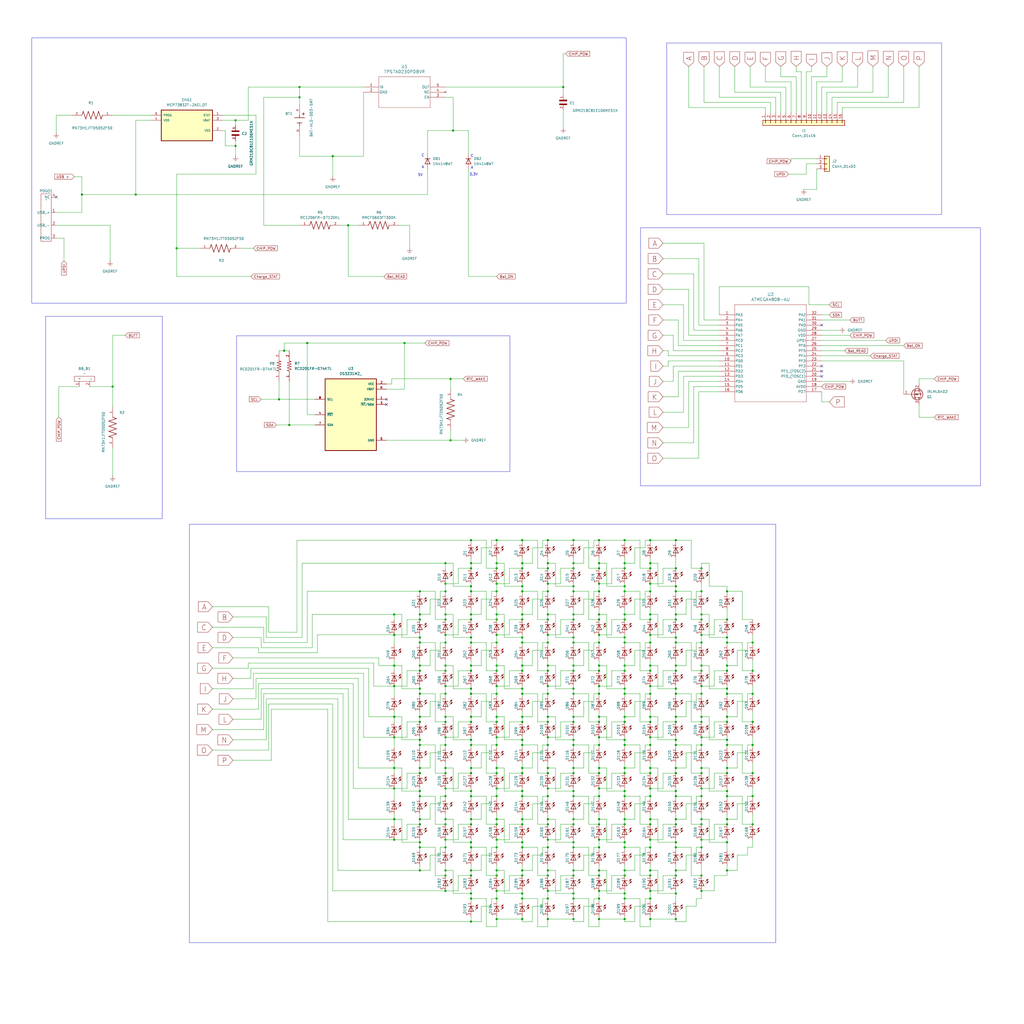
<source format=kicad_sch>
(kicad_sch (version 20250114) (generator "eeschema") (generator_version "9.0")
  (paper "User" 508 508)
  (rectangle (start 22.606 156.972) (end 80.518 257.302))
  (rectangle (start 93.98 260.096) (end 384.81 467.614))
  (rectangle (start 330.708 21.336) (end 467.106 106.426))
  (rectangle (start 15.748 18.796) (end 310.642 150.368))
  (rectangle (start 317.754 113.03) (end 486.41 241.046))
  (rectangle (start 117.348 166.624) (end 252.984 233.934))
  (text "C" (at 234.188 77.47 0) (effects (font (size 1.27 1.27))))
  (text "3.3V" (at 234.95 86.614 0) (effects (font (size 1.27 1.27))))
  (text "C" (at 209.804 77.216 0) (effects (font (size 1.27 1.27))))
  (text "A" (at 234.188 83.312 0) (effects (font (size 1.27 1.27))))
  (text "5V" (at 208.534 86.868 0) (effects (font (size 1.27 1.27))))
  (text "A" (at 209.804 83.058 0) (effects (font (size 1.27 1.27))))
  (junction (at 259.08 307.34))
  (junction (at 220.98 434.34))
  (junction (at 297.18 408.94))
  (junction (at 284.48 394.97))
  (junction (at 233.68 330.2))
  (junction (at 233.68 434.34))
  (junction (at 322.58 358.14))
  (junction (at 246.38 416.56))
  (junction (at 309.88 417.83))
  (junction (at 233.68 267.97))
  (junction (at 297.18 330.2))
  (junction (at 284.48 420.37))
  (junction (at 195.58 314.96))
  (junction (at 233.68 341.63))
  (junction (at 335.28 369.57))
  (junction (at 220.98 406.4))
  (junction (at 246.38 344.17))
  (junction (at 284.48 434.34))
  (junction (at 208.28 381))
  (junction (at 208.28 431.8))
  (junction (at 284.48 406.4))
  (junction (at 259.08 358.14))
  (junction (at 271.78 383.54))
  (junction (at 195.58 406.4))
  (junction (at 322.58 314.96))
  (junction (at 347.98 420.37))
  (junction (at 259.08 293.37))
  (junction (at 259.08 434.34))
  (junction (at 284.48 279.4))
  (junction (at 322.58 355.6))
  (junction (at 271.78 455.93))
  (junction (at 335.28 355.6))
  (junction (at 233.68 381))
  (junction (at 297.18 267.97))
  (junction (at 360.68 394.97))
  (junction (at 309.88 369.57))
  (junction (at 322.58 289.56))
  (junction (at 208.28 392.43))
  (junction (at 208.28 369.57))
  (junction (at 297.18 394.97))
  (junction (at 284.48 341.63))
  (junction (at 309.88 318.77))
  (junction (at 55.88 191.77))
  (junction (at 259.08 330.2))
  (junction (at 347.98 304.8))
  (junction (at 347.98 340.36))
  (junction (at 284.48 417.83))
  (junction (at 347.98 314.96))
  (junction (at 271.78 365.76))
  (junction (at 271.78 281.94))
  (junction (at 360.68 330.2))
  (junction (at 284.48 304.8))
  (junction (at 360.68 358.14))
  (junction (at 259.08 406.4))
  (junction (at 322.58 332.74))
  (junction (at 309.88 330.2))
  (junction (at 297.18 281.94))
  (junction (at 259.08 304.8))
  (junction (at 322.58 279.4))
  (junction (at 271.78 307.34))
  (junction (at 246.38 318.77))
  (junction (at 322.58 344.17))
  (junction (at 233.68 316.23))
  (junction (at 233.68 406.4))
  (junction (at 233.68 457.2))
  (junction (at 284.48 455.93))
  (junction (at 347.98 383.54))
  (junction (at 297.18 391.16))
  (junction (at 322.58 330.2))
  (junction (at 322.58 391.16))
  (junction (at 259.08 355.6))
  (junction (at 271.78 420.37))
  (junction (at 223.52 187.96))
  (junction (at 208.28 318.77))
  (junction (at 271.78 289.56))
  (junction (at 335.28 293.37))
  (junction (at 322.58 416.56))
  (junction (at 208.28 420.37))
  (junction (at 271.78 441.96))
  (junction (at 284.48 307.34))
  (junction (at 360.68 369.57))
  (junction (at 335.28 381))
  (junction (at 233.68 369.57))
  (junction (at 297.18 381))
  (junction (at 271.78 416.56))
  (junction (at 246.38 391.16))
  (junction (at 246.38 408.94))
  (junction (at 335.28 281.94))
  (junction (at 233.68 318.77))
  (junction (at 246.38 381))
  (junction (at 233.68 392.43))
  (junction (at 246.38 289.56))
  (junction (at 220.98 369.57))
  (junction (at 309.88 307.34))
  (junction (at 271.78 279.4))
  (junction (at 284.48 358.14))
  (junction (at 224.79 64.77))
  (junction (at 259.08 369.57))
  (junction (at 284.48 367.03))
  (junction (at 246.38 314.96))
  (junction (at 297.18 307.34))
  (junction (at 309.88 406.4))
  (junction (at 195.58 381))
  (junction (at 67.31 96.52))
  (junction (at 297.18 304.8))
  (junction (at 284.48 290.83))
  (junction (at 309.88 431.8))
  (junction (at 208.28 406.4))
  (junction (at 360.68 332.74))
  (junction (at 322.58 394.97))
  (junction (at 360.68 344.17))
  (junction (at 297.18 441.96))
  (junction (at 284.48 332.74))
  (junction (at 297.18 431.8))
  (junction (at 246.38 365.76))
  (junction (at 322.58 369.57))
  (junction (at 259.08 383.54))
  (junction (at 208.28 330.2))
  (junction (at 360.68 417.83))
  (junction (at 220.98 293.37))
  (junction (at 271.78 293.37))
  (junction (at 297.18 383.54))
  (junction (at 40.64 96.52))
  (junction (at 259.08 443.23))
  (junction (at 259.08 392.43))
  (junction (at 233.68 293.37))
  (junction (at 271.78 434.34))
  (junction (at 347.98 441.96))
  (junction (at 309.88 355.6))
  (junction (at 279.4 43.18))
  (junction (at 233.68 344.17))
  (junction (at 223.52 218.44))
  (junction (at 335.28 304.8))
  (junction (at 259.08 408.94))
  (junction (at 297.18 340.36))
  (junction (at 220.98 394.97))
  (junction (at 271.78 304.8))
  (junction (at 309.88 383.54))
  (junction (at 309.88 443.23))
  (junction (at 271.78 445.77))
  (junction (at 220.98 344.17))
  (junction (at 360.68 367.03))
  (junction (at 284.48 318.77))
  (junction (at 297.18 355.6))
  (junction (at 373.38 344.17))
  (junction (at 220.98 314.96))
  (junction (at 284.48 281.94))
  (junction (at 373.38 408.94))
  (junction (at 297.18 318.77))
  (junction (at 220.98 355.6))
  (junction (at 322.58 304.8))
  (junction (at 259.08 367.03))
  (junction (at 220.98 318.77))
  (junction (at 322.58 455.93))
  (junction (at 347.98 318.77))
  (junction (at 335.28 394.97))
  (junction (at 152.4 170.18))
  (junction (at 322.58 381))
  (junction (at 373.38 318.77))
  (junction (at 143.51 210.82))
  (junction (at 233.68 279.4))
  (junction (at 233.68 281.94))
  (junction (at 335.28 267.97))
  (junction (at 347.98 381))
  (junction (at 373.38 358.14))
  (junction (at 271.78 340.36))
  (junction (at 220.98 279.4))
  (junction (at 309.88 358.14))
  (junction (at 360.68 355.6))
  (junction (at 220.98 383.54))
  (junction (at 347.98 358.14))
  (junction (at 271.78 344.17))
  (junction (at 140.97 173.99))
  (junction (at 246.38 340.36))
  (junction (at 246.38 394.97))
  (junction (at 297.18 289.56))
  (junction (at 284.48 330.2))
  (junction (at 259.08 341.63))
  (junction (at 259.08 445.77))
  (junction (at 233.68 304.8))
  (junction (at 335.28 307.34))
  (junction (at 322.58 307.34))
  (junction (at 347.98 394.97))
  (junction (at 297.18 293.37))
  (junction (at 360.68 318.77))
  (junction (at 309.88 394.97))
  (junction (at 246.38 332.74))
  (junction (at 297.18 365.76))
  (junction (at 259.08 455.93))
  (junction (at 335.28 290.83))
  (junction (at 322.58 406.4))
  (junction (at 233.68 443.23))
  (junction (at 309.88 293.37))
  (junction (at 246.38 434.34))
  (junction (at 271.78 330.2))
  (junction (at 322.58 293.37))
  (junction (at 309.88 332.74))
  (junction (at 347.98 408.94))
  (junction (at 309.88 408.94))
  (junction (at 195.58 304.8))
  (junction (at 246.38 304.8))
  (junction (at 233.68 332.74))
  (junction (at 322.58 318.77))
  (junction (at 309.88 434.34))
  (junction (at 335.28 434.34))
  (junction (at 246.38 293.37))
  (junction (at 259.08 381))
  (junction (at 172.72 111.76))
  (junction (at 271.78 408.94))
  (junction (at 233.68 431.8))
  (junction (at 322.58 340.36))
  (junction (at 309.88 316.23))
  (junction (at 246.38 455.93))
  (junction (at 322.58 281.94))
  (junction (at 347.98 307.34))
  (junction (at 360.68 406.4))
  (junction (at 297.18 416.56))
  (junction (at 220.98 304.8))
  (junction (at 335.28 408.94))
  (junction (at 309.88 381))
  (junction (at 259.08 417.83))
  (junction (at 220.98 381))
  (junction (at 233.68 355.6))
  (junction (at 322.58 445.77))
  (junction (at 322.58 420.37))
  (junction (at 322.58 431.8))
  (junction (at 297.18 455.93))
  (junction (at 335.28 431.8))
  (junction (at 347.98 332.74))
  (junction (at 116.84 72.39))
  (junction (at 297.18 420.37))
  (junction (at 208.28 304.8))
  (junction (at 347.98 365.76))
  (junction (at 233.68 420.37))
  (junction (at 297.18 314.96))
  (junction (at 360.68 392.43))
  (junction (at 220.98 408.94))
  (junction (at 208.28 344.17))
  (junction (at 271.78 267.97))
  (junction (at 116.84 59.69))
  (junction (at 297.18 369.57))
  (junction (at 246.38 369.57))
  (junction (at 259.08 290.83))
  (junction (at 246.38 358.14))
  (junction (at 347.98 281.94))
  (junction (at 208.28 383.54))
  (junction (at 335.28 367.03))
  (junction (at 297.18 434.34))
  (junction (at 322.58 408.94))
  (junction (at 360.68 431.8))
  (junction (at 309.88 392.43))
  (junction (at 309.88 367.03))
  (junction (at 233.68 358.14))
  (junction (at 284.48 445.77))
  (junction (at 335.28 420.37))
  (junction (at 233.68 290.83))
  (junction (at 195.58 365.76))
  (junction (at 284.48 316.23))
  (junction (at 373.38 369.57))
  (junction (at 284.48 344.17))
  (junction (at 259.08 344.17))
  (junction (at 259.08 394.97))
  (junction (at 347.98 434.34))
  (junction (at 360.68 381))
  (junction (at 271.78 391.16))
  (junction (at 271.78 431.8))
  (junction (at 246.38 307.34))
  (junction (at 246.38 441.96))
  (junction (at 335.28 417.83))
  (junction (at 322.58 434.34))
  (junction (at 347.98 330.2))
  (junction (at 322.58 441.96))
  (junction (at 297.18 344.17))
  (junction (at 335.28 316.23))
  (junction (at 220.98 420.37))
  (junction (at 322.58 365.76))
  (junction (at 347.98 416.56))
  (junction (at 322.58 267.97))
  (junction (at 246.38 267.97))
  (junction (at 195.58 416.56))
  (junction (at 233.68 445.77))
  (junction (at 246.38 281.94))
  (junction (at 360.68 316.23))
  (junction (at 233.68 417.83))
  (junction (at 373.38 332.74))
  (junction (at 297.18 279.4))
  (junction (at 220.98 307.34))
  (junction (at 309.88 445.77))
  (junction (at 271.78 358.14))
  (junction (at 335.28 341.63))
  (junction (at 309.88 267.97))
  (junction (at 347.98 369.57))
  (junction (at 297.18 445.77))
  (junction (at 259.08 316.23))
  (junction (at 309.88 281.94))
  (junction (at 246.38 330.2))
  (junction (at 373.38 394.97))
  (junction (at 284.48 383.54))
  (junction (at 246.38 355.6))
  (junction (at 335.28 358.14))
  (junction (at 233.68 394.97))
  (junction (at 208.28 293.37))
  (junction (at 284.48 355.6))
  (junction (at 220.98 358.14))
  (junction (at 284.48 369.57))
  (junction (at 220.98 330.2))
  (junction (at 347.98 406.4))
  (junction (at 246.38 431.8))
  (junction (at 271.78 314.96))
  (junction (at 148.59 48.26))
  (junction (at 246.38 406.4))
  (junction (at 195.58 330.2))
  (junction (at 246.38 279.4))
  (junction (at 259.08 420.37))
  (junction (at 271.78 332.74))
  (junction (at 233.68 307.34))
  (junction (at 309.88 341.63))
  (junction (at 220.98 289.56))
  (junction (at 360.68 293.37))
  (junction (at 360.68 408.94))
  (junction (at 220.98 391.16))
  (junction (at 208.28 408.94))
  (junction (at 284.48 408.94))
  (junction (at 297.18 332.74))
  (junction (at 138.43 198.12))
  (junction (at 200.66 170.18))
  (junction (at 309.88 455.93))
  (junction (at 259.08 318.77))
  (junction (at 335.28 332.74))
  (junction (at 284.48 431.8))
  (junction (at 220.98 441.96))
  (junction (at 259.08 279.4))
  (junction (at 233.68 367.03))
  (junction (at 208.28 316.23))
  (junction (at 233.68 383.54))
  (junction (at 335.28 344.17))
  (junction (at 373.38 383.54))
  (junction (at 335.28 455.93))
  (junction (at 309.88 420.37))
  (junction (at 335.28 330.2))
  (junction (at 271.78 394.97))
  (junction (at 233.68 408.94))
  (junction (at 284.48 443.23))
  (junction (at 271.78 381))
  (junction (at 271.78 355.6))
  (junction (at 309.88 304.8))
  (junction (at 208.28 417.83))
  (junction (at 309.88 279.4))
  (junction (at 259.08 281.94))
  (junction (at 220.98 416.56))
  (junction (at 208.28 394.97))
  (junction (at 259.08 332.74))
  (junction (at 360.68 383.54))
  (junction (at 208.28 367.03))
  (junction (at 335.28 406.4))
  (junction (at 208.28 341.63))
  (junction (at 148.59 43.18))
  (junction (at 297.18 358.14))
  (junction (at 309.88 290.83))
  (junction (at 208.28 355.6))
  (junction (at 335.28 392.43))
  (junction (at 271.78 318.77))
  (junction (at 347.98 293.37))
  (junction (at 284.48 267.97))
  (junction (at 259.08 431.8))
  (junction (at 347.98 344.17))
  (junction (at 246.38 383.54))
  (junction (at 347.98 391.16))
  (junction (at 322.58 383.54))
  (junction (at 335.28 383.54))
  (junction (at 335.28 443.23))
  (junction (at 220.98 340.36))
  (junction (at 360.68 341.63))
  (junction (at 195.58 340.36))
  (junction (at 297.18 406.4))
  (junction (at 220.98 365.76))
  (junction (at 271.78 369.57))
  (junction (at 259.08 267.97))
  (junction (at 271.78 406.4))
  (junction (at 284.48 293.37))
  (junction (at 284.48 392.43))
  (junction (at 195.58 355.6))
  (junction (at 347.98 355.6))
  (junction (at 246.38 445.77))
  (junction (at 309.88 344.17))
  (junction (at 360.68 307.34))
  (junction (at 220.98 431.8))
  (junction (at 284.48 381))
  (junction (at 165.1 77.47))
  (junction (at 220.98 332.74))
  (junction (at 87.63 123.19))
  (junction (at 208.28 358.14))
  (junction (at 335.28 318.77))
  (junction (at 208.28 307.34))
  (junction (at 246.38 420.37))
  (junction (at 195.58 391.16))
  (junction (at 208.28 332.74))
  (no_connect (at 191.77 198.12))
  (no_connect (at 27.94 97.79))
  (no_connect (at 407.67 181.61))
  (no_connect (at 407.67 184.15))
  (no_connect (at 407.67 161.29))
  (no_connect (at 407.67 186.69))
  (no_connect (at 191.77 200.66))
  (wire (pts (xy 292.1 369.57) (xy 292.1 383.54)))
  (wire (pts (xy 354.33 358.14) (xy 354.33 365.76)))
  (wire (pts (xy 351.79 367.03) (xy 360.68 367.03)))
  (wire (pts (xy 365.76 424.18) (xy 370.84 424.18)))
  (wire (pts (xy 370.84 344.17) (xy 373.38 344.17)))
  (wire (pts (xy 360.68 392.43) (xy 360.68 394.97)))
  (wire (pts (xy 335.28 381) (xy 340.36 381)))
  (wire (pts (xy 354.33 332.74) (xy 360.68 332.74)))
  (wire (pts (xy 309.88 455.93) (xy 309.88 457.2)))
  (wire (pts (xy 289.56 381) (xy 289.56 373.38)))
  (wire (pts (xy 347.98 420.37) (xy 347.98 421.64)))
  (wire (pts (xy 455.93 33.02) (xy 455.93 53.34)))
  (wire (pts (xy 269.24 369.57) (xy 271.78 369.57)))
  (wire (pts (xy 195.58 330.2) (xy 199.39 330.2)))
  (wire (pts (xy 271.78 267.97) (xy 271.78 269.24)))
  (wire (pts (xy 347.98 314.96) (xy 354.33 314.96)))
  (wire (pts (xy 266.7 344.17) (xy 266.7 358.14)))
  (wire (pts (xy 191.77 218.44) (xy 223.52 218.44)))
  (wire (pts (xy 326.39 304.8) (xy 326.39 316.23)))
  (wire (pts (xy 111.76 72.39) (xy 116.84 72.39)))
  (wire (pts (xy 218.44 394.97) (xy 220.98 394.97)))
  (wire (pts (xy 201.93 383.54) (xy 201.93 391.16)))
  (wire (pts (xy 259.08 406.4) (xy 259.08 408.94)))
  (wire (pts (xy 252.73 434.34) (xy 252.73 441.96)))
  (wire (pts (xy 116.84 59.69) (xy 116.84 62.23)))
  (wire (pts (xy 341.63 166.37) (xy 356.87 166.37)))
  (wire (pts (xy 148.59 48.26) (xy 130.81 48.26)))
  (wire (pts (xy 215.9 344.17) (xy 215.9 358.14)))
  (wire (pts (xy 342.9 420.37) (xy 342.9 434.34)))
  (wire (pts (xy 320.04 297.18) (xy 320.04 293.37)))
  (wire (pts (xy 203.2 111.76) (xy 203.2 123.19)))
  (wire (pts (xy 365.76 330.2) (xy 365.76 322.58)))
  (wire (pts (xy 246.38 318.77) (xy 246.38 320.04)))
  (wire (pts (xy 194.31 187.96) (xy 223.52 187.96)))
  (wire (pts (xy 55.88 57.15) (xy 74.93 57.15)))
  (wire (pts (xy 259.08 406.4) (xy 264.16 406.4)))
  (wire (pts (xy 309.88 340.36) (xy 309.88 341.63)))
  (wire (pts (xy 238.76 330.2) (xy 238.76 322.58)))
  (wire (pts (xy 27.94 111.76) (xy 54.61 111.76)))
  (wire (pts (xy 387.35 45.72) (xy 364.49 45.72)))
  (wire (pts (xy 373.38 327.66) (xy 373.38 332.74)))
  (wire (pts (xy 297.18 420.37) (xy 297.18 421.64)))
  (wire (pts (xy 328.93 196.85) (xy 336.55 196.85)))
  (wire (pts (xy 275.59 279.4) (xy 275.59 290.83)))
  (wire (pts (xy 148.59 77.47) (xy 165.1 77.47)))
  (wire (pts (xy 322.58 330.2) (xy 326.39 330.2)))
  (wire (pts (xy 347.98 391.16) (xy 354.33 391.16)))
  (wire (pts (xy 317.5 281.94) (xy 322.58 281.94)))
  (wire (pts (xy 243.84 347.98) (xy 243.84 344.17)))
  (wire (pts (xy 331.47 176.53) (xy 356.87 176.53)))
  (wire (pts (xy 347.98 365.76) (xy 347.98 369.57)))
  (wire (pts (xy 415.29 55.88) (xy 415.29 50.8)))
  (wire (pts (xy 328.93 358.14) (xy 328.93 365.76)))
  (wire (pts (xy 208.28 355.6) (xy 208.28 358.14)))
  (wire (pts (xy 132.08 346.71) (xy 167.64 346.71)))
  (wire (pts (xy 128.27 351.79) (xy 128.27 339.09)))
  (wire (pts (xy 347.98 403.86) (xy 347.98 406.4)))
  (wire (pts (xy 271.78 289.56) (xy 278.13 289.56)))
  (wire (pts (xy 314.96 355.6) (xy 314.96 347.98)))
  (wire (pts (xy 284.48 403.86) (xy 284.48 406.4)))
  (wire (pts (xy 309.88 279.4) (xy 309.88 281.94)))
  (wire (pts (xy 292.1 318.77) (xy 292.1 332.74)))
  (wire (pts (xy 360.68 290.83) (xy 360.68 293.37)))
  (wire (pts (xy 259.08 276.86) (xy 259.08 279.4)))
  (wire (pts (xy 297.18 455.93) (xy 309.88 455.93)))
  (wire (pts (xy 373.38 391.16) (xy 373.38 394.97)))
  (wire (pts (xy 246.38 340.36) (xy 246.38 344.17)))
  (wire (pts (xy 345.44 293.37) (xy 347.98 293.37)))
  (wire (pts (xy 346.71 161.29) (xy 346.71 128.27)))
  (wire (pts (xy 326.39 290.83) (xy 335.28 290.83)))
  (wire (pts (xy 289.56 406.4) (xy 289.56 398.78)))
  (wire (pts (xy 328.93 383.54) (xy 328.93 391.16)))
  (wire (pts (xy 309.88 457.2) (xy 314.96 457.2)))
  (wire (pts (xy 232.41 137.16) (xy 246.38 137.16)))
  (wire (pts (xy 271.78 381) (xy 275.59 381)))
  (wire (pts (xy 397.51 35.56) (xy 397.51 55.88)))
  (wire (pts (xy 328.93 128.27) (xy 346.71 128.27)))
  (wire (pts (xy 224.79 367.03) (xy 233.68 367.03)))
  (wire (pts (xy 220.98 355.6) (xy 220.98 358.14)))
  (wire (pts (xy 335.28 355.6) (xy 335.28 358.14)))
  (wire (pts (xy 326.39 392.43) (xy 335.28 392.43)))
  (wire (pts (xy 220.98 378.46) (xy 220.98 381)))
  (wire (pts (xy 356.87 33.02) (xy 356.87 48.26)))
  (wire (pts (xy 360.68 330.2) (xy 365.76 330.2)))
  (wire (pts (xy 370.84 347.98) (xy 370.84 344.17)))
  (wire (pts (xy 130.81 48.26) (xy 130.81 111.76)))
  (wire (pts (xy 220.98 330.2) (xy 224.79 330.2)))
  (wire (pts (xy 297.18 441.96) (xy 303.53 441.96)))
  (wire (pts (xy 116.84 59.69) (xy 123.19 59.69)))
  (wire (pts (xy 335.28 406.4) (xy 340.36 406.4)))
  (wire (pts (xy 289.56 297.18) (xy 294.64 297.18)))
  (wire (pts (xy 284.48 378.46) (xy 284.48 381)))
  (wire (pts (xy 246.38 353.06) (xy 246.38 355.6)))
  (wire (pts (xy 195.58 304.8) (xy 195.58 307.34)))
  (wire (pts (xy 309.88 378.46) (xy 309.88 381)))
  (wire (pts (xy 309.88 353.06) (xy 309.88 355.6)))
  (wire (pts (xy 335.28 320.04) (xy 335.28 318.77)))
  (wire (pts (xy 328.93 307.34) (xy 328.93 314.96)))
  (wire (pts (xy 335.28 455.93) (xy 335.28 457.2)))
  (wire (pts (xy 342.9 307.34) (xy 347.98 307.34)))
  (wire (pts (xy 233.68 441.96) (xy 233.68 443.23)))
  (wire (pts (xy 195.58 304.8) (xy 154.94 304.8)))
  (wire (pts (xy 195.58 340.36) (xy 201.93 340.36)))
  (wire (pts (xy 284.48 355.6) (xy 284.48 358.14)))
  (wire (pts (xy 309.88 289.56) (xy 309.88 290.83)))
  (wire (pts (xy 264.16 304.8) (xy 264.16 297.18)))
  (wire (pts (xy 345.44 398.78) (xy 345.44 394.97)))
  (wire (pts (xy 284.48 355.6) (xy 289.56 355.6)))
  (wire (pts (xy 317.5 420.37) (xy 317.5 434.34)))
  (wire (pts (xy 335.28 316.23) (xy 335.28 318.77)))
  (wire (pts (xy 208.28 406.4) (xy 213.36 406.4)))
  (wire (pts (xy 354.33 307.34) (xy 360.68 307.34)))
  (wire (pts (xy 271.78 441.96) (xy 271.78 445.77)))
  (wire (pts (xy 300.99 392.43) (xy 309.88 392.43)))
  (wire (pts (xy 347.98 365.76) (xy 354.33 365.76)))
  (wire (pts (xy 309.88 406.4) (xy 309.88 408.94)))
  (wire (pts (xy 373.38 369.57) (xy 373.38 370.84)))
  (wire (pts (xy 195.58 381) (xy 199.39 381)))
  (wire (pts (xy 347.98 330.2) (xy 347.98 332.74)))
  (wire (pts (xy 309.88 431.8) (xy 314.96 431.8)))
  (wire (pts (xy 347.98 327.66) (xy 347.98 330.2)))
  (wire (pts (xy 347.98 381) (xy 351.79 381)))
  (wire (pts (xy 346.71 161.29) (xy 356.87 161.29)))
  (wire (pts (xy 67.31 59.69) (xy 67.31 96.52)))
  (wire (pts (xy 300.99 443.23) (xy 309.88 443.23)))
  (wire (pts (xy 87.63 123.19) (xy 99.06 123.19)))
  (wire (pts (xy 233.68 406.4) (xy 233.68 408.94)))
  (wire (pts (xy 297.18 416.56) (xy 303.53 416.56)))
  (wire (pts (xy 269.24 297.18) (xy 269.24 293.37)))
  (wire (pts (xy 233.68 340.36) (xy 233.68 341.63)))
  (wire (pts (xy 246.38 431.8) (xy 246.38 434.34)))
  (wire (pts (xy 314.96 347.98) (xy 320.04 347.98)))
  (wire (pts (xy 215.9 293.37) (xy 215.9 307.34)))
  (wire (pts (xy 322.58 318.77) (xy 322.58 320.04)))
  (wire (pts (xy 335.28 441.96) (xy 335.28 443.23)))
  (wire (pts (xy 246.38 391.16) (xy 252.73 391.16)))
  (wire (pts (xy 224.79 290.83) (xy 233.68 290.83)))
  (wire (pts (xy 345.44 424.18) (xy 345.44 420.37)))
  (wire (pts (xy 246.38 355.6) (xy 246.38 358.14)))
  (wire (pts (xy 250.19 316.23) (xy 259.08 316.23)))
  (wire (pts (xy 309.88 355.6) (xy 314.96 355.6)))
  (wire (pts (xy 200.66 170.18) (xy 210.82 170.18)))
  (wire (pts (xy 233.68 367.03) (xy 233.68 369.57)))
  (wire (pts (xy 227.33 281.94) (xy 227.33 289.56)))
  (wire (pts (xy 266.7 267.97) (xy 266.7 281.94)))
  (wire (pts (xy 382.27 50.8) (xy 349.25 50.8)))
  (wire (pts (xy 208.28 365.76) (xy 208.28 367.03)))
  (wire (pts (xy 195.58 327.66) (xy 195.58 330.2)))
  (wire (pts (xy 320.04 293.37) (xy 322.58 293.37)))
  (wire (pts (xy 360.68 365.76) (xy 360.68 367.03)))
  (wire (pts (xy 220.98 43.18) (xy 279.4 43.18)))
  (wire (pts (xy 259.08 378.46) (xy 259.08 381)))
  (wire (pts (xy 224.79 341.63) (xy 233.68 341.63)))
  (wire (pts (xy 328.93 408.94) (xy 328.93 416.56)))
  (wire (pts (xy 284.48 443.23) (xy 284.48 445.77)))
  (wire (pts (xy 271.78 267.97) (xy 284.48 267.97)))
  (wire (pts (xy 320.04 445.77) (xy 322.58 445.77)))
  (wire (pts (xy 297.18 429.26) (xy 297.18 431.8)))
  (wire (pts (xy 365.76 355.6) (xy 365.76 347.98)))
  (wire (pts (xy 410.21 45.72) (xy 433.07 45.72)))
  (wire (pts (xy 127 57.15) (xy 127 86.36)))
  (wire (pts (xy 271.78 314.96) (xy 278.13 314.96)))
  (wire (pts (xy 284.48 417.83) (xy 284.48 420.37)))
  (wire (pts (xy 233.68 392.43) (xy 233.68 394.97)))
  (wire (pts (xy 344.17 191.77) (xy 356.87 191.77)))
  (wire (pts (xy 284.48 391.16) (xy 284.48 392.43)))
  (wire (pts (xy 271.78 355.6) (xy 275.59 355.6)))
  (wire (pts (xy 297.18 431.8) (xy 300.99 431.8)))
  (wire (pts (xy 360.68 406.4) (xy 360.68 408.94)))
  (wire (pts (xy 314.96 406.4) (xy 314.96 398.78)))
  (wire (pts (xy 250.19 367.03) (xy 259.08 367.03)))
  (wire (pts (xy 326.39 279.4) (xy 326.39 290.83)))
  (wire (pts (xy 347.98 304.8) (xy 351.79 304.8)))
  (wire (pts (xy 212.09 64.77) (xy 224.79 64.77)))
  (wire (pts (xy 275.59 431.8) (xy 275.59 443.23)))
  (wire (pts (xy 269.24 373.38) (xy 269.24 369.57)))
  (wire (pts (xy 335.28 345.44) (xy 335.28 344.17)))
  (wire (pts (xy 271.78 403.86) (xy 271.78 406.4)))
  (wire (pts (xy 133.35 349.25) (xy 165.1 349.25)))
  (wire (pts (xy 322.58 454.66) (xy 322.58 455.93)))
  (wire (pts (xy 322.58 344.17) (xy 322.58 345.44)))
  (wire (pts (xy 208.28 429.26) (xy 208.28 431.8)))
  (wire (pts (xy 271.78 355.6) (xy 271.78 358.14)))
  (wire (pts (xy 275.59 381) (xy 275.59 392.43)))
  (wire (pts (xy 213.36 355.6) (xy 213.36 347.98)))
  (wire (pts (xy 342.9 267.97) (xy 335.28 267.97)))
  (wire (pts (xy 241.3 307.34) (xy 246.38 307.34)))
  (wire (pts (xy 208.28 370.84) (xy 208.28 369.57)))
  (wire (pts (xy 317.5 344.17) (xy 317.5 358.14)))
  (wire (pts (xy 40.64 87.63) (xy 40.64 96.52)))
  (wire (pts (xy 215.9 408.94) (xy 220.98 408.94)))
  (wire (pts (xy 220.98 314.96) (xy 220.98 318.77)))
  (wire (pts (xy 218.44 369.57) (xy 220.98 369.57)))
  (wire (pts (xy 264.16 279.4) (xy 264.16 271.78)))
  (wire (pts (xy 342.9 344.17) (xy 342.9 358.14)))
  (wire (pts (xy 271.78 289.56) (xy 271.78 293.37)))
  (wire (pts (xy 354.33 434.34) (xy 354.33 441.96)))
  (wire (pts (xy 289.56 355.6) (xy 289.56 347.98)))
  (wire (pts (xy 320.04 373.38) (xy 320.04 369.57)))
  (wire (pts (xy 342.9 369.57) (xy 335.28 369.57)))
  (wire (pts (xy 335.28 269.24) (xy 335.28 267.97)))
  (wire (pts (xy 322.58 455.93) (xy 335.28 455.93)))
  (wire (pts (xy 309.88 367.03) (xy 309.88 369.57)))
  (wire (pts (xy 218.44 347.98) (xy 218.44 344.17)))
  (wire (pts (xy 309.88 381) (xy 314.96 381)))
  (wire (pts (xy 271.78 330.2) (xy 271.78 332.74)))
  (wire (pts (xy 220.98 314.96) (xy 227.33 314.96)))
  (wire (pts (xy 271.78 455.93) (xy 284.48 455.93)))
  (wire (pts (xy 266.7 394.97) (xy 266.7 408.94)))
  (wire (pts (xy 364.49 33.02) (xy 364.49 45.72)))
  (wire (pts (xy 259.08 391.16) (xy 259.08 392.43)))
  (wire (pts (xy 322.58 293.37) (xy 322.58 294.64)))
  (wire (pts (xy 326.39 355.6) (xy 326.39 367.03)))
  (wire (pts (xy 233.68 304.8) (xy 233.68 307.34)))
  (wire (pts (xy 297.18 378.46) (xy 297.18 381)))
  (wire (pts (xy 224.79 279.4) (xy 224.79 290.83)))
  (wire (pts (xy 326.39 330.2) (xy 326.39 341.63)))
  (wire (pts (xy 271.78 276.86) (xy 271.78 279.4)))
  (wire (pts (xy 250.19 279.4) (xy 250.19 290.83)))
  (wire (pts (xy 370.84 373.38) (xy 370.84 369.57)))
  (wire (pts (xy 370.84 420.37) (xy 373.38 420.37)))
  (wire (pts (xy 309.88 406.4) (xy 314.96 406.4)))
  (wire (pts (xy 195.58 355.6) (xy 182.88 355.6)))
  (wire (pts (xy 309.88 345.44) (xy 309.88 344.17)))
  (wire (pts (xy 208.28 316.23) (xy 208.28 318.77)))
  (wire (pts (xy 271.78 340.36) (xy 271.78 344.17)))
  (wire (pts (xy 373.38 394.97) (xy 373.38 396.24)))
  (wire (pts (xy 275.59 392.43) (xy 284.48 392.43)))
  (wire (pts (xy 233.68 279.4) (xy 233.68 281.94)))
  (wire (pts (xy 455.93 207.01) (xy 463.55 207.01)))
  (wire (pts (xy 340.36 449.58) (xy 345.44 449.58)))
  (wire (pts (xy 402.59 33.02) (xy 402.59 35.56)))
  (wire (pts (xy 342.9 408.94) (xy 347.98 408.94)))
  (wire (pts (xy 340.36 431.8) (xy 340.36 424.18)))
  (wire (pts (xy 227.33 383.54) (xy 233.68 383.54)))
  (wire (pts (xy 297.18 289.56) (xy 297.18 293.37)))
  (wire (pts (xy 269.24 344.17) (xy 271.78 344.17)))
  (wire (pts (xy 220.98 327.66) (xy 220.98 330.2)))
  (wire (pts (xy 55.88 166.37) (xy 55.88 191.77)))
  (wire (pts (xy 208.28 416.56) (xy 208.28 417.83)))
  (wire (pts (xy 232.41 64.77) (xy 232.41 76.2)))
  (wire (pts (xy 300.99 355.6) (xy 300.99 367.03)))
  (wire (pts (xy 275.59 304.8) (xy 275.59 316.23)))
  (wire (pts (xy 233.68 345.44) (xy 233.68 344.17)))
  (wire (pts (xy 264.16 347.98) (xy 269.24 347.98)))
  (wire (pts (xy 345.44 297.18) (xy 345.44 293.37)))
  (wire (pts (xy 328.93 135.89) (xy 344.17 135.89)))
  (wire (pts (xy 303.53 358.14) (xy 309.88 358.14)))
  (wire (pts (xy 292.1 394.97) (xy 292.1 408.94)))
  (wire (pts (xy 345.44 373.38) (xy 345.44 369.57)))
  (wire (pts (xy 317.5 408.94) (xy 322.58 408.94)))
  (wire (pts (xy 87.63 86.36) (xy 87.63 123.19)))
  (wire (pts (xy 309.88 421.64) (xy 309.88 420.37)))
  (wire (pts (xy 410.21 55.88) (xy 410.21 45.72)))
  (wire (pts (xy 317.5 369.57) (xy 309.88 369.57)))
  (wire (pts (xy 448.31 33.02) (xy 448.31 50.8)))
  (wire (pts (xy 241.3 281.94) (xy 246.38 281.94)))
  (wire (pts (xy 292.1 369.57) (xy 284.48 369.57)))
  (wire (pts (xy 259.08 316.23) (xy 259.08 318.77)))
  (wire (pts (xy 326.39 417.83) (xy 335.28 417.83)))
  (wire (pts (xy 360.68 330.2) (xy 360.68 332.74)))
  (wire (pts (xy 115.57 356.87) (xy 129.54 356.87)))
  (wire (pts (xy 317.5 459.74) (xy 322.58 459.74)))
  (wire (pts (xy 455.93 187.96) (xy 463.55 187.96)))
  (wire (pts (xy 356.87 48.26) (xy 384.81 48.26)))
  (wire (pts (xy 208.28 327.66) (xy 208.28 330.2)))
  (wire (pts (xy 241.3 267.97) (xy 233.68 267.97)))
  (wire (pts (xy 309.88 276.86) (xy 309.88 279.4)))
  (wire (pts (xy 292.1 434.34) (xy 297.18 434.34)))
  (wire (pts (xy 292.1 332.74) (xy 297.18 332.74)))
  (wire (pts (xy 213.36 398.78) (xy 218.44 398.78)))
  (wire (pts (xy 335.28 454.66) (xy 335.28 455.93)))
  (wire (pts (xy 138.43 198.12) (xy 156.21 198.12)))
  (wire (pts (xy 360.68 355.6) (xy 360.68 358.14)))
  (wire (pts (xy 266.7 281.94) (xy 271.78 281.94)))
  (wire (pts (xy 213.36 322.58) (xy 218.44 322.58)))
  (wire (pts (xy 354.33 434.34) (xy 360.68 434.34)))
  (wire (pts (xy 271.78 378.46) (xy 271.78 381)))
  (wire (pts (xy 218.44 297.18) (xy 218.44 293.37)))
  (wire (pts (xy 297.18 318.77) (xy 297.18 320.04)))
  (wire (pts (xy 259.08 365.76) (xy 259.08 367.03)))
  (wire (pts (xy 345.44 369.57) (xy 347.98 369.57)))
  (wire (pts (xy 360.68 367.03) (xy 360.68 369.57)))
  (wire (pts (xy 233.68 355.6) (xy 238.76 355.6)))
  (wire (pts (xy 344.17 135.89) (xy 344.17 163.83)))
  (wire (pts (xy 407.67 43.18) (xy 425.45 43.18)))
  (wire (pts (xy 297.18 279.4) (xy 297.18 281.94)))
  (wire (pts (xy 220.98 403.86) (xy 220.98 406.4)))
  (wire (pts (xy 266.7 459.74) (xy 271.78 459.74)))
  (wire (pts (xy 279.4 26.67) (xy 280.67 26.67)))
  (wire (pts (xy 335.28 396.24) (xy 335.28 394.97)))
  (wire (pts (xy 212.09 64.77) (xy 212.09 76.2)))
  (wire (pts (xy 259.08 457.2) (xy 264.16 457.2)))
  (wire (pts (xy 246.38 454.66) (xy 246.38 455.93)))
  (wire (pts (xy 335.28 392.43) (xy 335.28 394.97)))
  (wire (pts (xy 309.88 392.43) (xy 309.88 394.97)))
  (wire (pts (xy 335.28 330.2) (xy 335.28 332.74)))
  (wire (pts (xy 335.28 381) (xy 335.28 383.54)))
  (wire (pts (xy 266.7 344.17) (xy 259.08 344.17)))
  (wire (pts (xy 175.26 391.16) (xy 175.26 339.09)))
  (wire (pts (xy 360.68 416.56) (xy 360.68 417.83)))
  (wire (pts (xy 266.7 445.77) (xy 266.7 459.74)))
  (wire (pts (xy 309.88 381) (xy 309.88 383.54)))
  (wire (pts (xy 279.4 54.61) (xy 279.4 63.5)))
  (wire (pts (xy 148.59 52.07) (xy 148.59 48.26)))
  (wire (pts (xy 284.48 290.83) (xy 284.48 293.37)))
  (wire (pts (xy 317.5 332.74) (xy 322.58 332.74)))
  (wire (pts (xy 360.68 381) (xy 360.68 383.54)))
  (wire (pts (xy 233.68 341.63) (xy 233.68 344.17)))
  (wire (pts (xy 241.3 408.94) (xy 246.38 408.94)))
  (wire (pts (xy 279.4 43.18) (xy 279.4 46.99)))
  (wire (pts (xy 259.08 367.03) (xy 259.08 369.57)))
  (wire (pts (xy 278.13 307.34) (xy 284.48 307.34)))
  (wire (pts (xy 402.59 38.1) (xy 410.21 38.1)))
  (wire (pts (xy 365.76 381) (xy 365.76 373.38)))
  (wire (pts (xy 238.76 398.78) (xy 243.84 398.78)))
  (wire (pts (xy 335.28 341.63) (xy 335.28 344.17)))
  (wire (pts (xy 322.58 420.37) (xy 322.58 421.64)))
  (wire (pts (xy 105.41 311.15) (xy 130.81 311.15)))
  (wire (pts (xy 303.53 408.94) (xy 303.53 416.56)))
  (wire (pts (xy 208.28 340.36) (xy 208.28 341.63)))
  (wire (pts (xy 455.93 53.34) (xy 417.83 53.34)))
  (wire (pts (xy 271.78 330.2) (xy 275.59 330.2)))
  (wire (pts (xy 300.99 367.03) (xy 309.88 367.03)))
  (wire (pts (xy 238.76 381) (xy 238.76 373.38)))
  (wire (pts (xy 182.88 355.6) (xy 182.88 331.47)))
  (wire (pts (xy 271.78 455.93) (xy 271.78 459.74)))
  (wire (pts (xy 292.1 318.77) (xy 284.48 318.77)))
  (wire (pts (xy 250.19 381) (xy 250.19 392.43)))
  (wire (pts (xy 250.19 304.8) (xy 250.19 316.23)))
  (wire (pts (xy 243.84 369.57) (xy 246.38 369.57)))
  (wire (pts (xy 284.48 276.86) (xy 284.48 279.4)))
  (wire (pts (xy 322.58 403.86) (xy 322.58 406.4)))
  (wire (pts (xy 278.13 408.94) (xy 284.48 408.94)))
  (wire (pts (xy 317.5 445.77) (xy 317.5 459.74)))
  (wire (pts (xy 340.36 347.98) (xy 345.44 347.98)))
  (wire (pts (xy 328.93 281.94) (xy 328.93 289.56)))
  (wire (pts (xy 129.54 341.63) (xy 129.54 356.87)))
  (wire (pts (xy 278.13 332.74) (xy 278.13 340.36)))
  (wire (pts (xy 266.7 318.77) (xy 259.08 318.77)))
  (wire (pts (xy 208.28 381) (xy 213.36 381)))
  (wire (pts (xy 326.39 443.23) (xy 335.28 443.23)))
  (wire (pts (xy 309.88 302.26) (xy 309.88 304.8)))
  (wire (pts (xy 27.94 57.15) (xy 27.94 66.04)))
  (wire (pts (xy 322.58 441.96) (xy 322.58 445.77)))
  (wire (pts (xy 326.39 367.03) (xy 335.28 367.03)))
  (wire (pts (xy 345.44 449.58) (xy 345.44 445.77)))
  (wire (pts (xy 284.48 381) (xy 289.56 381)))
  (wire (pts (xy 259.08 341.63) (xy 259.08 344.17)))
  (wire (pts (xy 297.18 267.97) (xy 297.18 269.24)))
  (wire (pts (xy 292.1 344.17) (xy 292.1 358.14)))
  (wire (pts (xy 246.38 304.8) (xy 250.19 304.8)))
  (wire (pts (xy 322.58 416.56) (xy 322.58 420.37)))
  (wire (pts (xy 220.98 48.26) (xy 224.79 48.26)))
  (wire (pts (xy 335.28 391.16) (xy 335.28 392.43)))
  (wire (pts (xy 259.08 327.66) (xy 259.08 330.2)))
  (wire (pts (xy 55.88 222.25) (xy 55.88 236.22)))
  (wire (pts (xy 340.36 297.18) (xy 345.44 297.18)))
  (wire (pts (xy 322.58 406.4) (xy 326.39 406.4)))
  (wire (pts (xy 224.79 431.8) (xy 224.79 443.23)))
  (wire (pts (xy 294.64 420.37) (xy 297.18 420.37)))
  (wire (pts (xy 213.36 406.4) (xy 213.36 398.78)))
  (wire (pts (xy 317.5 445.77) (xy 309.88 445.77)))
  (wire (pts (xy 347.98 355.6) (xy 351.79 355.6)))
  (wire (pts (xy 284.48 406.4) (xy 289.56 406.4)))
  (wire (pts (xy 335.28 276.86) (xy 335.28 281.94)))
  (wire (pts (xy 292.1 267.97) (xy 292.1 281.94)))
  (wire (pts (xy 347.98 378.46) (xy 347.98 381)))
  (wire (pts (xy 278.13 281.94) (xy 278.13 289.56)))
  (wire (pts (xy 294.64 449.58) (xy 294.64 445.77)))
  (wire (pts (xy 271.78 327.66) (xy 271.78 330.2)))
  (wire (pts (xy 289.56 322.58) (xy 294.64 322.58)))
  (wire (pts (xy 259.08 304.8) (xy 259.08 307.34)))
  (wire (pts (xy 137.16 210.82) (xy 143.51 210.82)))
  (wire (pts (xy 402.59 55.88) (xy 402.59 38.1)))
  (wire (pts (xy 284.48 269.24) (xy 284.48 267.97)))
  (wire (pts (xy 220.98 279.4) (xy 149.86 279.4)))
  (wire (pts (xy 271.78 304.8) (xy 275.59 304.8)))
  (wire (pts (xy 195.58 378.46) (xy 195.58 381)))
  (wire (pts (xy 345.44 420.37) (xy 347.98 420.37)))
  (wire (pts (xy 39.37 191.77) (xy 29.21 191.77)))
  (wire (pts (xy 300.99 417.83) (xy 309.88 417.83)))
  (wire (pts (xy 284.48 341.63) (xy 284.48 344.17)))
  (wire (pts (xy 289.56 431.8) (xy 289.56 424.18)))
  (wire (pts (xy 149.86 279.4) (xy 149.86 316.23)))
  (wire (pts (xy 294.64 267.97) (xy 297.18 267.97)))
  (wire (pts (xy 264.16 457.2) (xy 264.16 449.58)))
  (wire (pts (xy 208.28 353.06) (xy 208.28 355.6)))
  (wire (pts (xy 115.57 336.55) (xy 124.46 336.55)))
  (wire (pts (xy 157.48 314.96) (xy 157.48 323.85)))
  (wire (pts (xy 195.58 406.4) (xy 172.72 406.4)))
  (wire (pts (xy 213.36 304.8) (xy 213.36 297.18)))
  (wire (pts (xy 233.68 457.2) (xy 238.76 457.2)))
  (wire (pts (xy 320.04 398.78) (xy 320.04 394.97)))
  (wire (pts (xy 220.98 365.76) (xy 227.33 365.76)))
  (wire (pts (xy 233.68 320.04) (xy 233.68 318.77)))
  (wire (pts (xy 360.68 396.24) (xy 360.68 394.97)))
  (wire (pts (xy 335.28 431.8) (xy 335.28 434.34)))
  (wire (pts (xy 303.53 434.34) (xy 309.88 434.34)))
  (wire (pts (xy 351.79 392.43) (xy 360.68 392.43)))
  (wire (pts (xy 346.71 194.31) (xy 346.71 227.33)))
  (wire (pts (xy 238.76 304.8) (xy 238.76 297.18)))
  (wire (pts (xy 342.9 383.54) (xy 347.98 383.54)))
  (wire (pts (xy 335.28 431.8) (xy 340.36 431.8)))
  (wire (pts (xy 334.01 181.61) (xy 356.87 181.61)))
  (wire (pts (xy 405.13 83.82) (xy 405.13 93.98)))
  (wire (pts (xy 417.83 33.02) (xy 417.83 40.64)))
  (wire (pts (xy 246.38 420.37) (xy 246.38 421.64)))
  (wire (pts (xy 128.27 339.09) (xy 175.26 339.09)))
  (wire (pts (xy 220.98 293.37) (xy 220.98 294.64)))
  (wire (pts (xy 368.3 344.17) (xy 360.68 344.17)))
  (wire (pts (xy 309.88 316.23) (xy 309.88 318.77)))
  (wire (pts (xy 172.72 406.4) (xy 172.72 341.63)))
  (wire (pts (xy 266.7 332.74) (xy 271.78 332.74)))
  (wire (pts (xy 224.79 355.6) (xy 224.79 367.03)))
  (wire (pts (xy 123.19 59.69) (xy 123.19 43.18)))
  (wire (pts (xy 389.89 55.88) (xy 389.89 43.18)))
  (wire (pts (xy 259.08 294.64) (xy 259.08 293.37)))
  (wire (pts (xy 172.72 137.16) (xy 190.5 137.16)))
  (wire (pts (xy 246.38 403.86) (xy 246.38 406.4)))
  (wire (pts (xy 241.3 293.37) (xy 241.3 307.34)))
  (wire (pts (xy 317.5 318.77) (xy 317.5 332.74)))
  (wire (pts (xy 165.1 441.96) (xy 165.1 349.25)))
  (wire (pts (xy 195.58 381) (xy 195.58 383.54)))
  (wire (pts (xy 259.08 314.96) (xy 259.08 316.23)))
  (wire (pts (xy 317.5 318.77) (xy 309.88 318.77)))
  (wire (pts (xy 208.28 341.63) (xy 208.28 344.17)))
  (wire (pts (xy 220.98 431.8) (xy 224.79 431.8)))
  (wire (pts (xy 252.73 383.54) (xy 252.73 391.16)))
  (wire (pts (xy 320.04 347.98) (xy 320.04 344.17)))
  (wire (pts (xy 309.88 391.16) (xy 309.88 392.43)))
  (wire (pts (xy 271.78 279.4) (xy 275.59 279.4)))
  (wire (pts (xy 309.88 431.8) (xy 309.88 434.34)))
  (wire (pts (xy 227.33 358.14) (xy 233.68 358.14)))
  (wire (pts (xy 250.19 355.6) (xy 250.19 367.03)))
  (wire (pts (xy 224.79 316.23) (xy 233.68 316.23)))
  (wire (pts (xy 328.93 212.09) (xy 341.63 212.09)))
  (wire (pts (xy 297.18 276.86) (xy 297.18 279.4)))
  (wire (pts (xy 347.98 304.8) (xy 347.98 307.34)))
  (wire (pts (xy 271.78 441.96) (xy 278.13 441.96)))
  (wire (pts (xy 271.78 340.36) (xy 278.13 340.36)))
  (wire (pts (xy 246.38 394.97) (xy 246.38 396.24)))
  (wire (pts (xy 289.56 271.78) (xy 294.64 271.78)))
  (wire (pts (xy 111.76 72.39) (xy 111.76 64.77)))
  (wire (pts (xy 195.58 381) (xy 177.8 381)))
  (wire (pts (xy 31.75 118.11) (xy 31.75 129.54)))
  (wire (pts (xy 322.58 267.97) (xy 322.58 269.24)))
  (wire (pts (xy 199.39 381) (xy 199.39 392.43)))
  (wire (pts (xy 335.28 314.96) (xy 335.28 316.23)))
  (wire (pts (xy 368.3 394.97) (xy 368.3 408.94)))
  (wire (pts (xy 379.73 53.34) (xy 379.73 55.88)))
  (wire (pts (xy 62.23 166.37) (xy 55.88 166.37)))
  (wire (pts (xy 177.8 381) (xy 177.8 336.55)))
  (wire (pts (xy 322.58 391.16) (xy 322.58 394.97)))
  (wire (pts (xy 238.76 457.2) (xy 238.76 449.58)))
  (wire (pts (xy 360.68 314.96) (xy 360.68 316.23)))
  (wire (pts (xy 266.7 293.37) (xy 266.7 307.34)))
  (wire (pts (xy 360.68 316.23) (xy 360.68 318.77)))
  (wire (pts (xy 215.9 434.34) (xy 220.98 434.34)))
  (wire (pts (xy 360.68 294.64) (xy 360.68 293.37)))
  (wire (pts (xy 347.98 330.2) (xy 351.79 330.2)))
  (wire (pts (xy 271.78 391.16) (xy 271.78 394.97)))
  (wire (pts (xy 123.19 328.93) (xy 185.42 328.93)))
  (wire (pts (xy 259.08 302.26) (xy 259.08 304.8)))
  (wire (pts (xy 246.38 455.93) (xy 259.08 455.93)))
  (wire (pts (xy 250.19 417.83) (xy 259.08 417.83)))
  (wire (pts (xy 303.53 307.34) (xy 309.88 307.34)))
  (wire (pts (xy 368.3 307.34) (xy 373.38 307.34)))
  (wire (pts (xy 233.68 289.56) (xy 233.68 290.83)))
  (wire (pts (xy 289.56 424.18) (xy 294.64 424.18)))
  (wire (pts (xy 347.98 441.96) (xy 354.33 441.96)))
  (wire (pts (xy 368.3 408.94) (xy 373.38 408.94)))
  (wire (pts (xy 218.44 424.18) (xy 218.44 420.37)))
  (wire (pts (xy 340.36 457.2) (xy 340.36 449.58)))
  (wire (pts (xy 433.07 33.02) (xy 433.07 45.72)))
  (wire (pts (xy 300.99 279.4) (xy 300.99 290.83)))
  (wire (pts (xy 215.9 383.54) (xy 220.98 383.54)))
  (wire (pts (xy 292.1 293.37) (xy 292.1 307.34)))
  (wire (pts (xy 400.05 81.28) (xy 400.05 86.36)))
  (wire (pts (xy 297.18 455.93) (xy 297.18 459.74)))
  (wire (pts (xy 284.48 370.84) (xy 284.48 369.57)))
  (wire (pts (xy 220.98 416.56) (xy 220.98 420.37)))
  (wire (pts (xy 246.38 302.26) (xy 246.38 304.8)))
  (wire (pts (xy 317.5 434.34) (xy 322.58 434.34)))
  (wire (pts (xy 292.1 383.54) (xy 297.18 383.54)))
  (wire (pts (xy 227.33 332.74) (xy 233.68 332.74)))
  (wire (pts (xy 440.69 33.02) (xy 440.69 48.26)))
  (wire (pts (xy 199.39 316.23) (xy 208.28 316.23)))
  (wire (pts (xy 195.58 304.8) (xy 199.39 304.8)))
  (wire (pts (xy 342.9 344.17) (xy 335.28 344.17)))
  (wire (pts (xy 360.68 340.36) (xy 360.68 341.63)))
  (wire (pts (xy 294.64 344.17) (xy 297.18 344.17)))
  (wire (pts (xy 224.79 48.26) (xy 224.79 64.77)))
  (wire (pts (xy 405.13 40.64) (xy 417.83 40.64)))
  (wire (pts (xy 259.08 340.36) (xy 259.08 341.63)))
  (wire (pts (xy 309.88 429.26) (xy 309.88 431.8)))
  (wire (pts (xy 331.47 179.07) (xy 356.87 179.07)))
  (wire (pts (xy 407.67 189.23) (xy 421.64 189.23)))
  (wire (pts (xy 294.64 445.77) (xy 297.18 445.77)))
  (wire (pts (xy 331.47 173.99) (xy 331.47 176.53)))
  (wire (pts (xy 275.59 316.23) (xy 284.48 316.23)))
  (wire (pts (xy 284.48 279.4) (xy 289.56 279.4)))
  (wire (pts (xy 246.38 381) (xy 250.19 381)))
  (wire (pts (xy 354.33 408.94) (xy 354.33 416.56)))
  (wire (pts (xy 309.88 330.2) (xy 309.88 332.74)))
  (wire (pts (xy 138.43 189.23) (xy 138.43 198.12)))
  (wire (pts (xy 317.5 394.97) (xy 317.5 408.94)))
  (wire (pts (xy 322.58 429.26) (xy 322.58 431.8)))
  (wire (pts (xy 322.58 279.4) (xy 322.58 281.94)))
  (wire (pts (xy 314.96 279.4) (xy 314.96 271.78)))
  (wire (pts (xy 266.7 445.77) (xy 259.08 445.77)))
  (wire (pts (xy 271.78 420.37) (xy 271.78 421.64)))
  (wire (pts (xy 335.28 294.64) (xy 335.28 293.37)))
  (wire (pts (xy 328.93 219.71) (xy 344.17 219.71)))
  (wire (pts (xy 220.98 391.16) (xy 220.98 394.97)))
  (wire (pts (xy 143.51 189.23) (xy 143.51 210.82)))
  (wire (pts (xy 271.78 445.77) (xy 271.78 447.04)))
  (wire (pts (xy 322.58 267.97) (xy 335.28 267.97)))
  (wire (pts (xy 278.13 281.94) (xy 284.48 281.94)))
  (wire (pts (xy 259.08 431.8) (xy 259.08 434.34)))
  (wire (pts (xy 264.16 431.8) (xy 264.16 424.18)))
  (wire (pts (xy 322.58 391.16) (xy 328.93 391.16)))
  (wire (pts (xy 200.66 170.18) (xy 200.66 193.04)))
  (wire (pts (xy 297.18 340.36) (xy 303.53 340.36)))
  (wire (pts (xy 322.58 327.66) (xy 322.58 330.2)))
  (wire (pts (xy 259.08 455.93) (xy 259.08 457.2)))
  (wire (pts (xy 347.98 406.4) (xy 347.98 408.94)))
  (wire (pts (xy 407.67 194.31) (xy 407.67 199.39)))
  (wire (pts (xy 271.78 365.76) (xy 271.78 369.57)))
  (wire (pts (xy 284.48 327.66) (xy 284.48 330.2)))
  (wire (pts (xy 110.49 59.69) (xy 116.84 59.69)))
  (wire (pts (xy 259.08 392.43) (xy 259.08 394.97)))
  (wire (pts (xy 340.36 381) (xy 340.36 373.38)))
  (wire (pts (xy 259.08 304.8) (xy 264.16 304.8)))
  (wire (pts (xy 246.38 406.4) (xy 250.19 406.4)))
  (wire (pts (xy 339.09 186.69) (xy 339.09 204.47)))
  (wire (pts (xy 342.9 267.97) (xy 342.9 281.94)))
  (wire (pts (xy 218.44 293.37) (xy 220.98 293.37)))
  (wire (pts (xy 317.5 267.97) (xy 309.88 267.97)))
  (wire (pts (xy 368.3 394.97) (xy 360.68 394.97)))
  (wire (pts (xy 220.98 318.77) (xy 220.98 320.04)))
  (wire (pts (xy 208.28 381) (xy 208.28 383.54)))
  (wire (pts (xy 224.79 381) (xy 224.79 392.43)))
  (wire (pts (xy 152.4 205.74) (xy 156.21 205.74)))
  (wire (pts (xy 322.58 381) (xy 322.58 383.54)))
  (wire (pts (xy 55.88 191.77) (xy 55.88 201.93)))
  (wire (pts (xy 297.18 344.17) (xy 297.18 345.44)))
  (wire (pts (xy 259.08 441.96) (xy 259.08 443.23)))
  (wire (pts (xy 208.28 417.83) (xy 208.28 420.37)))
  (wire (pts (xy 218.44 398.78) (xy 218.44 394.97)))
  (wire (pts (xy 322.58 353.06) (xy 322.58 355.6)))
  (wire (pts (xy 215.9 318.77) (xy 215.9 332.74)))
  (wire (pts (xy 259.08 345.44) (xy 259.08 344.17)))
  (wire (pts (xy 314.96 297.18) (xy 320.04 297.18)))
  (wire (pts (xy 215.9 358.14) (xy 220.98 358.14)))
  (wire (pts (xy 387.35 33.02) (xy 387.35 38.1)))
  (wire (pts (xy 347.98 318.77) (xy 347.98 320.04)))
  (wire (pts (xy 241.3 434.34) (xy 246.38 434.34)))
  (wire (pts (xy 227.33 408.94) (xy 227.33 416.56)))
  (wire (pts (xy 347.98 293.37) (xy 347.98 294.64)))
  (wire (pts (xy 259.08 431.8) (xy 264.16 431.8)))
  (wire (pts (xy 314.96 373.38) (xy 320.04 373.38)))
  (wire (pts (xy 368.3 293.37) (xy 368.3 307.34)))
  (wire (pts (xy 335.28 457.2) (xy 340.36 457.2)))
  (wire (pts (xy 297.18 314.96) (xy 303.53 314.96)))
  (wire (pts (xy 354.33 307.34) (xy 354.33 314.96)))
  (wire (pts (xy 241.3 293.37) (xy 233.68 293.37)))
  (wire (pts (xy 269.24 398.78) (xy 269.24 394.97)))
  (wire (pts (xy 110.49 57.15) (xy 127 57.15)))
  (wire (pts (xy 246.38 340.36) (xy 252.73 340.36)))
  (wire (pts (xy 297.18 304.8) (xy 300.99 304.8)))
  (wire (pts (xy 201.93 307.34) (xy 208.28 307.34)))
  (wire (pts (xy 322.58 279.4) (xy 326.39 279.4)))
  (wire (pts (xy 314.96 322.58) (xy 320.04 322.58)))
  (wire (pts (xy 238.76 347.98) (xy 243.84 347.98)))
  (wire (pts (xy 213.36 381) (xy 213.36 373.38)))
  (wire (pts (xy 368.3 332.74) (xy 373.38 332.74)))
  (wire (pts (xy 292.1 358.14) (xy 297.18 358.14)))
  (wire (pts (xy 129.54 341.63) (xy 172.72 341.63)))
  (wire (pts (xy 208.28 403.86) (xy 208.28 406.4)))
  (wire (pts (xy 347.98 391.16) (xy 347.98 394.97)))
  (wire (pts (xy 187.96 330.2) (xy 187.96 326.39)))
  (wire (pts (xy 243.84 394.97) (xy 246.38 394.97)))
  (wire (pts (xy 303.53 383.54) (xy 303.53 391.16)))
  (wire (pts (xy 448.31 179.07) (xy 448.31 195.58)))
  (wire (pts (xy 246.38 445.77) (xy 246.38 447.04)))
  (wire (pts (xy 278.13 408.94) (xy 278.13 416.56)))
  (wire (pts (xy 415.29 50.8) (xy 448.31 50.8)))
  (wire (pts (xy 271.78 302.26) (xy 271.78 304.8)))
  (wire (pts (xy 241.3 344.17) (xy 241.3 358.14)))
  (wire (pts (xy 208.28 302.26) (xy 208.28 304.8)))
  (wire (pts (xy 232.41 83.82) (xy 232.41 137.16)))
  (wire (pts (xy 233.68 355.6) (xy 233.68 358.14)))
  (wire (pts (xy 165.1 77.47) (xy 180.34 77.47)))
  (wire (pts (xy 300.99 316.23) (xy 309.88 316.23)))
  (wire (pts (xy 275.59 406.4) (xy 275.59 417.83)))
  (wire (pts (xy 314.96 424.18) (xy 320.04 424.18)))
  (wire (pts (xy 233.68 381) (xy 233.68 383.54)))
  (wire (pts (xy 334.01 173.99) (xy 334.01 166.37)))
  (wire (pts (xy 246.38 276.86) (xy 246.38 279.4)))
  (wire (pts (xy 215.9 344.17) (xy 208.28 344.17)))
  (wire (pts (xy 233.68 353.06) (xy 233.68 355.6)))
  (wire (pts (xy 289.56 373.38) (xy 294.64 373.38)))
  (wire (pts (xy 292.1 307.34) (xy 297.18 307.34)))
  (wire (pts (xy 201.93 358.14) (xy 208.28 358.14)))
  (wire (pts (xy 278.13 383.54) (xy 278.13 391.16)))
  (wire (pts (xy 365.76 322.58) (xy 370.84 322.58)))
  (wire (pts (xy 360.68 391.16) (xy 360.68 392.43)))
  (wire (pts (xy 128.27 321.31) (xy 128.27 323.85)))
  (wire (pts (xy 320.04 420.37) (xy 322.58 420.37)))
  (wire (pts (xy 199.39 367.03) (xy 208.28 367.03)))
  (wire (pts (xy 389.89 43.18) (xy 372.11 43.18)))
  (wire (pts (xy 284.48 416.56) (xy 284.48 417.83)))
  (wire (pts (xy 292.1 281.94) (xy 297.18 281.94)))
  (wire (pts (xy 195.58 403.86) (xy 195.58 406.4)))
  (wire (pts (xy 87.63 123.19) (xy 87.63 137.16)))
  (wire (pts (xy 125.73 334.01) (xy 180.34 334.01)))
  (wire (pts (xy 266.7 358.14) (xy 271.78 358.14)))
  (wire (pts (xy 345.44 445.77) (xy 347.98 445.77)))
  (wire (pts (xy 292.1 293.37) (xy 284.48 293.37)))
  (wire (pts (xy 284.48 406.4) (xy 284.48 408.94)))
  (wire (pts (xy 347.98 381) (xy 347.98 383.54)))
  (wire (pts (xy 130.81 344.17) (xy 170.18 344.17)))
  (wire (pts (xy 233.68 302.26) (xy 233.68 304.8)))
  (wire (pts (xy 246.38 327.66) (xy 246.38 330.2)))
  (wire (pts (xy 284.48 429.26) (xy 284.48 431.8)))
  (wire (pts (xy 243.84 373.38) (xy 243.84 369.57)))
  (wire (pts (xy 208.28 294.64) (xy 208.28 293.37)))
  (wire (pts (xy 220.98 340.36) (xy 227.33 340.36)))
  (wire (pts (xy 297.18 381) (xy 300.99 381)))
  (wire (pts (xy 417.83 53.34) (xy 417.83 55.88)))
  (wire (pts (xy 284.48 314.96) (xy 284.48 316.23)))
  (wire (pts (xy 264.16 424.18) (xy 269.24 424.18)))
  (wire (pts (xy 243.84 344.17) (xy 246.38 344.17)))
  (wire (pts (xy 238.76 297.18) (xy 243.84 297.18)))
  (wire (pts (xy 360.68 370.84) (xy 360.68 369.57)))
  (wire (pts (xy 373.38 378.46) (xy 373.38 383.54)))
  (wire (pts (xy 271.78 369.57) (xy 271.78 370.84)))
  (wire (pts (xy 347.98 355.6) (xy 347.98 358.14)))
  (wire (pts (xy 195.58 355.6) (xy 199.39 355.6)))
  (wire (pts (xy 220.98 304.8) (xy 220.98 307.34)))
  (wire (pts (xy 215.9 293.37) (xy 208.28 293.37)))
  (wire (pts (xy 341.63 189.23) (xy 341.63 212.09)))
  (wire (pts (xy 360.68 302.26) (xy 360.68 307.34)))
  (wire (pts (xy 105.41 300.99) (xy 133.35 300.99)))
  (wire (pts (xy 250.19 330.2) (xy 250.19 341.63)))
  (wire (pts (xy 342.9 394.97) (xy 335.28 394.97)))
  (wire (pts (xy 340.36 406.4) (xy 340.36 398.78)))
  (wire (pts (xy 241.3 445.77) (xy 233.68 445.77)))
  (wire (pts (xy 264.16 398.78) (xy 269.24 398.78)))
  (wire (pts (xy 322.58 369.57) (xy 322.58 370.84)))
  (wire (pts (xy 278.13 434.34) (xy 278.13 441.96)))
  (wire (pts (xy 297.18 391.16) (xy 297.18 394.97)))
  (wire (pts (xy 264.16 330.2) (xy 264.16 322.58)))
  (wire (pts (xy 289.56 398.78) (xy 294.64 398.78)))
  (wire (pts (xy 246.38 279.4) (xy 246.38 281.94)))
  (wire (pts (xy 246.38 455.93) (xy 246.38 459.74)))
  (wire (pts (xy 351.79 304.8) (xy 351.79 316.23)))
  (wire (pts (xy 227.33 358.14) (xy 227.33 365.76)))
  (wire (pts (xy 351.79 316.23) (xy 360.68 316.23)))
  (wire (pts (xy 259.08 355.6) (xy 264.16 355.6)))
  (wire (pts (xy 297.18 267.97) (xy 309.88 267.97)))
  (wire (pts (xy 322.58 365.76) (xy 322.58 369.57)))
  (wire (pts (xy 284.48 279.4) (xy 284.48 281.94)))
  (wire (pts (xy 259.08 381) (xy 259.08 383.54)))
  (wire (pts (xy 215.9 369.57) (xy 208.28 369.57)))
  (wire (pts (xy 335.28 289.56) (xy 335.28 290.83)))
  (wire (pts (xy 233.68 370.84) (xy 233.68 369.57)))
  (wire (pts (xy 365.76 431.8) (xy 365.76 424.18)))
  (wire (pts (xy 195.58 406.4) (xy 195.58 408.94)))
  (wire (pts (xy 373.38 353.06) (xy 373.38 358.14)))
  (wire (pts (xy 233.68 290.83) (xy 233.68 293.37)))
  (wire (pts (xy 322.58 394.97) (xy 322.58 396.24)))
  (wire (pts (xy 238.76 424.18) (xy 243.84 424.18)))
  (wire (pts (xy 294.64 322.58) (xy 294.64 318.77)))
  (wire (pts (xy 172.72 111.76) (xy 172.72 137.16)))
  (wire (pts (xy 328.93 166.37) (xy 334.01 166.37)))
  (wire (pts (xy 370.84 318.77) (xy 373.38 318.77)))
  (wire (pts (xy 271.78 353.06) (xy 271.78 355.6)))
  (wire (pts (xy 215.9 394.97) (xy 215.9 408.94)))
  (wire (pts (xy 292.1 394.97) (xy 284.48 394.97)))
  (wire (pts (xy 252.73 434.34) (xy 259.08 434.34)))
  (wire (pts (xy 284.48 330.2) (xy 289.56 330.2)))
  (wire (pts (xy 275.59 290.83) (xy 284.48 290.83)))
  (wire (pts (xy 317.5 383.54) (xy 322.58 383.54)))
  (wire (pts (xy 208.28 392.43) (xy 208.28 394.97)))
  (wire (pts (xy 130.81 361.95) (xy 130.81 344.17)))
  (wire (pts (xy 233.68 330.2) (xy 238.76 330.2)))
  (wire (pts (xy 124.46 336.55) (xy 124.46 331.47)))
  (wire (pts (xy 326.39 341.63) (xy 335.28 341.63)))
  (wire (pts (xy 317.5 420.37) (xy 309.88 420.37)))
  (wire (pts (xy 224.79 330.2) (xy 224.79 341.63)))
  (wire (pts (xy 340.36 424.18) (xy 345.44 424.18)))
  (wire (pts (xy 373.38 365.76) (xy 373.38 369.57)))
  (wire (pts (xy 246.38 289.56) (xy 246.38 293.37)))
  (wire (pts (xy 284.48 457.2) (xy 289.56 457.2)))
  (wire (pts (xy 394.97 55.88) (xy 394.97 38.1)))
  (wire (pts (xy 284.48 340.36) (xy 284.48 341.63)))
  (wire (pts (xy 320.04 318.77) (xy 322.58 318.77)))
  (wire (pts (xy 215.9 420.37) (xy 208.28 420.37)))
  (wire (pts (xy 271.78 318.77) (xy 271.78 320.04)))
  (wire (pts (xy 368.3 358.14) (xy 373.38 358.14)))
  (wire (pts (xy 259.08 279.4) (xy 264.16 279.4)))
  (wire (pts (xy 292.1 420.37) (xy 284.48 420.37)))
  (wire (pts (xy 208.28 391.16) (xy 208.28 392.43)))
  (wire (pts (xy 342.9 332.74) (xy 347.98 332.74)))
  (wire (pts (xy 320.04 344.17) (xy 322.58 344.17)))
  (wire (pts (xy 342.9 281.94) (xy 347.98 281.94)))
  (wire (pts (xy 368.3 318.77) (xy 360.68 318.77)))
  (wire (pts (xy 246.38 416.56) (xy 252.73 416.56)))
  (wire (pts (xy 303.53 434.34) (xy 303.53 441.96)))
  (wire (pts (xy 335.28 443.23) (xy 335.28 447.04)))
  (wire (pts (xy 360.68 320.04) (xy 360.68 318.77)))
  (wire (pts (xy 328.93 173.99) (xy 331.47 173.99)))
  (wire (pts (xy 233.68 454.66) (xy 233.68 457.2)))
  (wire (pts (xy 154.94 304.8) (xy 154.94 321.31)))
  (wire (pts (xy 269.24 267.97) (xy 271.78 267.97)))
  (wire (pts (xy 269.24 420.37) (xy 271.78 420.37)))
  (wire (pts (xy 309.88 304.8) (xy 309.88 307.34)))
  (wire (pts (xy 241.3 394.97) (xy 233.68 394.97)))
  (wire (pts (xy 194.31 190.5) (xy 194.31 187.96)))
  (wire (pts (xy 271.78 304.8) (xy 271.78 307.34)))
  (wire (pts (xy 407.67 168.91) (xy 439.42 168.91)))
  (wire (pts (xy 241.3 383.54) (xy 246.38 383.54)))
  (wire (pts (xy 354.33 332.74) (xy 354.33 340.36)))
  (wire (pts (xy 252.73 281.94) (xy 259.08 281.94)))
  (wire (pts (xy 208.28 345.44) (xy 208.28 344.17)))
  (wire (pts (xy 284.48 304.8) (xy 289.56 304.8)))
  (wire (pts (xy 266.7 420.37) (xy 259.08 420.37)))
  (wire (pts (xy 215.9 307.34) (xy 220.98 307.34)))
  (wire (pts (xy 347.98 340.36) (xy 347.98 344.17)))
  (wire (pts (xy 220.98 344.17) (xy 220.98 345.44)))
  (wire (pts (xy 116.84 69.85) (xy 116.84 72.39)))
  (wire (pts (xy 195.58 365.76) (xy 195.58 370.84)))
  (wire (pts (xy 284.48 454.66) (xy 284.48 455.93)))
  (wire (pts (xy 297.18 369.57) (xy 297.18 370.84)))
  (wire (pts (xy 347.98 441.96) (xy 347.98 445.77)))
  (wire (pts (xy 284.48 447.04) (xy 284.48 445.77)))
  (wire (pts (xy 227.33 307.34) (xy 233.68 307.34)))
  (wire (pts (xy 297.18 445.77) (xy 297.18 447.04)))
  (wire (pts (xy 309.88 269.24) (xy 309.88 267.97)))
  (wire (pts (xy 347.98 302.26) (xy 347.98 304.8)))
  (wire (pts (xy 455.93 190.5) (xy 455.93 187.96)))
  (wire (pts (xy 54.61 111.76) (xy 54.61 129.54)))
  (wire (pts (xy 360.68 429.26) (xy 360.68 431.8)))
  (wire (pts (xy 259.08 447.04) (xy 259.08 445.77)))
  (wire (pts (xy 322.58 416.56) (xy 328.93 416.56)))
  (wire (pts (xy 351.79 330.2) (xy 351.79 341.63)))
  (wire (pts (xy 271.78 314.96) (xy 271.78 318.77)))
  (wire (pts (xy 314.96 304.8) (xy 314.96 297.18)))
  (wire (pts (xy 213.36 373.38) (xy 218.44 373.38)))
  (wire (pts (xy 309.88 327.66) (xy 309.88 330.2)))
  (wire (pts (xy 233.68 457.2) (xy 162.56 457.2)))
  (wire (pts (xy 336.55 184.15) (xy 336.55 196.85)))
  (wire (pts (xy 87.63 137.16) (xy 124.46 137.16)))
  (wire (pts (xy 365.76 406.4) (xy 365.76 398.78)))
  (wire (pts (xy 335.28 367.03) (xy 335.28 369.57)))
  (wire (pts (xy 309.88 365.76) (xy 309.88 367.03)))
  (wire (pts (xy 233.68 443.23) (xy 233.68 445.77)))
  (wire (pts (xy 335.28 378.46) (xy 335.28 381)))
  (wire (pts (xy 309.88 341.63) (xy 309.88 344.17)))
  (wire (pts (xy 269.24 293.37) (xy 271.78 293.37)))
  (wire (pts (xy 243.84 297.18) (xy 243.84 293.37)))
  (wire (pts (xy 309.88 279.4) (xy 314.96 279.4)))
  (wire (pts (xy 322.58 431.8) (xy 326.39 431.8)))
  (wire (pts (xy 227.33 408.94) (xy 233.68 408.94)))
  (wire (pts (xy 368.3 344.17) (xy 368.3 358.14)))
  (wire (pts (xy 115.57 367.03) (xy 132.08 367.03)))
  (wire (pts (xy 360.68 381) (xy 365.76 381)))
  (wire (pts (xy 347.98 369.57) (xy 347.98 370.84)))
  (wire (pts (xy 322.58 441.96) (xy 328.93 441.96)))
  (wire (pts (xy 275.59 417.83) (xy 284.48 417.83)))
  (wire (pts (xy 271.78 431.8) (xy 271.78 434.34)))
  (wire (pts (xy 407.67 179.07) (xy 448.31 179.07)))
  (wire (pts (xy 440.69 48.26) (xy 412.75 48.26)))
  (wire (pts (xy 243.84 271.78) (xy 243.84 267.97)))
  (wire (pts (xy 264.16 322.58) (xy 269.24 322.58)))
  (wire (pts (xy 345.44 347.98) (xy 345.44 344.17)))
  (wire (pts (xy 40.64 96.52) (xy 40.64 105.41)))
  (wire (pts (xy 317.5 293.37) (xy 317.5 307.34)))
  (wire (pts (xy 292.1 445.77) (xy 284.48 445.77)))
  (wire (pts (xy 328.93 151.13) (xy 339.09 151.13)))
  (wire (pts (xy 134.62 351.79) (xy 162.56 351.79)))
  (wire (pts (xy 303.53 281.94) (xy 303.53 289.56)))
  (wire (pts (xy 252.73 281.94) (xy 252.73 289.56)))
  (wire (pts (xy 130.81 111.76) (xy 148.59 111.76)))
  (wire (pts (xy 271.78 365.76) (xy 278.13 365.76)))
  (wire (pts (xy 328.93 120.65) (xy 349.25 120.65)))
  (wire (pts (xy 278.13 358.14) (xy 278.13 365.76)))
  (wire (pts (xy 269.24 449.58) (xy 269.24 445.77)))
  (wire (pts (xy 208.28 421.64) (xy 208.28 420.37)))
  (wire (pts (xy 309.88 396.24) (xy 309.88 394.97)))
  (wire (pts (xy 294.64 369.57) (xy 297.18 369.57)))
  (wire (pts (xy 328.93 408.94) (xy 335.28 408.94)))
  (wire (pts (xy 275.59 330.2) (xy 275.59 341.63)))
  (wire (pts (xy 223.52 213.36) (xy 223.52 218.44)))
  (wire (pts (xy 132.08 316.23) (xy 149.86 316.23)))
  (wire (pts (xy 162.56 457.2) (xy 162.56 351.79)))
  (wire (pts (xy 195.58 314.96) (xy 195.58 320.04)))
  (wire (pts (xy 116.84 72.39) (xy 116.84 77.47)))
  (wire (pts (xy 264.16 406.4) (xy 264.16 398.78)))
  (wire (pts (xy 297.18 327.66) (xy 297.18 330.2)))
  (wire (pts (xy 227.33 307.34) (xy 227.33 314.96)))
  (wire (pts (xy 233.68 378.46) (xy 233.68 381)))
  (wire (pts (xy 191.77 190.5) (xy 194.31 190.5)))
  (wire (pts (xy 198.12 111.76) (xy 203.2 111.76)))
  (wire (pts (xy 309.88 454.66) (xy 309.88 455.93)))
  (wire (pts (xy 67.31 59.69) (xy 74.93 59.69)))
  (wire (pts (xy 252.73 408.94) (xy 259.08 408.94)))
  (wire (pts (xy 241.3 344.17) (xy 233.68 344.17)))
  (wire (pts (xy 356.87 142.24) (xy 356.87 156.21)))
  (wire (pts (xy 322.58 355.6) (xy 326.39 355.6)))
  (wire (pts (xy 250.19 290.83) (xy 259.08 290.83)))
  (wire (pts (xy 303.53 332.74) (xy 309.88 332.74)))
  (wire (pts (xy 342.9 369.57) (xy 342.9 383.54)))
  (wire (pts (xy 292.1 267.97) (xy 284.48 267.97)))
  (wire (pts (xy 243.84 449.58) (xy 243.84 445.77)))
  (wire (pts (xy 227.33 434.34) (xy 227.33 441.96)))
  (wire (pts (xy 340.36 322.58) (xy 345.44 322.58)))
  (wire (pts (xy 105.41 372.11) (xy 133.35 372.11)))
  (wire (pts (xy 328.93 189.23) (xy 334.01 189.23)))
  (wire (pts (xy 322.58 340.36) (xy 322.58 344.17)))
  (wire (pts (xy 335.28 330.2) (xy 340.36 330.2)))
  (wire (pts (xy 220.98 279.4) (xy 224.79 279.4)))
  (wire (pts (xy 241.3 318.77) (xy 241.3 332.74)))
  (wire (pts (xy 266.7 267.97) (xy 259.08 267.97)))
  (wire (pts (xy 320.04 267.97) (xy 322.58 267.97)))
  (wire (pts (xy 407.67 176.53) (xy 431.8 176.53)))
  (wire (pts (xy 335.28 406.4) (xy 335.28 408.94)))
  (wire (pts (xy 455.93 200.66) (xy 455.93 207.01)))
  (wire (pts (xy 339.09 151.13) (xy 339.09 168.91)))
  (wire (pts (xy 246.38 441.96) (xy 246.38 445.77)))
  (wire (pts (xy 271.78 293.37) (xy 271.78 294.64)))
  (wire (pts (xy 407.67 156.21) (xy 411.48 156.21)))
  (wire (pts (xy 132.08 367.03) (xy 132.08 346.71)))
  (wire (pts (xy 278.13 358.14) (xy 284.48 358.14)))
  (wire (pts (xy 303.53 307.34) (xy 303.53 314.96)))
  (wire (pts (xy 233.68 314.96) (xy 233.68 316.23)))
  (wire (pts (xy 140.97 173.99) (xy 143.51 173.99)))
  (wire (pts (xy 303.53 281.94) (xy 309.88 281.94)))
  (wire (pts (xy 246.38 429.26) (xy 246.38 431.8)))
  (wire (pts (xy 300.99 381) (xy 300.99 392.43)))
  (wire (pts (xy 208.28 431.8) (xy 213.36 431.8)))
  (wire (pts (xy 300.99 341.63) (xy 309.88 341.63)))
  (wire (pts (xy 233.68 276.86) (xy 233.68 279.4)))
  (wire (pts (xy 335.28 327.66) (xy 335.28 330.2)))
  (wire (pts (xy 212.09 96.52) (xy 212.09 83.82)))
  (wire (pts (xy 328.93 181.61) (xy 331.47 181.61)))
  (wire (pts (xy 292.1 420.37) (xy 292.1 434.34)))
  (wire (pts (xy 208.28 314.96) (xy 208.28 316.23)))
  (wire (pts (xy 401.32 142.24) (xy 356.87 142.24)))
  (wire (pts (xy 201.93 408.94) (xy 201.93 416.56)))
  (wire (pts (xy 342.9 434.34) (xy 347.98 434.34)))
  (wire (pts (xy 351.79 381) (xy 351.79 392.43)))
  (wire (pts (xy 227.33 281.94) (xy 233.68 281.94)))
  (wire (pts (xy 243.84 293.37) (xy 246.38 293.37)))
  (wire (pts (xy 134.62 377.19) (xy 115.57 377.19)))
  (wire (pts (xy 201.93 307.34) (xy 201.93 314.96)))
  (wire (pts (xy 322.58 406.4) (xy 322.58 408.94)))
  (wire (pts (xy 233.68 403.86) (xy 233.68 406.4)))
  (wire (pts (xy 223.52 187.96) (xy 229.87 187.96)))
  (wire (pts (xy 407.67 199.39) (xy 411.48 199.39)))
  (wire (pts (xy 264.16 355.6) (xy 264.16 347.98)))
  (wire (pts (xy 335.28 340.36) (xy 335.28 341.63)))
  (wire (pts (xy 284.48 365.76) (xy 284.48 367.03)))
  (wire (pts (xy 27.94 105.41) (xy 40.64 105.41)))
  (wire (pts (xy 346.71 227.33) (xy 328.93 227.33)))
  (wire (pts (xy 317.5 344.17) (xy 309.88 344.17)))
  (wire (pts (xy 246.38 289.56) (xy 252.73 289.56)))
  (wire (pts (xy 195.58 391.16) (xy 195.58 396.24)))
  (wire (pts (xy 360.68 341.63) (xy 360.68 344.17)))
  (wire (pts (xy 360.68 406.4) (xy 365.76 406.4)))
  (wire (pts (xy 241.3 318.77) (xy 233.68 318.77)))
  (wire (pts (xy 297.18 365.76) (xy 303.53 365.76)))
  (wire (pts (xy 289.56 279.4) (xy 289.56 271.78)))
  (wire (pts (xy 297.18 304.8) (xy 297.18 307.34)))
  (wire (pts (xy 284.48 392.43) (xy 284.48 394.97)))
  (wire (pts (xy 284.48 381) (xy 284.48 383.54)))
  (wire (pts (xy 328.93 383.54) (xy 335.28 383.54)))
  (wire (pts (xy 345.44 318.77) (xy 347.98 318.77)))
  (wire (pts (xy 243.84 318.77) (xy 246.38 318.77)))
  (wire (pts (xy 105.41 331.47) (xy 123.19 331.47)))
  (wire (pts (xy 342.9 293.37) (xy 335.28 293.37)))
  (wire (pts (xy 339.09 168.91) (xy 356.87 168.91)))
  (wire (pts (xy 326.39 316.23) (xy 335.28 316.23)))
  (wire (pts (xy 238.76 279.4) (xy 238.76 271.78)))
  (wire (pts (xy 360.68 431.8) (xy 360.68 434.34)))
  (wire (pts (xy 259.08 279.4) (xy 259.08 281.94)))
  (wire (pts (xy 220.98 431.8) (xy 220.98 434.34)))
  (wire (pts (xy 336.55 171.45) (xy 356.87 171.45)))
  (wire (pts (xy 252.73 307.34) (xy 252.73 314.96)))
  (wire (pts (xy 271.78 454.66) (xy 271.78 455.93)))
  (wire (pts (xy 344.17 163.83) (xy 356.87 163.83)))
  (wire (pts (xy 241.3 369.57) (xy 233.68 369.57)))
  (wire (pts (xy 213.36 424.18) (xy 218.44 424.18)))
  (wire (pts (xy 294.64 318.77) (xy 297.18 318.77)))
  (wire (pts (xy 148.59 48.26) (xy 148.59 43.18)))
  (wire (pts (xy 351.79 406.4) (xy 351.79 417.83)))
  (wire (pts (xy 347.98 416.56) (xy 354.33 416.56)))
  (wire (pts (xy 370.84 424.18) (xy 370.84 420.37)))
  (wire (pts (xy 328.93 434.34) (xy 335.28 434.34)))
  (wire (pts (xy 252.73 332.74) (xy 259.08 332.74)))
  (wire (pts (xy 133.35 300.99) (xy 133.35 313.69)))
  (wire (pts (xy 127 336.55) (xy 177.8 336.55)))
  (wire (pts (xy 297.18 381) (xy 297.18 383.54)))
  (wire (pts (xy 342.9 318.77) (xy 342.9 332.74)))
  (wire (pts (xy 351.79 417.83) (xy 360.68 417.83)))
  (wire (pts (xy 297.18 314.96) (xy 297.18 318.77)))
  (wire (pts (xy 379.73 33.02) (xy 379.73 40.64)))
  (wire (pts (xy 246.38 355.6) (xy 250.19 355.6)))
  (wire (pts (xy 341.63 33.02) (xy 341.63 53.34)))
  (wire (pts (xy 309.88 403.86) (xy 309.88 406.4)))
  (wire (pts (xy 275.59 443.23) (xy 284.48 443.23)))
  (wire (pts (xy 335.28 370.84) (xy 335.28 369.57)))
  (wire (pts (xy 368.3 369.57) (xy 360.68 369.57)))
  (wire (pts (xy 215.9 369.57) (xy 215.9 383.54)))
  (wire (pts (xy 195.58 365.76) (xy 201.93 365.76)))
  (wire (pts (xy 195.58 355.6) (xy 195.58 358.14)))
  (wire (pts (xy 322.58 276.86) (xy 322.58 279.4)))
  (wire (pts (xy 341.63 143.51) (xy 341.63 166.37)))
  (wire (pts (xy 220.98 406.4) (xy 224.79 406.4)))
  (wire (pts (xy 148.59 43.18) (xy 180.34 43.18)))
  (wire (pts (xy 360.68 417.83) (xy 360.68 421.64)))
  (wire (pts (xy 266.7 408.94) (xy 271.78 408.94)))
  (wire (pts (xy 328.93 307.34) (xy 335.28 307.34)))
  (wire (pts (xy 218.44 318.77) (xy 220.98 318.77)))
  (wire (pts (xy 250.19 406.4) (xy 250.19 417.83)))
  (wire (pts (xy 320.04 369.57) (xy 322.58 369.57)))
  (wire (pts (xy 271.78 431.8) (xy 275.59 431.8)))
  (wire (pts (xy 220.98 369.57) (xy 220.98 370.84)))
  (wire (pts (xy 407.67 173.99) (xy 419.1 173.99)))
  (wire (pts (xy 223.52 218.44) (xy 229.87 218.44)))
  (wire (pts (xy 271.78 394.97) (xy 271.78 396.24)))
  (wire (pts (xy 407.67 55.88) (xy 407.67 43.18)))
  (wire (pts (xy 246.38 391.16) (xy 246.38 394.97)))
  (wire (pts (xy 208.28 304.8) (xy 213.36 304.8)))
  (wire (pts (xy 405.13 93.98) (xy 398.78 93.98)))
  (wire (pts (xy 266.7 318.77) (xy 266.7 332.74)))
  (wire (pts (xy 220.98 416.56) (xy 227.33 416.56)))
  (wire (pts (xy 294.64 398.78) (xy 294.64 394.97)))
  (wire (pts (xy 284.48 421.64) (xy 284.48 420.37)))
  (wire (pts (xy 360.68 355.6) (xy 365.76 355.6)))
  (wire (pts (xy 354.33 358.14) (xy 360.68 358.14)))
  (wire (pts (xy 213.36 330.2) (xy 213.36 322.58)))
  (wire (pts (xy 208.28 355.6) (xy 213.36 355.6)))
  (wire (pts (xy 405.13 78.74) (xy 392.43 78.74)))
  (wire (pts (xy 40.64 96.52) (xy 67.31 96.52)))
  (wire (pts (xy 35.56 57.15) (xy 27.94 57.15)))
  (wire (pts (xy 331.47 181.61) (xy 331.47 179.07)))
  (wire (pts (xy 297.18 394.97) (xy 297.18 396.24)))
  (wire (pts (xy 284.48 320.04) (xy 284.48 318.77)))
  (wire (pts (xy 278.13 383.54) (xy 284.48 383.54)))
  (wire (pts (xy 233.68 421.64) (xy 233.68 420.37)))
  (wire (pts (xy 259.08 290.83) (xy 259.08 293.37)))
  (wire (pts (xy 292.1 445.77) (xy 292.1 459.74)))
  (wire (pts (xy 127 346.71) (xy 127 336.55)))
  (wire (pts (xy 410.21 33.02) (xy 410.21 38.1)))
  (wire (pts (xy 297.18 353.06) (xy 297.18 355.6)))
  (wire (pts (xy 220.98 302.26) (xy 220.98 304.8)))
  (wire (pts (xy 152.4 170.18) (xy 152.4 205.74)))
  (wire (pts (xy 246.38 406.4) (xy 246.38 408.94)))
  (wire (pts (xy 347.98 340.36) (xy 354.33 340.36)))
  (wire (pts (xy 342.9 394.97) (xy 342.9 408.94)))
  (wire (pts (xy 322.58 304.8) (xy 322.58 307.34)))
  (wire (pts (xy 220.98 340.36) (xy 220.98 344.17)))
  (wire (pts (xy 297.18 279.4) (xy 300.99 279.4)))
  (wire (pts (xy 243.84 398.78) (xy 243.84 394.97)))
  (wire (pts (xy 347.98 394.97) (xy 347.98 396.24)))
  (wire (pts (xy 335.28 290.83) (xy 335.28 293.37)))
  (wire (pts (xy 140.97 173.99) (xy 140.97 170.18)))
  (wire (pts (xy 241.3 369.57) (xy 241.3 383.54)))
  (wire (pts (xy 342.9 318.77) (xy 335.28 318.77)))
  (wire (pts (xy 401.32 151.13) (xy 411.48 151.13)))
  (wire (pts (xy 317.5 307.34) (xy 322.58 307.34)))
  (wire (pts (xy 392.43 40.64) (xy 379.73 40.64)))
  (wire (pts (xy 400.05 35.56) (xy 400.05 55.88)))
  (wire (pts (xy 322.58 302.26) (xy 322.58 304.8)))
  (wire (pts (xy 294.64 347.98) (xy 294.64 344.17)))
  (wire (pts (xy 252.73 358.14) (xy 252.73 365.76)))
  (wire (pts (xy 213.36 347.98) (xy 218.44 347.98)))
  (wire (pts (xy 345.44 322.58) (xy 345.44 318.77)))
  (wire (pts (xy 241.3 394.97) (xy 241.3 408.94)))
  (wire (pts (xy 335.28 302.26) (xy 335.28 304.8)))
  (wire (pts (xy 294.64 293.37) (xy 297.18 293.37)))
  (wire (pts (xy 266.7 394.97) (xy 259.08 394.97)))
  (wire (pts (xy 336.55 171.45) (xy 336.55 158.75)))
  (wire (pts (xy 125.73 341.63) (xy 125.73 334.01)))
  (wire (pts (xy 322.58 355.6) (xy 322.58 358.14)))
  (wire (pts (xy 309.88 355.6) (xy 309.88 358.14)))
  (wire (pts (xy 224.79 406.4) (xy 224.79 417.83)))
  (wire (pts (xy 220.98 441.96) (xy 227.33 441.96)))
  (wire (pts (xy 289.56 449.58) (xy 294.64 449.58)))
  (wire (pts (xy 412.75 48.26) (xy 412.75 55.88)))
  (wire (pts (xy 238.76 271.78) (xy 243.84 271.78)))
  (wire (pts (xy 224.79 392.43) (xy 233.68 392.43)))
  (wire (pts (xy 347.98 344.17) (xy 347.98 345.44)))
  (wire (pts (xy 347.98 314.96) (xy 347.98 318.77)))
  (wire (pts (xy 373.38 318.77) (xy 373.38 320.04)))
  (wire (pts (xy 309.88 320.04) (xy 309.88 318.77)))
  (wire (pts (xy 328.93 332.74) (xy 328.93 340.36)))
  (wire (pts (xy 275.59 355.6) (xy 275.59 367.03)))
  (wire (pts (xy 259.08 320.04) (xy 259.08 318.77)))
  (wire (pts (xy 224.79 417.83) (xy 233.68 417.83)))
  (wire (pts (xy 180.34 365.76) (xy 180.34 334.01)))
  (wire (pts (xy 124.46 331.47) (xy 182.88 331.47)))
  (wire (pts (xy 27.94 118.11) (xy 31.75 118.11)))
  (wire (pts (xy 264.16 381) (xy 264.16 373.38)))
  (wire (pts (xy 241.3 420.37) (xy 241.3 434.34)))
  (wire (pts (xy 208.28 330.2) (xy 208.28 332.74)))
  (wire (pts (xy 309.88 441.96) (xy 309.88 443.23)))
  (wire (pts (xy 266.7 293.37) (xy 259.08 293.37)))
  (wire (pts (xy 407.67 158.75) (xy 421.64 158.75)))
  (wire (pts (xy 322.58 365.76) (xy 328.93 365.76)))
  (wire (pts (xy 259.08 443.23) (xy 259.08 445.77)))
  (wire (pts (xy 365.76 347.98) (xy 370.84 347.98)))
  (wire (pts (xy 297.18 330.2) (xy 297.18 332.74)))
  (wire (pts (xy 233.68 365.76) (xy 233.68 367.03)))
  (wire (pts (xy 271.78 429.26) (xy 271.78 431.8)))
  (wire (pts (xy 297.18 431.8) (xy 297.18 434.34)))
  (wire (pts (xy 246.38 416.56) (xy 246.38 420.37)))
  (wire (pts (xy 394.97 35.56) (xy 397.51 35.56)))
  (wire (pts (xy 297.18 416.56) (xy 297.18 420.37)))
  (wire (pts (xy 266.7 383.54) (xy 271.78 383.54)))
  (wire (pts (xy 347.98 353.06) (xy 347.98 355.6)))
  (wire (pts (xy 246.38 431.8) (xy 250.19 431.8)))
  (wire (pts (xy 351.79 341.63) (xy 360.68 341.63)))
  (wire (pts (xy 309.88 304.8) (xy 314.96 304.8)))
  (wire (pts (xy 241.3 332.74) (xy 246.38 332.74)))
  (wire (pts (xy 284.48 316.23) (xy 284.48 318.77)))
  (wire (pts (xy 322.58 314.96) (xy 328.93 314.96)))
  (wire (pts (xy 201.93 332.74) (xy 201.93 340.36)))
  (wire (pts (xy 233.68 417.83) (xy 233.68 420.37)))
  (wire (pts (xy 360.68 431.8) (xy 365.76 431.8)))
  (wire (pts (xy 382.27 55.88) (xy 382.27 50.8)))
  (wire (pts (xy 115.57 326.39) (xy 187.96 326.39)))
  (wire (pts (xy 220.98 441.96) (xy 165.1 441.96)))
  (wire (pts (xy 314.96 271.78) (xy 320.04 271.78)))
  (wire (pts (xy 326.39 406.4) (xy 326.39 417.83)))
  (wire (pts (xy 269.24 394.97) (xy 271.78 394.97)))
  (wire (pts (xy 368.3 318.77) (xy 368.3 332.74)))
  (wire (pts (xy 314.96 449.58) (xy 320.04 449.58)))
  (wire (pts (xy 297.18 340.36) (xy 297.18 344.17)))
  (wire (pts (xy 233.68 294.64) (xy 233.68 293.37)))
  (wire (pts (xy 195.58 340.36) (xy 185.42 340.36)))
  (wire (pts (xy 335.28 304.8) (xy 340.36 304.8)))
  (wire (pts (xy 328.93 332.74) (xy 335.28 332.74)))
  (wire (pts (xy 309.88 416.56) (xy 309.88 417.83)))
  (wire (pts (xy 360.68 327.66) (xy 360.68 330.2)))
  (wire (pts (xy 213.36 297.18) (xy 218.44 297.18)))
  (wire (pts (xy 314.96 381) (xy 314.96 373.38)))
  (wire (pts (xy 279.4 26.67) (xy 279.4 43.18)))
  (wire (pts (xy 314.96 330.2) (xy 314.96 322.58)))
  (wire (pts (xy 347.98 279.4) (xy 351.79 279.4)))
  (wire (pts (xy 238.76 431.8) (xy 238.76 424.18)))
  (wire (pts (xy 246.38 314.96) (xy 246.38 318.77)))
  (wire (pts (xy 322.58 340.36) (xy 328.93 340.36)))
  (wire (pts (xy 351.79 355.6) (xy 351.79 367.03)))
  (wire (pts (xy 224.79 64.77) (xy 232.41 64.77)))
  (wire (pts (xy 133.35 372.11) (xy 133.35 349.25)))
  (wire (pts (xy 259.08 421.64) (xy 259.08 420.37)))
  (wire (pts (xy 328.93 143.51) (xy 341.63 143.51)))
  (wire (pts (xy 128.27 323.85) (xy 157.48 323.85)))
  (wire (pts (xy 322.58 445.77) (xy 322.58 447.04)))
  (wire (pts (xy 185.42 340.36) (xy 185.42 328.93)))
  (wire (pts (xy 347.98 429.26) (xy 347.98 434.34)))
  (wire (pts (xy 119.38 123.19) (xy 125.73 123.19)))
  (wire (pts (xy 309.88 447.04) (xy 309.88 445.77)))
  (wire (pts (xy 218.44 322.58) (xy 218.44 318.77)))
  (wire (pts (xy 220.98 406.4) (xy 220.98 408.94)))
  (wire (pts (xy 220.98 304.8) (xy 224.79 304.8)))
  (wire (pts (xy 384.81 48.26) (xy 384.81 55.88)))
  (wire (pts (xy 284.48 367.03) (xy 284.48 369.57)))
  (wire (pts (xy 172.72 111.76) (xy 177.8 111.76)))
  (wire (pts (xy 180.34 45.72) (xy 180.34 77.47)))
  (wire (pts (xy 220.98 429.26) (xy 220.98 431.8)))
  (wire (pts (xy 320.04 394.97) (xy 322.58 394.97)))
  (wire (pts (xy 241.3 459.74) (xy 246.38 459.74)))
  (wire (pts (xy 195.58 406.4) (xy 199.39 406.4)))
  (wire (pts (xy 266.7 307.34) (xy 271.78 307.34)))
  (wire (pts (xy 208.28 304.8) (xy 208.28 307.34)))
  (wire (pts (xy 354.33 383.54) (xy 354.33 391.16)))
  (wire (pts (xy 238.76 322.58) (xy 243.84 322.58)))
  (wire (pts (xy 328.93 358.14) (xy 335.28 358.14)))
  (wire (pts (xy 328.93 281.94) (xy 335.28 281.94)))
  (wire (pts (xy 373.38 340.36) (xy 373.38 344.17)))
  (wire (pts (xy 218.44 420.37) (xy 220.98 420.37)))
  (wire (pts (xy 129.54 316.23) (xy 129.54 321.31)))
  (wire (pts (xy 297.18 355.6) (xy 300.99 355.6)))
  (wire (pts (xy 303.53 332.74) (xy 303.53 340.36)))
  (wire (pts (xy 259.08 370.84) (xy 259.08 369.57)))
  (wire (pts (xy 243.84 424.18) (xy 243.84 420.37)))
  (wire (pts (xy 297.18 406.4) (xy 300.99 406.4)))
  (wire (pts (xy 250.19 341.63) (xy 259.08 341.63)))
  (wire (pts (xy 266.7 420.37) (xy 266.7 434.34)))
  (wire (pts (xy 259.08 381) (xy 264.16 381)))
  (wire (pts (xy 340.36 398.78) (xy 345.44 398.78)))
  (wire (pts (xy 241.3 445.77) (xy 241.3 459.74)))
  (wire (pts (xy 201.93 408.94) (xy 208.28 408.94)))
  (wire (pts (xy 129.54 321.31) (xy 154.94 321.31)))
  (wire (pts (xy 233.68 279.4) (xy 238.76 279.4)))
  (wire (pts (xy 224.79 304.8) (xy 224.79 316.23)))
  (wire (pts (xy 322.58 330.2) (xy 322.58 332.74)))
  (wire (pts (xy 368.3 383.54) (xy 373.38 383.54)))
  (wire (pts (xy 266.7 369.57) (xy 266.7 383.54)))
  (wire (pts (xy 407.67 163.83) (xy 416.56 163.83)))
  (wire (pts (xy 370.84 394.97) (xy 373.38 394.97)))
  (wire (pts (xy 320.04 424.18) (xy 320.04 420.37)))
  (wire (pts (xy 278.13 434.34) (xy 284.48 434.34)))
  (wire (pts (xy 351.79 290.83) (xy 360.68 290.83)))
  (wire (pts (xy 259.08 396.24) (xy 259.08 394.97)))
  (wire (pts (xy 297.18 441.96) (xy 297.18 445.77)))
  (wire (pts (xy 402.59 35.56) (xy 400.05 35.56)))
  (wire (pts (xy 127 86.36) (xy 87.63 86.36)))
  (wire (pts (xy 195.58 416.56) (xy 170.18 416.56)))
  (wire (pts (xy 143.51 210.82) (xy 156.21 210.82)))
  (wire (pts (xy 199.39 330.2) (xy 199.39 341.63)))
  (wire (pts (xy 354.33 408.94) (xy 360.68 408.94)))
  (wire (pts (xy 218.44 373.38) (xy 218.44 369.57)))
  (wire (pts (xy 294.64 424.18) (xy 294.64 420.37)))
  (wire (pts (xy 425.45 33.02) (xy 425.45 43.18)))
  (wire (pts (xy 269.24 322.58) (xy 269.24 318.77)))
  (wire (pts (xy 264.16 449.58) (xy 269.24 449.58)))
  (wire (pts (xy 29.21 207.01) (xy 29.21 191.77)))
  (wire (pts (xy 309.88 443.23) (xy 309.88 445.77)))
  (wire (pts (xy 297.18 391.16) (xy 303.53 391.16)))
  (wire (pts (xy 227.33 383.54) (xy 227.33 391.16)))
  (wire (pts (xy 309.88 370.84) (xy 309.88 369.57)))
  (wire (pts (xy 201.93 332.74) (xy 208.28 332.74)))
  (wire (pts (xy 67.31 96.52) (xy 212.09 96.52)))
  (wire (pts (xy 250.19 431.8) (xy 250.19 443.23)))
  (wire (pts (xy 170.18 416.56) (xy 170.18 344.17)))
  (wire (pts (xy 278.13 332.74) (xy 284.48 332.74)))
  (wire (pts (xy 328.93 434.34) (xy 328.93 441.96)))
  (wire (pts (xy 269.24 318.77) (xy 271.78 318.77)))
  (wire (pts (xy 278.13 307.34) (xy 278.13 314.96)))
  (wire (pts (xy 233.68 431.8) (xy 233.68 434.34)))
  (wire (pts (xy 334.01 173.99) (xy 356.87 173.99)))
  (wire (pts (xy 360.68 353.06) (xy 360.68 355.6)))
  (wire (pts (xy 259.08 355.6) (xy 259.08 358.14)))
  (wire (pts (xy 372.11 33.02) (xy 372.11 43.18)))
  (wire (pts (xy 271.78 416.56) (xy 271.78 420.37)))
  (wire (pts (xy 241.3 267.97) (xy 241.3 281.94)))
  (wire (pts (xy 373.38 314.96) (xy 373.38 318.77)))
  (wire (pts (xy 335.28 429.26) (xy 335.28 431.8)))
  (wire (pts (xy 284.48 304.8) (xy 284.48 307.34)))
  (wire (pts (xy 349.25 33.02) (xy 349.25 50.8)))
  (wire (pts (xy 342.9 420.37) (xy 335.28 420.37)))
  (wire (pts (xy 314.96 398.78) (xy 320.04 398.78)))
  (wire (pts (xy 387.35 55.88) (xy 387.35 45.72)))
  (wire (pts (xy 215.9 394.97) (xy 208.28 394.97)))
  (wire (pts (xy 294.64 297.18) (xy 294.64 293.37)))
  (wire (pts (xy 218.44 344.17) (xy 220.98 344.17)))
  (wire (pts (xy 400.05 86.36) (xy 391.16 86.36)))
  (wire (pts (xy 215.9 318.77) (xy 208.28 318.77)))
  (wire (pts (xy 208.28 406.4) (xy 208.28 408.94)))
  (wire (pts (xy 227.33 434.34) (xy 233.68 434.34)))
  (wire (pts (xy 407.67 171.45) (xy 448.31 171.45)))
  (wire (pts (xy 335.28 417.83) (xy 335.28 420.37)))
  (wire (pts (xy 243.84 420.37) (xy 246.38 420.37)))
  (wire (pts (xy 259.08 353.06) (xy 259.08 355.6)))
  (wire (pts (xy 238.76 449.58) (xy 243.84 449.58)))
  (wire (pts (xy 208.28 320.04) (xy 208.28 318.77)))
  (wire (pts (xy 165.1 77.47) (xy 165.1 87.63)))
  (wire (pts (xy 115.57 316.23) (xy 129.54 316.23)))
  (wire (pts (xy 130.81 318.77) (xy 152.4 318.77)))
  (wire (pts (xy 266.7 369.57) (xy 259.08 369.57)))
  (wire (pts (xy 208.28 431.8) (xy 167.64 431.8)))
  (wire (pts (xy 342.9 358.14) (xy 347.98 358.14)))
  (wire (pts (xy 292.1 344.17) (xy 284.48 344.17)))
  (wire (pts (xy 243.84 267.97) (xy 246.38 267.97)))
  (wire (pts (xy 259.08 403.86) (xy 259.08 406.4)))
  (wire (pts (xy 297.18 293.37) (xy 297.18 294.64)))
  (wire (pts (xy 335.28 365.76) (xy 335.28 367.03)))
  (wire (pts (xy 233.68 431.8) (xy 238.76 431.8)))
  (wire (pts (xy 220.98 420.37) (xy 220.98 421.64)))
  (wire (pts (xy 133.35 313.69) (xy 147.32 313.69)))
  (wire (pts (xy 233.68 267.97) (xy 147.32 267.97)))
  (wire (pts (xy 246.38 279.4) (xy 250.19 279.4)))
  (wire (pts (xy 347.98 289.56) (xy 347.98 293.37)))
  (wire (pts (xy 360.68 403.86) (xy 360.68 406.4)))
  (wire (pts (xy 215.9 420.37) (xy 215.9 434.34)))
  (wire (pts (xy 292.1 408.94) (xy 297.18 408.94)))
  (wire (pts (xy 233.68 391.16) (xy 233.68 392.43)))
  (wire (pts (xy 199.39 406.4) (xy 199.39 417.83)))
  (wire (pts (xy 271.78 416.56) (xy 278.13 416.56)))
  (wire (pts (xy 195.58 330.2) (xy 195.58 332.74)))
  (wire (pts (xy 368.3 369.57) (xy 368.3 383.54)))
  (wire (pts (xy 238.76 355.6) (xy 238.76 347.98)))
  (wire (pts (xy 220.98 279.4) (xy 220.98 281.94)))
  (wire (pts (xy 250.19 392.43) (xy 259.08 392.43)))
  (wire (pts (xy 200.66 193.04) (xy 191.77 193.04)))
  (wire (pts (xy 259.08 417.83) (xy 259.08 420.37)))
  (wire (pts (xy 392.43 55.88) (xy 392.43 40.64)))
  (wire (pts (xy 241.3 358.14) (xy 246.38 358.14)))
  (wire (pts (xy 394.97 38.1) (xy 387.35 38.1)))
  (wire (pts (xy 246.38 267.97) (xy 246.38 269.24)))
  (wire (pts (xy 407.67 166.37) (xy 421.64 166.37)))
  (wire (pts (xy 195.58 330.2) (xy 187.96 330.2)))
  (wire (pts (xy 105.41 361.95) (xy 130.81 361.95)))
  (wire (pts (xy 208.28 330.2) (xy 213.36 330.2)))
  (wire (pts (xy 365.76 373.38) (xy 370.84 373.38)))
  (wire (pts (xy 289.56 457.2) (xy 289.56 449.58)))
  (wire (pts (xy 223.52 187.96) (xy 223.52 193.04)))
  (wire (pts (xy 167.64 431.8) (xy 167.64 346.71)))
  (wire (pts (xy 300.99 304.8) (xy 300.99 316.23)))
  (wire (pts (xy 336.55 184.15) (xy 356.87 184.15)))
  (wire (pts (xy 322.58 381) (xy 326.39 381)))
  (wire (pts (xy 264.16 373.38) (xy 269.24 373.38)))
  (wire (pts (xy 344.17 219.71) (xy 344.17 191.77)))
  (wire (pts (xy 309.88 330.2) (xy 314.96 330.2)))
  (wire (pts (xy 360.68 345.44) (xy 360.68 344.17)))
  (wire (pts (xy 335.28 421.64) (xy 335.28 420.37)))
  (wire (pts (xy 309.88 294.64) (xy 309.88 293.37)))
  (wire (pts (xy 201.93 358.14) (xy 201.93 365.76)))
  (wire (pts (xy 220.98 381) (xy 220.98 383.54)))
  (wire (pts (xy 309.88 314.96) (xy 309.88 316.23)))
  (wire (pts (xy 340.36 355.6) (xy 340.36 347.98)))
  (wire (pts (xy 284.48 455.93) (xy 284.48 457.2)))
  (wire (pts (xy 220.98 381) (xy 224.79 381)))
  (wire (pts (xy 356.87 194.31) (xy 346.71 194.31)))
  (wire (pts (xy 152.4 170.18) (xy 200.66 170.18)))
  (wire (pts (xy 339.09 186.69) (xy 356.87 186.69)))
  (wire (pts (xy 44.45 191.77) (xy 55.88 191.77)))
  (wire (pts (xy 147.32 267.97) (xy 147.32 313.69)))
  (wire (pts (xy 252.73 408.94) (xy 252.73 416.56)))
  (wire (pts (xy 199.39 355.6) (xy 199.39 367.03)))
  (wire (pts (xy 347.98 416.56) (xy 347.98 420.37)))
  (wire (pts (xy 233.68 327.66) (xy 233.68 330.2)))
  (wire (pts (xy 401.32 151.13) (xy 401.32 142.24)))
  (wire (pts (xy 269.24 271.78) (xy 269.24 267.97)))
  (wire (pts (xy 322.58 378.46) (xy 322.58 381)))
  (wire (pts (xy 259.08 429.26) (xy 259.08 431.8)))
  (wire (pts (xy 303.53 383.54) (xy 309.88 383.54)))
  (wire (pts (xy 259.08 330.2) (xy 259.08 332.74)))
  (wire (pts (xy 340.36 304.8) (xy 340.36 297.18)))
  (wire (pts (xy 243.84 322.58) (xy 243.84 318.77)))
  (wire (pts (xy 252.73 332.74) (xy 252.73 340.36)))
  (wire (pts (xy 360.68 378.46) (xy 360.68 381)))
  (wire (pts (xy 271.78 279.4) (xy 271.78 281.94)))
  (wire (pts (xy 335.28 304.8) (xy 335.28 307.34)))
  (wire (pts (xy 132.08 306.07) (xy 132.08 316.23)))
  (wire (pts (xy 271.78 406.4) (xy 271.78 408.94)))
  (wire (pts (xy 220.98 365.76) (xy 220.98 369.57)))
  (wire (pts (xy 284.48 294.64) (xy 284.48 293.37)))
  (wire (pts (xy 264.16 297.18) (xy 269.24 297.18)))
  (wire (pts (xy 405.13 55.88) (xy 405.13 40.64)))
  (wire (pts (xy 199.39 304.8) (xy 199.39 316.23)))
  (wire (pts (xy 297.18 403.86) (xy 297.18 406.4)))
  (wire (pts (xy 340.36 330.2) (xy 340.36 322.58)))
  (wire (pts (xy 105.41 321.31) (xy 128.27 321.31)))
  (wire (pts (xy 284.48 431.8) (xy 284.48 434.34)))
  (wire (pts (xy 275.59 341.63) (xy 284.48 341.63)))
  (wire (pts (xy 233.68 381) (xy 238.76 381)))
  (wire (pts (xy 284.48 431.8) (xy 289.56 431.8)))
  (wire (pts (xy 317.5 369.57) (xy 317.5 383.54)))
  (wire (pts (xy 148.59 77.47) (xy 148.59 67.31)))
  (wire (pts (xy 335.28 416.56) (xy 335.28 417.83)))
  (wire (pts (xy 208.28 396.24) (xy 208.28 394.97)))
  (wire (pts (xy 220.98 394.97) (xy 220.98 396.24)))
  (wire (pts (xy 195.58 391.16) (xy 201.93 391.16)))
  (wire (pts (xy 233.68 330.2) (xy 233.68 332.74)))
  (wire (pts (xy 233.68 429.26) (xy 233.68 431.8)))
  (wire (pts (xy 227.33 332.74) (xy 227.33 340.36)))
  (wire (pts (xy 289.56 347.98) (xy 294.64 347.98)))
  (wire (pts (xy 275.59 367.03) (xy 284.48 367.03)))
  (wire (pts (xy 129.54 198.12) (xy 138.43 198.12)))
  (wire (pts (xy 300.99 406.4) (xy 300.99 417.83)))
  (wire (pts (xy 250.19 443.23) (xy 259.08 443.23)))
  (wire (pts (xy 241.3 420.37) (xy 233.68 420.37)))
  (wire (pts (xy 284.48 330.2) (xy 284.48 332.74)))
  (wire (pts (xy 300.99 290.83) (xy 309.88 290.83)))
  (wire (pts (xy 300.99 431.8) (xy 300.99 443.23)))
  (wire (pts (xy 259.08 330.2) (xy 264.16 330.2)))
  (wire (pts (xy 138.43 173.99) (xy 140.97 173.99)))
  (wire (pts (xy 370.84 369.57) (xy 373.38 369.57)))
  (wire (pts (xy 284.48 302.26) (xy 284.48 304.8)))
  (wire (pts (xy 233.68 304.8) (xy 238.76 304.8)))
  (wire (pts (xy 195.58 365.76) (xy 180.34 365.76)))
  (wire (pts (xy 259.08 269.24) (xy 259.08 267.97)))
  (wire (pts (xy 195.58 353.06) (xy 195.58 355.6)))
  (wire (pts (xy 266.7 434.34) (xy 271.78 434.34)))
  (wire (pts (xy 115.57 346.71) (xy 127 346.71)))
  (wire (pts (xy 233.68 269.24) (xy 233.68 267.97)))
  (wire (pts (xy 152.4 293.37) (xy 152.4 318.77)))
  (wire (pts (xy 215.9 332.74) (xy 220.98 332.74)))
  (wire (pts (xy 195.58 314.96) (xy 201.93 314.96)))
  (wire (pts (xy 322.58 289.56) (xy 322.58 293.37)))
  (wire (pts (xy 317.5 394.97) (xy 309.88 394.97)))
  (wire (pts (xy 130.81 311.15) (xy 130.81 318.77)))
  (wire (pts (xy 297.18 330.2) (xy 300.99 330.2)))
  (wire (pts (xy 303.53 408.94) (xy 309.88 408.94)))
  (wire (pts (xy 208.28 367.03) (xy 208.28 369.57)))
  (wire (pts (xy 238.76 373.38) (xy 243.84 373.38)))
  (wire (pts (xy 370.84 322.58) (xy 370.84 318.77)))
  (wire (pts (xy 394.97 33.02) (xy 394.97 35.56)))
  (wire (pts (xy 292.1 459.74) (xy 297.18 459.74)))
  (wire (pts (xy 259.08 416.56) (xy 259.08 417.83)))
  (wire (pts (xy 294.64 271.78) (xy 294.64 267.97)))
  (wire (pts (xy 115.57 306.07) (xy 132.08 306.07)))
  (wire (pts (xy 322.58 455.93) (xy 322.58 459.74)))
  (wire (pts (xy 351.79 279.4) (xy 351.79 290.83)))
  (wire (pts (xy 284.48 289.56) (xy 284.48 290.83)))
  (wire (pts (xy 334.01 181.61) (xy 334.01 189.23)))
  (wire (pts (xy 354.33 383.54) (xy 360.68 383.54)))
  (wire (pts (xy 341.63 53.34) (xy 379.73 53.34)))
  (wire (pts (xy 405.13 81.28) (xy 400.05 81.28)))
  (wire (pts (xy 233.68 416.56) (xy 233.68 417.83)))
  (wire (pts (xy 341.63 189.23) (xy 356.87 189.23)))
  (wire (pts (xy 140.97 170.18) (xy 152.4 170.18)))
  (wire (pts (xy 284.48 396.24) (xy 284.48 394.97)))
  (wire (pts (xy 294.64 373.38) (xy 294.64 369.57)))
  (wire (pts (xy 289.56 304.8) (xy 289.56 297.18)))
  (wire (pts (xy 322.58 289.56) (xy 328.93 289.56)))
  (wire (pts (xy 246.38 267.97) (xy 259.08 267.97)))
  (wire (pts (xy 373.38 416.56) (xy 373.38 420.37)))
  (wire (pts (xy 246.38 365.76) (xy 252.73 365.76)))
  (wire (pts (xy 246.38 365.76) (xy 246.38 369.57)))
  (wire (pts (xy 349.25 120.65) (xy 349.25 158.75)))
  (wire (pts (xy 246.38 378.46) (xy 246.38 381)))
  (wire (pts (xy 335.28 355.6) (xy 340.36 355.6)))
  (wire (pts (xy 220.98 355.6) (xy 224.79 355.6)))
  (wire (pts (xy 195.58 416.56) (xy 201.93 416.56)))
  (wire (pts (xy 168.91 111.76) (xy 172.72 111.76)))
  (wire (pts (xy 328.93 158.75) (xy 336.55 158.75)))
  (wire (pts (xy 246.38 344.17) (xy 246.38 345.44)))
  (wire (pts (xy 271.78 381) (xy 271.78 383.54)))
  (wire (pts (xy 314.96 431.8) (xy 314.96 424.18)))
  (wire (pts (xy 326.39 381) (xy 326.39 392.43)))
  (wire (pts (xy 326.39 431.8) (xy 326.39 443.23)))
  (wire (pts (xy 271.78 391.16) (xy 278.13 391.16)))
  (wire (pts (xy 392.43 78.74) (xy 392.43 80.01)))
  (wire (pts (xy 349.25 158.75) (xy 356.87 158.75)))
  (wire (pts (xy 297.18 406.4) (xy 297.18 408.94)))
  (wire (pts (xy 320.04 322.58) (xy 320.04 318.77)))
  (wire (pts (xy 297.18 454.66) (xy 297.18 455.93)))
  (wire (pts (xy 340.36 373.38) (xy 345.44 373.38)))
  (wire (pts (xy 246.38 330.2) (xy 250.19 330.2)))
  (wire (pts (xy 297.18 302.26) (xy 297.18 304.8)))
  (wire (pts (xy 111.76 64.77) (xy 110.49 64.77)))
  (wire (pts (xy 269.24 424.18) (xy 269.24 420.37)))
  (wire (pts (xy 284.48 353.06) (xy 284.48 355.6)))
  (wire (pts (xy 328.93 204.47) (xy 339.09 204.47)))
  (wire (pts (xy 317.5 358.14) (xy 322.58 358.14)))
  (wire (pts (xy 297.18 289.56) (xy 303.53 289.56)))
  (wire (pts (xy 335.28 353.06) (xy 335.28 355.6)))
  (wire (pts (xy 233.68 447.04) (xy 233.68 445.77)))
  (wire (pts (xy 284.48 345.44) (xy 284.48 344.17)))
  (wire (pts (xy 320.04 449.58) (xy 320.04 445.77)))
  (wire (pts (xy 246.38 330.2) (xy 246.38 332.74)))
  (wire (pts (xy 238.76 406.4) (xy 238.76 398.78)))
  (wire (pts (xy 220.98 289.56) (xy 227.33 289.56)))
  (wire (pts (xy 322.58 304.8) (xy 326.39 304.8)))
  (wire (pts (xy 271.78 406.4) (xy 275.59 406.4)))
  (wire (pts (xy 252.73 383.54) (xy 259.08 383.54)))
  (wire (pts (xy 347.98 279.4) (xy 347.98 281.94)))
  (wire (pts (xy 199.39 392.43) (xy 208.28 392.43)))
  (wire (pts (xy 105.41 351.79) (xy 128.27 351.79)))
  (wire (pts (xy 320.04 271.78) (xy 320.04 267.97)))
  (wire (pts (xy 220.98 353.06) (xy 220.98 355.6)))
  (wire (pts (xy 233.68 406.4) (xy 238.76 406.4)))
  (wire (pts (xy 314.96 457.2) (xy 314.96 449.58)))
  (wire (pts (xy 303.53 358.14) (xy 303.53 365.76)))
  (wire (pts (xy 345.44 344.17) (xy 347.98 344.17)))
  (wire (pts (xy 289.56 330.2) (xy 289.56 322.58)))
  (wire (pts (xy 134.62 351.79) (xy 134.62 377.19)))
  (wire (pts (xy 199.39 341.63) (xy 208.28 341.63)))
  (wire (pts (xy 195.58 340.36) (xy 195.58 345.44)))
  (wire (pts (xy 208.28 293.37) (xy 152.4 293.37)))
  (wire (pts (xy 246.38 304.8) (xy 246.38 307.34)))
  (wire (pts (xy 195.58 314.96) (xy 157.48 314.96)))
  (wire (pts (xy 373.38 344.17) (xy 373.38 345.44)))
  (wire (pts (xy 309.88 290.83) (xy 309.88 293.37)))
  (wire (pts (xy 123.19 43.18) (xy 148.59 43.18)))
  (wire (pts (xy 345.44 394.97) (xy 347.98 394.97)))
  (wire (pts (xy 220.98 391.16) (xy 227.33 391.16)))
  (wire (pts (xy 252.73 358.14) (xy 259.08 358.14)))
  (wire (pts (xy 220.98 330.2) (xy 220.98 332.74)))
  (wire (pts (xy 105.41 341.63) (xy 125.73 341.63)))
  (wire (pts (xy 368.3 293.37) (xy 360.68 293.37)))
  (wire (pts (xy 224.79 443.23) (xy 233.68 443.23)))
  (wire (pts (xy 246.38 441.96) (xy 252.73 441.96)))
  (wire (pts (xy 335.28 403.86) (xy 335.28 406.4)))
  (wire (pts (xy 269.24 445.77) (xy 271.78 445.77)))
  (wire (pts (xy 365.76 398.78) (xy 370.84 398.78)))
  (wire (pts (xy 233.68 316.23) (xy 233.68 318.77)))
  (wire (pts (xy 243.84 445.77) (xy 246.38 445.77)))
  (wire (pts (xy 195.58 391.16) (xy 175.26 391.16)))
  (wire (pts (xy 246.38 369.57) (xy 246.38 370.84)))
  (wire (pts (xy 264.16 271.78) (xy 269.24 271.78)))
  (wire (pts (xy 284.48 441.96) (xy 284.48 443.23)))
  (wire (pts (xy 123.19 331.47) (xy 123.19 328.93)))
  (wire (pts (xy 309.88 417.83) (xy 309.88 420.37)))
  (wire (pts (xy 233.68 396.24) (xy 233.68 394.97)))
  (wire (pts (xy 246.38 314.96) (xy 252.73 314.96)))
  (wire (pts (xy 259.08 454.66) (xy 259.08 455.93)))
  (wire (pts (xy 317.5 293.37) (xy 309.88 293.37)))
  (wire (pts (xy 269.24 347.98) (xy 269.24 344.17)))
  (wire (pts (xy 370.84 398.78) (xy 370.84 394.97)))
  (wire (pts (xy 297.18 355.6) (xy 297.18 358.14)))
  (wire (pts (xy 208.28 378.46) (xy 208.28 381)))
  (wire (pts (xy 373.38 403.86) (xy 373.38 408.94)))
  (wire (pts (xy 246.38 293.37) (xy 246.38 294.64)))
  (wire (pts (xy 294.64 394.97) (xy 297.18 394.97)))
  (wire (pts (xy 252.73 307.34) (xy 259.08 307.34)))
  (wire (pts (xy 213.36 431.8) (xy 213.36 424.18)))
  (wire (pts (xy 322.58 314.96) (xy 322.58 318.77)))
  (wire (pts (xy 201.93 383.54) (xy 208.28 383.54)))
  (wire (pts (xy 220.98 289.56) (xy 220.98 293.37)))
  (wire (pts (xy 342.9 293.37) (xy 342.9 307.34)))
  (wire (pts (xy 271.78 344.17) (xy 271.78 345.44)))
  (wire (pts (xy 259.08 289.56) (xy 259.08 290.83)))
  (wire (pts (xy 297.18 365.76) (xy 297.18 369.57)))
  (wire (pts (xy 322.58 431.8) (xy 322.58 434.34)))
  (wire (pts (xy 347.98 406.4) (xy 351.79 406.4)))
  (wire (pts (xy 199.39 417.83) (xy 208.28 417.83)))
  (wire (pts (xy 36.83 87.63) (xy 40.64 87.63)))
  (wire (pts (xy 300.99 330.2) (xy 300.99 341.63)))
  (wire (pts (xy 317.5 267.97) (xy 317.5 281.94)))
  (wire (pts (xy 246.38 381) (xy 246.38 383.54)))
  (global_label "B" (shape input) (at 115.57 306.07 180) (effects (font (size 2.54 2.54))) (property "Intersheetrefs" "${INTERSHEET_REFS}" (effects (hide yes))))
  (global_label "SCL" (shape input) (at 411.48 151.13 0) (property "Intersheetrefs" "${INTERSHEET_REFS}" (effects (hide yes))))
  (global_label "O" (shape input) (at 448.31 33.02 90) (effects (font (size 2.54 2.54))) (property "Intersheetrefs" "${INTERSHEET_REFS}" (effects (hide yes))))
  (global_label "D" (shape input) (at 364.49 33.02 90) (effects (font (size 2.54 2.54))) (property "Intersheetrefs" "${INTERSHEET_REFS}" (effects (hide yes))))
  (global_label "M" (shape input) (at 328.93 212.09 180) (effects (font (size 2.54 2.54))) (property "Intersheetrefs" "${INTERSHEET_REFS}" (effects (hide yes))))
  (global_label "CHIP_POW" (shape input) (at 463.55 187.96 0) (property "Intersheetrefs" "${INTERSHEET_REFS}" (effects (hide yes))))
  (global_label "Bat_READ" (shape input) (at 419.1 173.99 0) (property "Intersheetrefs" "${INTERSHEET_REFS}" (effects (hide yes))))
  (global_label "J" (shape input) (at 410.21 33.02 90) (effects (font (size 2.54 2.54))) (property "Intersheetrefs" "${INTERSHEET_REFS}" (effects (hide yes))))
  (global_label "E" (shape input) (at 372.11 33.02 90) (effects (font (size 2.54 2.54))) (property "Intersheetrefs" "${INTERSHEET_REFS}" (effects (hide yes))))
  (global_label "Bat_ON" (shape input) (at 448.31 171.45 0) (property "Intersheetrefs" "${INTERSHEET_REFS}" (effects (hide yes))))
  (global_label "Bat_READ" (shape input) (at 190.5 137.16 0) (property "Intersheetrefs" "${INTERSHEET_REFS}" (effects (hide yes))))
  (global_label "UPDI" (shape input) (at 439.42 168.91 0) (property "Intersheetrefs" "${INTERSHEET_REFS}" (effects (hide yes))))
  (global_label "K" (shape input) (at 328.93 196.85 180) (effects (font (size 2.54 2.54))) (property "Intersheetrefs" "${INTERSHEET_REFS}" (effects (hide yes))))
  (global_label "UPDI" (shape input) (at 391.16 86.36 180) (property "Intersheetrefs" "${INTERSHEET_REFS}" (effects (hide yes))))
  (global_label "RTC_WAKE" (shape input) (at 463.55 207.01 0) (property "Intersheetrefs" "${INTERSHEET_REFS}" (effects (hide yes))))
  (global_label "K" (shape input) (at 417.83 33.02 90) (effects (font (size 2.54 2.54))) (property "Intersheetrefs" "${INTERSHEET_REFS}" (effects (hide yes))))
  (global_label "SDA" (shape input) (at 411.48 156.21 0) (property "Intersheetrefs" "${INTERSHEET_REFS}" (effects (hide yes))))
  (global_label "F" (shape input) (at 379.73 33.02 90) (effects (font (size 2.54 2.54))) (property "Intersheetrefs" "${INTERSHEET_REFS}" (effects (hide yes))))
  (global_label "H" (shape input) (at 115.57 336.55 180) (effects (font (size 2.54 2.54))) (property "Intersheetrefs" "${INTERSHEET_REFS}" (effects (hide yes))))
  (global_label "CHIP_POW" (shape input) (at 210.82 170.18 0) (property "Intersheetrefs" "${INTERSHEET_REFS}" (effects (hide yes))))
  (global_label "B" (shape input) (at 328.93 128.27 180) (effects (font (size 2.54 2.54))) (property "Intersheetrefs" "${INTERSHEET_REFS}" (effects (hide yes))))
  (global_label "M" (shape input) (at 105.41 361.95 180) (effects (font (size 2.54 2.54))) (property "Intersheetrefs" "${INTERSHEET_REFS}" (effects (hide yes))))
  (global_label "L" (shape input) (at 328.93 204.47 180) (effects (font (size 2.54 2.54))) (property "Intersheetrefs" "${INTERSHEET_REFS}" (effects (hide yes))))
  (global_label "SCL" (shape input) (at 129.54 198.12 180) (property "Intersheetrefs" "${INTERSHEET_REFS}" (effects (hide yes))))
  (global_label "F" (shape input) (at 115.57 326.39 180) (effects (font (size 2.54 2.54))) (property "Intersheetrefs" "${INTERSHEET_REFS}" (effects (hide yes))))
  (global_label "CHIP_POW" (shape input) (at 421.64 166.37 0) (property "Intersheetrefs" "${INTERSHEET_REFS}" (effects (hide yes))))
  (global_label "CHIP_POW" (shape input) (at 407.67 191.77 0) (property "Intersheetrefs" "${INTERSHEET_REFS}" (effects (hide yes))))
  (global_label "P" (shape input) (at 411.48 199.39 0) (effects (font (size 2.54 2.54))) (property "Intersheetrefs" "${INTERSHEET_REFS}" (effects (hide yes))))
  (global_label "J" (shape input) (at 115.57 346.71 180) (effects (font (size 2.54 2.54))) (property "Intersheetrefs" "${INTERSHEET_REFS}" (effects (hide yes))))
  (global_label "A" (shape input) (at 328.93 120.65 180) (effects (font (size 2.54 2.54))) (property "Intersheetrefs" "${INTERSHEET_REFS}" (effects (hide yes))))
  (global_label "I" (shape input) (at 328.93 181.61 180) (effects (font (size 2.54 2.54))) (property "Intersheetrefs" "${INTERSHEET_REFS}" (effects (hide yes))))
  (global_label "C" (shape input) (at 328.93 135.89 180) (effects (font (size 2.54 2.54))) (property "Intersheetrefs" "${INTERSHEET_REFS}" (effects (hide yes))))
  (global_label "C" (shape input) (at 356.87 33.02 90) (effects (font (size 2.54 2.54))) (property "Intersheetrefs" "${INTERSHEET_REFS}" (effects (hide yes))))
  (global_label "D" (shape input) (at 115.57 316.23 180) (effects (font (size 2.54 2.54))) (property "Intersheetrefs" "${INTERSHEET_REFS}" (effects (hide yes))))
  (global_label "F" (shape input) (at 328.93 158.75 180) (effects (font (size 2.54 2.54))) (property "Intersheetrefs" "${INTERSHEET_REFS}" (effects (hide yes))))
  (global_label "CHIP_POW" (shape input) (at 125.73 123.19 0) (property "Intersheetrefs" "${INTERSHEET_REFS}" (effects (hide yes))))
  (global_label "I" (shape input) (at 402.59 33.02 90) (effects (font (size 2.54 2.54))) (property "Intersheetrefs" "${INTERSHEET_REFS}" (effects (hide yes))))
  (global_label "A" (shape input) (at 341.63 33.02 90) (effects (font (size 2.54 2.54))) (property "Intersheetrefs" "${INTERSHEET_REFS}" (effects (hide yes))))
  (global_label "N" (shape input) (at 115.57 367.03 180) (effects (font (size 2.54 2.54))) (property "Intersheetrefs" "${INTERSHEET_REFS}" (effects (hide yes))))
  (global_label "SDA" (shape input) (at 137.16 210.82 180) (property "Intersheetrefs" "${INTERSHEET_REFS}" (effects (hide yes))))
  (global_label "J" (shape input) (at 328.93 189.23 180) (effects (font (size 2.54 2.54))) (property "Intersheetrefs" "${INTERSHEET_REFS}" (effects (hide yes))))
  (global_label "N" (shape input) (at 440.69 33.02 90) (effects (font (size 2.54 2.54))) (property "Intersheetrefs" "${INTERSHEET_REFS}" (effects (hide yes))))
  (global_label "G" (shape input) (at 328.93 166.37 180) (effects (font (size 2.54 2.54))) (property "Intersheetrefs" "${INTERSHEET_REFS}" (effects (hide yes))))
  (global_label "N" (shape input) (at 328.93 219.71 180) (effects (font (size 2.54 2.54))) (property "Intersheetrefs" "${INTERSHEET_REFS}" (effects (hide yes))))
  (global_label "BUTT" (shape input) (at 62.23 166.37 0) (property "Intersheetrefs" "${INTERSHEET_REFS}" (effects (hide yes))))
  (global_label "G" (shape input) (at 387.35 33.02 90) (effects (font (size 2.54 2.54))) (property "Intersheetrefs" "${INTERSHEET_REFS}" (effects (hide yes))))
  (global_label "RTC_WAKE" (shape input) (at 229.87 187.96 0) (property "Intersheetrefs" "${INTERSHEET_REFS}" (effects (hide yes))))
  (global_label "O" (shape input) (at 328.93 227.33 180) (effects (font (size 2.54 2.54))) (property "Intersheetrefs" "${INTERSHEET_REFS}" (effects (hide yes))))
  (global_label "Charge_STAT" (shape input) (at 124.46 137.16 0) (property "Intersheetrefs" "${INTERSHEET_REFS}" (effects (hide yes))))
  (global_label "USB + " (shape input) (at 36.83 87.63 180) (property "Intersheetrefs" "${INTERSHEET_REFS}" (effects (hide yes))))
  (global_label "O" (shape input) (at 105.41 372.11 180) (effects (font (size 2.54 2.54))) (property "Intersheetrefs" "${INTERSHEET_REFS}" (effects (hide yes))))
  (global_label "CHIP_POW" (shape input) (at 392.43 80.01 180) (property "Intersheetrefs" "${INTERSHEET_REFS}" (effects (hide yes))))
  (global_label "BUTT" (shape input) (at 421.64 158.75 0) (property "Intersheetrefs" "${INTERSHEET_REFS}" (effects (hide yes))))
  (global_label "K" (shape input) (at 105.41 351.79 180) (effects (font (size 2.54 2.54))) (property "Intersheetrefs" "${INTERSHEET_REFS}" (effects (hide yes))))
  (global_label "CHIP_POW" (shape input) (at 29.21 207.01 270) (property "Intersheetrefs" "${INTERSHEET_REFS}" (effects (hide yes))))
  (global_label "M" (shape input) (at 433.07 33.02 90) (effects (font (size 2.54 2.54))) (property "Intersheetrefs" "${INTERSHEET_REFS}" (effects (hide yes))))
  (global_label "H" (shape input) (at 328.93 173.99 180) (effects (font (size 2.54 2.54))) (property "Intersheetrefs" "${INTERSHEET_REFS}" (effects (hide yes))))
  (global_label "A" (shape input) (at 105.41 300.99 180) (effects (font (size 2.54 2.54))) (property "Intersheetrefs" "${INTERSHEET_REFS}" (effects (hide yes))))
  (global_label "Charge_STAT" (shape input) (at 431.8 176.53 0) (property "Intersheetrefs" "${INTERSHEET_REFS}" (effects (hide yes))))
  (global_label "Bat_ON" (shape input) (at 246.38 137.16 0) (property "Intersheetrefs" "${INTERSHEET_REFS}" (effects (hide yes))))
  (global_label "C" (shape input) (at 105.41 311.15 180) (effects (font (size 2.54 2.54))) (property "Intersheetrefs" "${INTERSHEET_REFS}" (effects (hide yes))))
  (global_label "B" (shape input) (at 349.25 33.02 90) (effects (font (size 2.54 2.54))) (property "Intersheetrefs" "${INTERSHEET_REFS}" (effects (hide yes))))
  (global_label "H" (shape input) (at 394.97 33.02 90) (effects (font (size 2.54 2.54))) (property "Intersheetrefs" "${INTERSHEET_REFS}" (effects (hide yes))))
  (global_label "CHIP_POW" (shape input) (at 280.67 26.67 0) (property "Intersheetrefs" "${INTERSHEET_REFS}" (effects (hide yes))))
  (global_label "E" (shape input) (at 105.41 321.31 180) (effects (font (size 2.54 2.54))) (property "Intersheetrefs" "${INTERSHEET_REFS}" (effects (hide yes))))
  (global_label "D" (shape input) (at 328.93 143.51 180) (effects (font (size 2.54 2.54))) (property "Intersheetrefs" "${INTERSHEET_REFS}" (effects (hide yes))))
  (global_label "L" (shape input) (at 115.57 356.87 180) (effects (font (size 2.54 2.54))) (property "Intersheetrefs" "${INTERSHEET_REFS}" (effects (hide yes))))
  (global_label "P" (shape input) (at 455.93 33.02 90) (effects (font (size 2.54 2.54))) (property "Intersheetrefs" "${INTERSHEET_REFS}" (effects (hide yes))))
  (global_label "G" (shape input) (at 105.41 331.47 180) (effects (font (size 2.54 2.54))) (property "Intersheetrefs" "${INTERSHEET_REFS}" (effects (hide yes))))
  (global_label "E" (shape input) (at 328.93 151.13 180) (effects (font (size 2.54 2.54))) (property "Intersheetrefs" "${INTERSHEET_REFS}" (effects (hide yes))))
  (global_label "I" (shape input) (at 105.41 341.63 180) (effects (font (size 2.54 2.54))) (property "Intersheetrefs" "${INTERSHEET_REFS}" (effects (hide yes))))
  (global_label "L" (shape input) (at 425.45 33.02 90) (effects (font (size 2.54 2.54))) (property "Intersheetrefs" "${INTERSHEET_REFS}" (effects (hide yes))))
  (global_label "UPDI" (shape input) (at 31.75 129.54 270) (property "Intersheetrefs" "${INTERSHEET_REFS}" (effects (hide yes))))
  (global_label "P" (shape input) (at 115.57 377.19 180) (effects (font (size 2.54 2.54))) (property "Intersheetrefs" "${INTERSHEET_REFS}" (effects (hide yes))))
  (symbol (lib_id "WL-SMCC_0402:WL-SMCC_0402") (at 246.38 309.88 270) (unit 1)
    (property "Reference" "D38" (at 243.332 313.69 0) (effects (justify right)))
    (property "Value" "WL-SMCC_0402" (effects (hide yes)))
    (property "Footprint" "WL-SMCC_0402:WL-SMCC_0402" (effects (hide yes)))
  )
  (symbol (lib_id "WL-SMCC_0402:WL-SMCC_0402") (at 309.88 436.88 270) (unit 1)
    (property "Reference" "D189" (at 306.832 440.69 0) (effects (justify right)))
    (property "Value" "WL-SMCC_0402" (effects (hide yes)))
    (property "Footprint" "WL-SMCC_0402:WL-SMCC_0402" (effects (hide yes)))
  )
  (symbol (lib_id "WL-SMCC_0402:WL-SMCC_0402") (at 233.68 271.78 270) (unit 1)
    (property "Reference" "D1" (at 230.632 275.59 0) (effects (justify right)))
    (property "Value" "WL-SMCC_0402" (effects (hide yes)))
    (property "Footprint" "WL-SMCC_0402:WL-SMCC_0402" (effects (hide yes)))
  )
  (symbol (lib_id "RC0201FR-074K7L:RC0201FR-074K7L") (at 143.51 181.61 90) (unit 1)
    (property "Reference" "R7" (at 146.05 180.3399 90) (effects (justify right)))
    (property "Value" "RC0201FR-074K7L" (at 146.05 182.8799 90) (effects (justify right)))
    (property "Footprint" "RC0201FR_074K7L:RESC0603X26N" (effects (hide yes)))
  )
  (symbol (lib_id "power:GNDREF") (at 421.64 189.23 90) (unit 1)
    (property "Reference" "#PWR07" (effects (hide yes)))
    (property "Value" "GNDREF" (at 425.45 189.2299 90) (effects (justify right)))
    (property "Description" "Power symbol creates a global label with name \"GNDREF\" , reference supply ground" (effects (hide yes)))
  )
  (symbol (lib_id "WL-SMCC_0402:WL-SMCC_0402") (at 322.58 373.38 270) (unit 1)
    (property "Reference" "D119" (at 319.532 377.19 0) (effects (justify right)))
    (property "Value" "WL-SMCC_0402" (effects (hide yes)))
    (property "Footprint" "WL-SMCC_0402:WL-SMCC_0402" (effects (hide yes)))
  )
  (symbol (lib_id "WL-SMCC_0402:WL-SMCC_0402") (at 195.58 335.28 270) (unit 1)
    (property "Reference" "D64" (at 192.532 339.09 0) (effects (justify right)))
    (property "Value" "WL-SMCC_0402" (effects (hide yes)))
    (property "Footprint" "WL-SMCC_0402:WL-SMCC_0402" (effects (hide yes)))
  )
  (symbol (lib_id "WL-SMCC_0402:WL-SMCC_0402") (at 271.78 271.78 270) (unit 1)
    (property "Reference" "D4" (at 268.732 275.59 0) (effects (justify right)))
    (property "Value" "WL-SMCC_0402" (effects (hide yes)))
    (property "Footprint" "WL-SMCC_0402:WL-SMCC_0402" (effects (hide yes)))
  )
  (symbol (lib_id "WL-SMCC_0402:WL-SMCC_0402") (at 195.58 347.98 270) (unit 1)
    (property "Reference" "D79" (at 192.532 351.79 0) (effects (justify right)))
    (property "Value" "WL-SMCC_0402" (effects (hide yes)))
    (property "Footprint" "WL-SMCC_0402:WL-SMCC_0402" (effects (hide yes)))
  )
  (symbol (lib_id "WL-SMCC_0402:WL-SMCC_0402") (at 322.58 297.18 270) (unit 1)
    (property "Reference" "D30" (at 319.532 300.99 0) (effects (justify right)))
    (property "Value" "WL-SMCC_0402" (effects (hide yes)))
    (property "Footprint" "WL-SMCC_0402:WL-SMCC_0402" (effects (hide yes)))
  )
  (symbol (lib_id "WL-SMCC_0402:WL-SMCC_0402") (at 335.28 322.58 270) (unit 1)
    (property "Reference" "D60" (at 332.232 326.39 0) (effects (justify right)))
    (property "Value" "WL-SMCC_0402" (effects (hide yes)))
    (property "Footprint" "WL-SMCC_0402:WL-SMCC_0402" (effects (hide yes)))
  )
  (symbol (lib_id "WL-SMCC_0402:WL-SMCC_0402") (at 233.68 335.28 270) (unit 1)
    (property "Reference" "D67" (at 230.632 339.09 0) (effects (justify right)))
    (property "Value" "WL-SMCC_0402" (effects (hide yes)))
    (property "Footprint" "WL-SMCC_0402:WL-SMCC_0402" (effects (hide yes)))
  )
  (symbol (lib_id "WL-SMCC_0402:WL-SMCC_0402") (at 360.68 424.18 270) (unit 1)
    (property "Reference" "D181" (at 357.632 427.99 0) (effects (justify right)))
    (property "Value" "WL-SMCC_0402" (effects (hide yes)))
    (property "Footprint" "WL-SMCC_0402:WL-SMCC_0402" (effects (hide yes)))
  )
  (symbol (lib_id "WL-SMCC_0402:WL-SMCC_0402") (at 259.08 284.48 270) (unit 1)
    (property "Reference" "D13" (at 256.032 288.29 0) (effects (justify right)))
    (property "Value" "WL-SMCC_0402" (effects (hide yes)))
    (property "Footprint" "WL-SMCC_0402:WL-SMCC_0402" (effects (hide yes)))
  )
  (symbol (lib_id "WL-SMCC_0402:WL-SMCC_0402") (at 347.98 424.18 270) (unit 1)
    (property "Reference" "D180" (at 344.932 427.99 0) (effects (justify right)))
    (property "Value" "WL-SMCC_0402" (effects (hide yes)))
    (property "Footprint" "WL-SMCC_0402:WL-SMCC_0402" (effects (hide yes)))
  )
  (symbol (lib_id "WL-SMCC_0402:WL-SMCC_0402") (at 271.78 449.58 270) (unit 1)
    (property "Reference" "D196" (at 268.732 453.39 0) (effects (justify right)))
    (property "Value" "WL-SMCC_0402" (effects (hide yes)))
    (property "Footprint" "WL-SMCC_0402:WL-SMCC_0402" (effects (hide yes)))
  )
  (symbol (lib_id "WL-SMCC_0402:WL-SMCC_0402") (at 322.58 309.88 270) (unit 1)
    (property "Reference" "D44" (at 319.532 313.69 0) (effects (justify right)))
    (property "Value" "WL-SMCC_0402" (effects (hide yes)))
    (property "Footprint" "WL-SMCC_0402:WL-SMCC_0402" (effects (hide yes)))
  )
  (symbol (lib_id "RC0201FR-074K7L:RC0201FR-074K7L") (at 138.43 181.61 90) (unit 1)
    (property "Reference" "R8" (at 133.604 180.34 90) (effects (justify right)))
    (property "Value" "RC0201FR-074K7L" (at 118.872 183.134 90) (effects (justify right)))
    (property "Footprint" "RC0201FR_074K7L:RESC0603X26N" (effects (hide yes)))
  )
  (symbol (lib_id "WL-SMCC_0402:WL-SMCC_0402") (at 271.78 360.68 270) (unit 1)
    (property "Reference" "D100" (at 268.732 364.49 0) (effects (justify right)))
    (property "Value" "WL-SMCC_0402" (effects (hide yes)))
    (property "Footprint" "WL-SMCC_0402:WL-SMCC_0402" (effects (hide yes)))
  )
  (symbol (lib_id "WL-SMCC_0402:WL-SMCC_0402") (at 220.98 398.78 270) (unit 1)
    (property "Reference" "D141" (at 217.932 402.59 0) (effects (justify right)))
    (property "Value" "WL-SMCC_0402" (effects (hide yes)))
    (property "Footprint" "WL-SMCC_0402:WL-SMCC_0402" (effects (hide yes)))
  )
  (symbol (lib_id "WL-SMCC_0402:WL-SMCC_0402") (at 259.08 322.58 270) (unit 1)
    (property "Reference" "D54" (at 256.032 326.39 0) (effects (justify right)))
    (property "Value" "WL-SMCC_0402" (effects (hide yes)))
    (property "Footprint" "WL-SMCC_0402:WL-SMCC_0402" (effects (hide yes)))
  )
  (symbol (lib_id "WL-SMCC_0402:WL-SMCC_0402") (at 233.68 309.88 270) (unit 1)
    (property "Reference" "D37" (at 230.632 313.69 0) (effects (justify right)))
    (property "Value" "WL-SMCC_0402" (effects (hide yes)))
    (property "Footprint" "WL-SMCC_0402:WL-SMCC_0402" (effects (hide yes)))
  )
  (symbol (lib_id "WL-SMCC_0402:WL-SMCC_0402") (at 271.78 322.58 270) (unit 1)
    (property "Reference" "D55" (at 268.732 326.39 0) (effects (justify right)))
    (property "Value" "WL-SMCC_0402" (effects (hide yes)))
    (property "Footprint" "WL-SMCC_0402:WL-SMCC_0402" (effects (hide yes)))
  )
  (symbol (lib_id "WL-SMCC_0402:WL-SMCC_0402") (at 335.28 271.78 270) (unit 1)
    (property "Reference" "D9" (at 332.232 275.59 0) (effects (justify right)))
    (property "Value" "WL-SMCC_0402" (effects (hide yes)))
    (property "Footprint" "WL-SMCC_0402:WL-SMCC_0402" (effects (hide yes)))
  )
  (symbol (lib_id "WL-SMCC_0402:WL-SMCC_0402") (at 220.98 297.18 270) (unit 1)
    (property "Reference" "D22" (at 217.932 300.99 0) (effects (justify right)))
    (property "Value" "WL-SMCC_0402" (effects (hide yes)))
    (property "Footprint" "WL-SMCC_0402:WL-SMCC_0402" (effects (hide yes)))
  )
  (symbol (lib_id "power:GNDREF") (at 398.78 93.98 0) (unit 1)
    (property "Reference" "#PWR011" (effects (hide yes)))
    (property "Value" "GNDREF" (at 398.78 99.06 0))
    (property "Description" "Power symbol creates a global label with name \"GNDREF\" , reference supply ground" (effects (hide yes)))
  )
  (symbol (lib_id "power:GNDREF") (at 54.61 129.54 0) (unit 1)
    (property "Reference" "#PWR05" (effects (hide yes)))
    (property "Value" "GNDREF" (at 54.61 134.62 0))
    (property "Description" "Power symbol creates a global label with name \"GNDREF\" , reference supply ground" (effects (hide yes)))
  )
  (symbol (lib_id "WL-SMCC_0402:WL-SMCC_0402") (at 246.38 360.68 270) (unit 1)
    (property "Reference" "D98" (at 243.332 364.49 0) (effects (justify right)))
    (property "Value" "WL-SMCC_0402" (effects (hide yes)))
    (property "Footprint" "WL-SMCC_0402:WL-SMCC_0402" (effects (hide yes)))
  )
  (symbol (lib_id "WL-SMCC_0402:WL-SMCC_0402") (at 246.38 373.38 270) (unit 1)
    (property "Reference" "D113" (at 243.332 377.19 0) (effects (justify right)))
    (property "Value" "WL-SMCC_0402" (effects (hide yes)))
    (property "Footprint" "WL-SMCC_0402:WL-SMCC_0402" (effects (hide yes)))
  )
  (symbol (lib_id "WL-SMCC_0402:WL-SMCC_0402") (at 233.68 449.58 270) (unit 1)
    (property "Reference" "D193" (at 230.632 453.39 0) (effects (justify right)))
    (property "Value" "WL-SMCC_0402" (effects (hide yes)))
    (property "Footprint" "WL-SMCC_0402:WL-SMCC_0402" (effects (hide yes)))
  )
  (symbol (lib_id "WL-SMCC_0402:WL-SMCC_0402") (at 335.28 411.48 270) (unit 1)
    (property "Reference" "D165" (at 332.232 415.29 0) (effects (justify right)))
    (property "Value" "WL-SMCC_0402" (effects (hide yes)))
    (property "Footprint" "WL-SMCC_0402:WL-SMCC_0402" (effects (hide yes)))
  )
  (symbol (lib_id "WL-SMCC_0402:WL-SMCC_0402") (at 284.48 411.48 270) (unit 1)
    (property "Reference" "D161" (at 281.432 415.29 0) (effects (justify right)))
    (property "Value" "WL-SMCC_0402" (effects (hide yes)))
    (property "Footprint" "WL-SMCC_0402:WL-SMCC_0402" (effects (hide yes)))
  )
  (symbol (lib_id "WL-SMCC_0402:WL-SMCC_0402") (at 246.38 449.58 270) (unit 1)
    (property "Reference" "D194" (at 243.332 453.39 0) (effects (justify right)))
    (property "Value" "WL-SMCC_0402" (effects (hide yes)))
    (property "Footprint" "WL-SMCC_0402:WL-SMCC_0402" (effects (hide yes)))
  )
  (symbol (lib_id "WL-SMCC_0402:WL-SMCC_0402") (at 347.98 398.78 270) (unit 1)
    (property "Reference" "D151" (at 344.932 402.59 0) (effects (justify right)))
    (property "Value" "WL-SMCC_0402" (effects (hide yes)))
    (property "Footprint" "WL-SMCC_0402:WL-SMCC_0402" (effects (hide yes)))
  )
  (symbol (lib_id "WL-SMCC_0402:WL-SMCC_0402") (at 373.38 398.78 270) (unit 1)
    (property "Reference" "D153" (at 370.332 402.59 0) (effects (justify right)))
    (property "Value" "WL-SMCC_0402" (effects (hide yes)))
    (property "Footprint" "WL-SMCC_0402:WL-SMCC_0402" (effects (hide yes)))
  )
  (symbol (lib_id "WL-SMCC_0402:WL-SMCC_0402") (at 309.88 284.48 270) (unit 1)
    (property "Reference" "D17" (at 306.832 288.29 0) (effects (justify right)))
    (property "Value" "WL-SMCC_0402" (effects (hide yes)))
    (property "Footprint" "WL-SMCC_0402:WL-SMCC_0402" (effects (hide yes)))
  )
  (symbol (lib_id "WL-SMCC_0402:WL-SMCC_0402") (at 208.28 335.28 270) (unit 1)
    (property "Reference" "D65" (at 205.232 339.09 0) (effects (justify right)))
    (property "Value" "WL-SMCC_0402" (effects (hide yes)))
    (property "Footprint" "WL-SMCC_0402:WL-SMCC_0402" (effects (hide yes)))
  )
  (symbol (lib_id "WL-SMCC_0402:WL-SMCC_0402") (at 360.68 335.28 270) (unit 1)
    (property "Reference" "D77" (at 357.632 339.09 0) (effects (justify right)))
    (property "Value" "WL-SMCC_0402" (effects (hide yes)))
    (property "Footprint" "WL-SMCC_0402:WL-SMCC_0402" (effects (hide yes)))
  )
  (symbol (lib_id "WL-SMCC_0402:WL-SMCC_0402") (at 360.68 297.18 270) (unit 1)
    (property "Reference" "D33" (at 357.632 300.99 0) (effects (justify right)))
    (property "Value" "WL-SMCC_0402" (effects (hide yes)))
    (property "Footprint" "WL-SMCC_0402:WL-SMCC_0402" (effects (hide yes)))
  )
  (symbol (lib_id "WL-SMCC_0402:WL-SMCC_0402") (at 208.28 360.68 270) (unit 1)
    (property "Reference" "D95" (at 205.232 364.49 0) (effects (justify right)))
    (property "Value" "WL-SMCC_0402" (effects (hide yes)))
    (property "Footprint" "WL-SMCC_0402:WL-SMCC_0402" (effects (hide yes)))
  )
  (symbol (lib_id "WL-SMCC_0402:WL-SMCC_0402") (at 347.98 436.88 270) (unit 1)
    (property "Reference" "D192" (at 344.932 440.69 0) (effects (justify right)))
    (property "Value" "WL-SMCC_0402" (effects (hide yes)))
    (property "Footprint" "WL-SMCC_0402:WL-SMCC_0402" (effects (hide yes)))
  )
  (symbol (lib_id "WL-SMCC_0402:WL-SMCC_0402") (at 297.18 373.38 270) (unit 1)
    (property "Reference" "D117" (at 294.132 377.19 0) (effects (justify right)))
    (property "Value" "WL-SMCC_0402" (effects (hide yes)))
    (property "Footprint" "WL-SMCC_0402:WL-SMCC_0402" (effects (hide yes)))
  )
  (symbol (lib_id "WL-SMCC_0402:WL-SMCC_0402") (at 220.98 309.88 270) (unit 1)
    (property "Reference" "D36" (at 217.932 313.69 0) (effects (justify right)))
    (property "Value" "WL-SMCC_0402" (effects (hide yes)))
    (property "Footprint" "WL-SMCC_0402:WL-SMCC_0402" (effects (hide yes)))
  )
  (symbol (lib_id "WL-SMCC_0402:WL-SMCC_0402") (at 284.48 335.28 270) (unit 1)
    (property "Reference" "D71" (at 281.432 339.09 0) (effects (justify right)))
    (property "Value" "WL-SMCC_0402" (effects (hide yes)))
    (property "Footprint" "WL-SMCC_0402:WL-SMCC_0402" (effects (hide yes)))
  )
  (symbol (lib_id "WL-SMCC_0402:WL-SMCC_0402") (at 246.38 398.78 270) (unit 1)
    (property "Reference" "D143" (at 243.332 402.59 0) (effects (justify right)))
    (property "Value" "WL-SMCC_0402" (effects (hide yes)))
    (property "Footprint" "WL-SMCC_0402:WL-SMCC_0402" (effects (hide yes)))
  )
  (symbol (lib_id "WL-SMCC_0402:WL-SMCC_0402") (at 373.38 347.98 270) (unit 1)
    (property "Reference" "D93" (at 370.332 351.79 0) (effects (justify right)))
    (property "Value" "WL-SMCC_0402" (effects (hide yes)))
    (property "Footprint" "WL-SMCC_0402:WL-SMCC_0402" (effects (hide yes)))
  )
  (symbol (lib_id "WL-SMCC_0402:WL-SMCC_0402") (at 246.38 322.58 270) (unit 1)
    (property "Reference" "D53" (at 243.332 326.39 0) (effects (justify right)))
    (property "Value" "WL-SMCC_0402" (effects (hide yes)))
    (property "Footprint" "WL-SMCC_0402:WL-SMCC_0402" (effects (hide yes)))
  )
  (symbol (lib_id "WL-SMCC_0402:WL-SMCC_0402") (at 309.88 297.18 270) (unit 1)
    (property "Reference" "D29" (at 306.832 300.99 0) (effects (justify right)))
    (property "Value" "WL-SMCC_0402" (effects (hide yes)))
    (property "Footprint" "WL-SMCC_0402:WL-SMCC_0402" (effects (hide yes)))
  )
  (symbol (lib_id "Diode:1N4148WT") (at 232.41 80.01 270) (unit 1)
    (property "Reference" "DB2" (at 234.95 78.7399 90) (effects (justify left)))
    (property "Value" "1N4148WT" (at 234.95 81.2799 90) (effects (justify left)))
    (property "Footprint" "Diode_SMD:D_SOD-523" (effects (hide yes)))
    (property "Datasheet" "https://www.diodes.com/assets/Datasheets/ds30396.pdf" (effects (hide yes)))
    (property "Description" "75V 0.15A Fast switching Diode, SOD-523" (effects (hide yes)))
    (property "Sim.Device" "D" (effects (hide yes)))
    (property "Sim.Pins" "1=K 2=A" (effects (hide yes)))
  )
  (symbol (lib_id "WL-SMCC_0402:WL-SMCC_0402") (at 259.08 424.18 270) (unit 1)
    (property "Reference" "D173" (at 256.032 427.99 0) (effects (justify right)))
    (property "Value" "WL-SMCC_0402" (effects (hide yes)))
    (property "Footprint" "WL-SMCC_0402:WL-SMCC_0402" (effects (hide yes)))
  )
  (symbol (lib_id "WL-SMCC_0402:WL-SMCC_0402") (at 195.58 373.38 270) (unit 1)
    (property "Reference" "D109" (at 192.532 377.19 0) (effects (justify right)))
    (property "Value" "WL-SMCC_0402" (effects (hide yes)))
    (property "Footprint" "WL-SMCC_0402:WL-SMCC_0402" (effects (hide yes)))
  )
  (symbol (lib_id "WL-SMCC_0402:WL-SMCC_0402") (at 220.98 373.38 270) (unit 1)
    (property "Reference" "D111" (at 217.932 377.19 0) (effects (justify right)))
    (property "Value" "WL-SMCC_0402" (effects (hide yes)))
    (property "Footprint" "WL-SMCC_0402:WL-SMCC_0402" (effects (hide yes)))
  )
  (symbol (lib_id "power:GNDREF") (at 27.94 66.04 0) (unit 1)
    (property "Reference" "#PWR01" (effects (hide yes)))
    (property "Value" "GNDREF" (at 27.94 71.12 0))
    (property "Description" "Power symbol creates a global label with name \"GNDREF\" , reference supply ground" (effects (hide yes)))
  )
  (symbol (lib_id "WL-SMCC_0402:WL-SMCC_0402") (at 220.98 335.28 270) (unit 1)
    (property "Reference" "D66" (at 217.932 339.09 0) (effects (justify right)))
    (property "Value" "WL-SMCC_0402" (effects (hide yes)))
    (property "Footprint" "WL-SMCC_0402:WL-SMCC_0402" (effects (hide yes)))
  )
  (symbol (lib_id "WL-SMCC_0402:WL-SMCC_0402") (at 208.28 386.08 270) (unit 1)
    (property "Reference" "D125" (at 205.232 389.89 0) (effects (justify right)))
    (property "Value" "WL-SMCC_0402" (effects (hide yes)))
    (property "Footprint" "WL-SMCC_0402:WL-SMCC_0402" (effects (hide yes)))
  )
  (symbol (lib_id "power:GNDREF") (at 165.1 87.63 0) (unit 1)
    (property "Reference" "#PWR03" (effects (hide yes)))
    (property "Value" "GNDREF" (at 165.1 92.71 0))
    (property "Description" "Power symbol creates a global label with name \"GNDREF\" , reference supply ground" (effects (hide yes)))
  )
  (symbol (lib_id "MCP73832T-2ACI_OT:MCP73832T-2ACI_OT") (at 92.71 62.23 0) (unit 1)
    (property "Reference" "CHG1" (at 92.71 49.53 0))
    (property "Value" "MCP73832T-2ACI_OT" (at 92.71 52.07 0))
    (property "Footprint" "MCP73832T_2ACI_OT:SOT95P270X145-5N" (effects (hide yes)))
  )
  (symbol (lib_id "WL-SMCC_0402:WL-SMCC_0402") (at 284.48 386.08 270) (unit 1)
    (property "Reference" "D131" (at 281.432 389.89 0) (effects (justify right)))
    (property "Value" "WL-SMCC_0402" (effects (hide yes)))
    (property "Footprint" "WL-SMCC_0402:WL-SMCC_0402" (effects (hide yes)))
  )
  (symbol (lib_id "WL-SMCC_0402:WL-SMCC_0402") (at 246.38 424.18 270) (unit 1)
    (property "Reference" "D172" (at 243.332 427.99 0) (effects (justify right)))
    (property "Value" "WL-SMCC_0402" (effects (hide yes)))
    (property "Footprint" "WL-SMCC_0402:WL-SMCC_0402" (effects (hide yes)))
  )
  (symbol (lib_id "power:GNDREF") (at 416.56 163.83 90) (unit 1)
    (property "Reference" "#PWR06" (effects (hide yes)))
    (property "Value" "GNDREF" (at 420.37 163.8299 90) (effects (justify right)))
    (property "Description" "Power symbol creates a global label with name \"GNDREF\" , reference supply ground" (effects (hide yes)))
  )
  (symbol (lib_id "WL-SMCC_0402:WL-SMCC_0402") (at 347.98 373.38 270) (unit 1)
    (property "Reference" "D121" (at 344.932 377.19 0) (effects (justify right)))
    (property "Value" "WL-SMCC_0402" (effects (hide yes)))
    (property "Footprint" "WL-SMCC_0402:WL-SMCC_0402" (effects (hide yes)))
  )
  (symbol (lib_id "WL-SMCC_0402:WL-SMCC_0402") (at 373.38 322.58 270) (unit 1)
    (property "Reference" "D63" (at 370.332 326.39 0) (effects (justify right)))
    (property "Value" "WL-SMCC_0402" (effects (hide yes)))
    (property "Footprint" "WL-SMCC_0402:WL-SMCC_0402" (effects (hide yes)))
  )
  (symbol (lib_id "WL-SMCC_0402:WL-SMCC_0402") (at 297.18 449.58 270) (unit 1)
    (property "Reference" "D198" (at 294.132 453.39 0) (effects (justify right)))
    (property "Value" "WL-SMCC_0402" (effects (hide yes)))
    (property "Footprint" "WL-SMCC_0402:WL-SMCC_0402" (effects (hide yes)))
  )
  (symbol (lib_id "WL-SMCC_0402:WL-SMCC_0402") (at 233.68 411.48 270) (unit 1)
    (property "Reference" "D157" (at 230.632 415.29 0) (effects (justify right)))
    (property "Value" "WL-SMCC_0402" (effects (hide yes)))
    (property "Footprint" "WL-SMCC_0402:WL-SMCC_0402" (effects (hide yes)))
  )
  (symbol (lib_id "WL-SMCC_0402:WL-SMCC_0402") (at 233.68 360.68 270) (unit 1)
    (property "Reference" "D97" (at 230.632 364.49 0) (effects (justify right)))
    (property "Value" "WL-SMCC_0402" (effects (hide yes)))
    (property "Footprint" "WL-SMCC_0402:WL-SMCC_0402" (effects (hide yes)))
  )
  (symbol (lib_id "WL-SMCC_0402:WL-SMCC_0402") (at 360.68 373.38 270) (unit 1)
    (property "Reference" "D122" (at 357.632 377.19 0) (effects (justify right)))
    (property "Value" "WL-SMCC_0402" (effects (hide yes)))
    (property "Footprint" "WL-SMCC_0402:WL-SMCC_0402" (effects (hide yes)))
  )
  (symbol (lib_id "PGO:POGO_FEMALE_2") (at 22.86 107.95 0) (unit 1)
    (property "Reference" "POGO1" (at 22.86 94.742 0))
    (property "Value" "~" (at 22.86 99.06 0))
    (property "Footprint" "WL-SMCC_0402:Untitled" (effects (hide yes)))
  )
  (symbol (lib_id "WL-SMCC_0402:WL-SMCC_0402") (at 284.48 449.58 270) (unit 1)
    (property "Reference" "D197" (at 281.432 453.39 0) (effects (justify right)))
    (property "Value" "WL-SMCC_0402" (effects (hide yes)))
    (property "Footprint" "WL-SMCC_0402:WL-SMCC_0402" (effects (hide yes)))
  )
  (symbol (lib_id "WL-SMCC_0402:WL-SMCC_0402") (at 195.58 398.78 270) (unit 1)
    (property "Reference" "D139" (at 192.532 402.59 0) (effects (justify right)))
    (property "Value" "WL-SMCC_0402" (effects (hide yes)))
    (property "Footprint" "WL-SMCC_0402:WL-SMCC_0402" (effects (hide yes)))
  )
  (symbol (lib_id "WL-SMCC_0402:WL-SMCC_0402") (at 233.68 297.18 270) (unit 1)
    (property "Reference" "D23" (at 230.632 300.99 0) (effects (justify right)))
    (property "Value" "WL-SMCC_0402" (effects (hide yes)))
    (property "Footprint" "WL-SMCC_0402:WL-SMCC_0402" (effects (hide yes)))
  )
  (symbol (lib_id "WL-SMCC_0402:WL-SMCC_0402") (at 360.68 411.48 270) (unit 1)
    (property "Reference" "D167" (at 357.632 415.29 0) (effects (justify right)))
    (property "Value" "WL-SMCC_0402" (effects (hide yes)))
    (property "Footprint" "WL-SMCC_0402:WL-SMCC_0402" (effects (hide yes)))
  )
  (symbol (lib_id "WL-SMCC_0402:WL-SMCC_0402") (at 284.48 373.38 270) (unit 1)
    (property "Reference" "D116" (at 281.432 377.19 0) (effects (justify right)))
    (property "Value" "WL-SMCC_0402" (effects (hide yes)))
    (property "Footprint" "WL-SMCC_0402:WL-SMCC_0402" (effects (hide yes)))
  )
  (symbol (lib_id "WL-SMCC_0402:WL-SMCC_0402") (at 259.08 360.68 270) (unit 1)
    (property "Reference" "D99" (at 256.032 364.49 0) (effects (justify right)))
    (property "Value" "WL-SMCC_0402" (effects (hide yes)))
    (property "Footprint" "WL-SMCC_0402:WL-SMCC_0402" (effects (hide yes)))
  )
  (symbol (lib_id "WL-SMCC_0402:WL-SMCC_0402") (at 259.08 335.28 270) (unit 1)
    (property "Reference" "D69" (at 256.032 339.09 0) (effects (justify right)))
    (property "Value" "WL-SMCC_0402" (effects (hide yes)))
    (property "Footprint" "WL-SMCC_0402:WL-SMCC_0402" (effects (hide yes)))
  )
  (symbol (lib_id "WL-SMCC_0402:WL-SMCC_0402") (at 360.68 360.68 270) (unit 1)
    (property "Reference" "D107" (at 357.632 364.49 0) (effects (justify right)))
    (property "Value" "WL-SMCC_0402" (effects (hide yes)))
    (property "Footprint" "WL-SMCC_0402:WL-SMCC_0402" (effects (hide yes)))
  )
  (symbol (lib_id "WL-SMCC_0402:WL-SMCC_0402") (at 360.68 347.98 270) (unit 1)
    (property "Reference" "D92" (at 357.632 351.79 0) (effects (justify right)))
    (property "Value" "WL-SMCC_0402" (effects (hide yes)))
    (property "Footprint" "WL-SMCC_0402:WL-SMCC_0402" (effects (hide yes)))
  )
  (symbol (lib_id "WL-SMCC_0402:WL-SMCC_0402") (at 246.38 347.98 270) (unit 1)
    (property "Reference" "D83" (at 243.332 351.79 0) (effects (justify right)))
    (property "Value" "WL-SMCC_0402" (effects (hide yes)))
    (property "Footprint" "WL-SMCC_0402:WL-SMCC_0402" (effects (hide yes)))
  )
  (symbol (lib_id "WL-SMCC_0402:WL-SMCC_0402") (at 335.28 398.78 270) (unit 1)
    (property "Reference" "D150" (at 332.232 402.59 0) (effects (justify right)))
    (property "Value" "WL-SMCC_0402" (effects (hide yes)))
    (property "Footprint" "WL-SMCC_0402:WL-SMCC_0402" (effects (hide yes)))
  )
  (symbol (lib_id "WL-SMCC_0402:WL-SMCC_0402") (at 347.98 297.18 270) (unit 1)
    (property "Reference" "D32" (at 344.932 300.99 0) (effects (justify right)))
    (property "Value" "WL-SMCC_0402" (effects (hide yes)))
    (property "Footprint" "WL-SMCC_0402:WL-SMCC_0402" (effects (hide yes)))
  )
  (symbol (lib_id "WL-SMCC_0402:WL-SMCC_0402") (at 322.58 322.58 270) (unit 1)
    (property "Reference" "D59" (at 319.532 326.39 0) (effects (justify right)))
    (property "Value" "WL-SMCC_0402" (effects (hide yes)))
    (property "Footprint" "WL-SMCC_0402:WL-SMCC_0402" (effects (hide yes)))
  )
  (symbol (lib_id "WL-SMCC_0402:WL-SMCC_0402") (at 297.18 360.68 270) (unit 1)
    (property "Reference" "D102" (at 294.132 364.49 0) (effects (justify right)))
    (property "Value" "WL-SMCC_0402" (effects (hide yes)))
    (property "Footprint" "WL-SMCC_0402:WL-SMCC_0402" (effects (hide yes)))
  )
  (symbol (lib_id "WL-SMCC_0402:WL-SMCC_0402") (at 309.88 411.48 270) (unit 1)
    (property "Reference" "D163" (at 306.832 415.29 0) (effects (justify right)))
    (property "Value" "WL-SMCC_0402" (effects (hide yes)))
    (property "Footprint" "WL-SMCC_0402:WL-SMCC_0402" (effects (hide yes)))
  )
  (symbol (lib_id "WL-SMCC_0402:WL-SMCC_0402") (at 220.98 424.18 270) (unit 1)
    (property "Reference" "D170" (at 217.932 427.99 0) (effects (justify right)))
    (property "Value" "WL-SMCC_0402" (effects (hide yes)))
    (property "Footprint" "WL-SMCC_0402:WL-SMCC_0402" (effects (hide yes)))
  )
  (symbol (lib_id "WL-SMCC_0402:WL-SMCC_0402") (at 297.18 284.48 270) (unit 1)
    (property "Reference" "D16" (at 294.132 288.29 0) (effects (justify right)))
    (property "Value" "WL-SMCC_0402" (effects (hide yes)))
    (property "Footprint" "WL-SMCC_0402:WL-SMCC_0402" (effects (hide yes)))
  )
  (symbol (lib_id "WL-SMCC_0402:WL-SMCC_0402") (at 195.58 309.88 270) (unit 1)
    (property "Reference" "D34" (at 192.532 313.69 0) (effects (justify right)))
    (property "Value" "WL-SMCC_0402" (effects (hide yes)))
    (property "Footprint" "WL-SMCC_0402:WL-SMCC_0402" (effects (hide yes)))
  )
  (symbol (lib_id "WL-SMCC_0402:WL-SMCC_0402") (at 373.38 386.08 270) (unit 1)
    (property "Reference" "D138" (at 370.332 389.89 0) (effects (justify right)))
    (property "Value" "WL-SMCC_0402" (effects (hide yes)))
    (property "Footprint" "WL-SMCC_0402:WL-SMCC_0402" (effects (hide yes)))
  )
  (symbol (lib_id "WL-SMCC_0402:WL-SMCC_0402") (at 246.38 335.28 270) (unit 1)
    (property "Reference" "D68" (at 243.332 339.09 0) (effects (justify right)))
    (property "Value" "WL-SMCC_0402" (effects (hide yes)))
    (property "Footprint" "WL-SMCC_0402:WL-SMCC_0402" (effects (hide yes)))
  )
  (symbol (lib_id "WL-SMCC_0402:WL-SMCC_0402") (at 271.78 347.98 270) (unit 1)
    (property "Reference" "D85" (at 268.732 351.79 0) (effects (justify right)))
    (property "Value" "WL-SMCC_0402" (effects (hide yes)))
    (property "Footprint" "WL-SMCC_0402:WL-SMCC_0402" (effects (hide yes)))
  )
  (symbol (lib_id "WL-SMCC_0402:WL-SMCC_0402") (at 259.08 297.18 270) (unit 1)
    (property "Reference" "D25" (at 256.032 300.99 0) (effects (justify right)))
    (property "Value" "WL-SMCC_0402" (effects (hide yes)))
    (property "Footprint" "WL-SMCC_0402:WL-SMCC_0402" (effects (hide yes)))
  )
  (symbol (lib_id "WL-SMCC_0402:WL-SMCC_0402") (at 309.88 322.58 270) (unit 1)
    (property "Reference" "D58" (at 306.832 326.39 0) (effects (justify right)))
    (property "Value" "WL-SMCC_0402" (effects (hide yes)))
    (property "Footprint" "WL-SMCC_0402:WL-SMCC_0402" (effects (hide yes)))
  )
  (symbol (lib_id "WL-SMCC_0402:WL-SMCC_0402") (at 309.88 335.28 270) (unit 1)
    (property "Reference" "D73" (at 306.832 339.09 0) (effects (justify right)))
    (property "Value" "WL-SMCC_0402" (effects (hide yes)))
    (property "Footprint" "WL-SMCC_0402:WL-SMCC_0402" (effects (hide yes)))
  )
  (symbol (lib_id "DS3231MZ_:DS3231MZ_") (at 173.99 205.74 0) (unit 1)
    (property "Reference" "U3" (at 173.99 182.88 0))
    (property "Value" "DS3231MZ_" (at 173.99 185.42 0))
    (property "Footprint" "DS3231MZ:DS3231MZ_" (effects (hide yes)))
  )
  (symbol (lib_id "WL-SMCC_0402:WL-SMCC_0402") (at 347.98 411.48 270) (unit 1)
    (property "Reference" "D166" (at 344.932 415.29 0) (effects (justify right)))
    (property "Value" "WL-SMCC_0402" (effects (hide yes)))
    (property "Footprint" "WL-SMCC_0402:WL-SMCC_0402" (effects (hide yes)))
  )
  (symbol (lib_id "WL-SMCC_0402:WL-SMCC_0402") (at 360.68 386.08 270) (unit 1)
    (property "Reference" "D137" (at 357.632 389.89 0) (effects (justify right)))
    (property "Value" "WL-SMCC_0402" (effects (hide yes)))
    (property "Footprint" "WL-SMCC_0402:WL-SMCC_0402" (effects (hide yes)))
  )
  (symbol (lib_id "WL-SMCC_0402:WL-SMCC_0402") (at 360.68 309.88 270) (unit 1)
    (property "Reference" "D47" (at 357.632 313.69 0) (effects (justify right)))
    (property "Value" "WL-SMCC_0402" (effects (hide yes)))
    (property "Footprint" "WL-SMCC_0402:WL-SMCC_0402" (effects (hide yes)))
  )
  (symbol (lib_id "WL-SMCC_0402:WL-SMCC_0402") (at 284.48 424.18 270) (unit 1)
    (property "Reference" "D175" (at 281.432 427.99 0) (effects (justify right)))
    (property "Value" "WL-SMCC_0402" (effects (hide yes)))
    (property "Footprint" "WL-SMCC_0402:WL-SMCC_0402" (effects (hide yes)))
  )
  (symbol (lib_id "power:GNDREF") (at 55.88 236.22 0) (unit 1)
    (property "Reference" "#PWR04" (effects (hide yes)))
    (property "Value" "GNDREF" (at 55.88 241.3 0))
    (property "Description" "Power symbol creates a global label with name \"GNDREF\" , reference supply ground" (effects (hide yes)))
  )
  (symbol (lib_id "WL-SMCC_0402:WL-SMCC_0402") (at 309.88 424.18 270) (unit 1)
    (property "Reference" "D177" (at 306.832 427.99 0) (effects (justify right)))
    (property "Value" "WL-SMCC_0402" (effects (hide yes)))
    (property "Footprint" "WL-SMCC_0402:WL-SMCC_0402" (effects (hide yes)))
  )
  (symbol (lib_id "Diode:1N4148WT") (at 212.09 80.01 270) (unit 1)
    (property "Reference" "DB1" (at 214.63 78.7399 90) (effects (justify left)))
    (property "Value" "1N4148WT" (at 214.63 81.2799 90) (effects (justify left)))
    (property "Footprint" "Diode_SMD:D_SOD-523" (effects (hide yes)))
    (property "Datasheet" "https://www.diodes.com/assets/Datasheets/ds30396.pdf" (effects (hide yes)))
    (property "Description" "75V 0.15A Fast switching Diode, SOD-523" (effects (hide yes)))
    (property "Sim.Device" "D" (effects (hide yes)))
    (property "Sim.Pins" "1=K 2=A" (effects (hide yes)))
  )
  (symbol (lib_id "WL-SMCC_0402:WL-SMCC_0402") (at 309.88 347.98 270) (unit 1)
    (property "Reference" "D88" (at 306.832 351.79 0) (effects (justify right)))
    (property "Value" "WL-SMCC_0402" (effects (hide yes)))
    (property "Footprint" "WL-SMCC_0402:WL-SMCC_0402" (effects (hide yes)))
  )
  (symbol (lib_id "WL-SMCC_0402:WL-SMCC_0402") (at 233.68 424.18 270) (unit 1)
    (property "Reference" "D171" (at 230.632 427.99 0) (effects (justify right)))
    (property "Value" "WL-SMCC_0402" (effects (hide yes)))
    (property "Footprint" "WL-SMCC_0402:WL-SMCC_0402" (effects (hide yes)))
  )
  (symbol (lib_id "WL-SMCC_0402:WL-SMCC_0402") (at 297.18 309.88 270) (unit 1)
    (property "Reference" "D42" (at 294.132 313.69 0) (effects (justify right)))
    (property "Value" "WL-SMCC_0402" (effects (hide yes)))
    (property "Footprint" "WL-SMCC_0402:WL-SMCC_0402" (effects (hide yes)))
  )
  (symbol (lib_id "WL-SMCC_0402:WL-SMCC_0402") (at 271.78 386.08 270) (unit 1)
    (property "Reference" "D130" (at 268.732 389.89 0) (effects (justify right)))
    (property "Value" "WL-SMCC_0402" (effects (hide yes)))
    (property "Footprint" "WL-SMCC_0402:WL-SMCC_0402" (effects (hide yes)))
  )
  (symbol (lib_id "WL-SMCC_0402:WL-SMCC_0402") (at 284.48 284.48 270) (unit 1)
    (property "Reference" "D15" (at 281.432 288.29 0) (effects (justify right)))
    (property "Value" "WL-SMCC_0402" (effects (hide yes)))
    (property "Footprint" "WL-SMCC_0402:WL-SMCC_0402" (effects (hide yes)))
  )
  (symbol (lib_id "WL-SMCC_0402:WL-SMCC_0402") (at 322.58 386.08 270) (unit 1)
    (property "Reference" "D134" (at 319.532 389.89 0) (effects (justify right)))
    (property "Value" "WL-SMCC_0402" (effects (hide yes)))
    (property "Footprint" "WL-SMCC_0402:WL-SMCC_0402" (effects (hide yes)))
  )
  (symbol (lib_id "WL-SMCC_0402:WL-SMCC_0402") (at 347.98 309.88 270) (unit 1)
    (property "Reference" "D46" (at 344.932 313.69 0) (effects (justify right)))
    (property "Value" "WL-SMCC_0402" (effects (hide yes)))
    (property "Footprint" "WL-SMCC_0402:WL-SMCC_0402" (effects (hide yes)))
  )
  (symbol (lib_id "WL-SMCC_0402:WL-SMCC_0402") (at 246.38 297.18 270) (unit 1)
    (property "Reference" "D24" (at 243.332 300.99 0) (effects (justify right)))
    (property "Value" "WL-SMCC_0402" (effects (hide yes)))
    (property "Footprint" "WL-SMCC_0402:WL-SMCC_0402" (effects (hide yes)))
  )
  (symbol (lib_id "WL-SMCC_0402:WL-SMCC_0402") (at 297.18 335.28 270) (unit 1)
    (property "Reference" "D72" (at 294.132 339.09 0) (effects (justify right)))
    (property "Value" "WL-SMCC_0402" (effects (hide yes)))
    (property "Footprint" "WL-SMCC_0402:WL-SMCC_0402" (effects (hide yes)))
  )
  (symbol (lib_id "WL-SMCC_0402:WL-SMCC_0402") (at 271.78 297.18 270) (unit 1)
    (property "Reference" "D26" (at 268.732 300.99 0) (effects (justify right)))
    (property "Value" "WL-SMCC_0402" (effects (hide yes)))
    (property "Footprint" "WL-SMCC_0402:WL-SMCC_0402" (effects (hide yes)))
  )
  (symbol (lib_id "WL-SMCC_0402:WL-SMCC_0402") (at 373.38 411.48 270) (unit 1)
    (property "Reference" "D168" (at 370.332 415.29 0) (effects (justify right)))
    (property "Value" "WL-SMCC_0402" (effects (hide yes)))
    (property "Footprint" "WL-SMCC_0402:WL-SMCC_0402" (effects (hide yes)))
  )
  (symbol (lib_id "power:GNDREF") (at 203.2 123.19 0) (unit 1)
    (property "Reference" "#PWR08" (effects (hide yes)))
    (property "Value" "GNDREF" (at 203.2 128.27 0))
    (property "Description" "Power symbol creates a global label with name \"GNDREF\" , reference supply ground" (effects (hide yes)))
  )
  (symbol (lib_id "WL-SMCC_0402:WL-SMCC_0402") (at 220.98 411.48 270) (unit 1)
    (property "Reference" "D156" (at 217.932 415.29 0) (effects (justify right)))
    (property "Value" "WL-SMCC_0402" (effects (hide yes)))
    (property "Footprint" "WL-SMCC_0402:WL-SMCC_0402" (effects (hide yes)))
  )
  (symbol (lib_id "WL-SMCC_0402:WL-SMCC_0402") (at 246.38 411.48 270) (unit 1)
    (property "Reference" "D158" (at 243.332 415.29 0) (effects (justify right)))
    (property "Value" "WL-SMCC_0402" (effects (hide yes)))
    (property "Footprint" "WL-SMCC_0402:WL-SMCC_0402" (effects (hide yes)))
  )
  (symbol (lib_id "WL-SMCC_0402:WL-SMCC_0402") (at 297.18 424.18 270) (unit 1)
    (property "Reference" "D176" (at 294.132 427.99 0) (effects (justify right)))
    (property "Value" "WL-SMCC_0402" (effects (hide yes)))
    (property "Footprint" "WL-SMCC_0402:WL-SMCC_0402" (effects (hide yes)))
  )
  (symbol (lib_id "WL-SMCC_0402:WL-SMCC_0402") (at 195.58 322.58 270) (unit 1)
    (property "Reference" "D49" (at 192.532 326.39 0) (effects (justify right)))
    (property "Value" "WL-SMCC_0402" (effects (hide yes)))
    (property "Footprint" "WL-SMCC_0402:WL-SMCC_0402" (effects (hide yes)))
  )
  (symbol (lib_id "WL-SMCC_0402:WL-SMCC_0402") (at 335.28 386.08 270) (unit 1)
    (property "Reference" "D135" (at 332.232 389.89 0) (effects (justify right)))
    (property "Value" "WL-SMCC_0402" (effects (hide yes)))
    (property "Footprint" "WL-SMCC_0402:WL-SMCC_0402" (effects (hide yes)))
  )
  (symbol (lib_id "WL-SMCC_0402:WL-SMCC_0402") (at 322.58 398.78 270) (unit 1)
    (property "Reference" "D149" (at 319.532 402.59 0) (effects (justify right)))
    (property "Value" "WL-SMCC_0402" (effects (hide yes)))
    (property "Footprint" "WL-SMCC_0402:WL-SMCC_0402" (effects (hide yes)))
  )
  (symbol (lib_id "WL-SMCC_0402:WL-SMCC_0402") (at 208.28 309.88 270) (unit 1)
    (property "Reference" "D35" (at 205.232 313.69 0) (effects (justify right)))
    (property "Value" "WL-SMCC_0402" (effects (hide yes)))
    (property "Footprint" "WL-SMCC_0402:WL-SMCC_0402" (effects (hide yes)))
  )
  (symbol (lib_id "GRM21BC81E106ME51K:GRM21BC81E106ME51K") (at 279.4 49.53 270) (unit 1)
    (property "Reference" "C1" (at 282.448 51.054 90) (effects (justify left)))
    (property "Value" "GRM21BC81E106ME51K" (at 283.972 54.864 90) (effects (justify left)))
    (property "Footprint" "GRM21BC81E106ME51K:CAPC2012X140N" (effects (hide yes)))
  )
  (symbol (lib_id "WL-SMCC_0402:WL-SMCC_0402") (at 233.68 373.38 270) (unit 1)
    (property "Reference" "D112" (at 230.632 377.19 0) (effects (justify right)))
    (property "Value" "WL-SMCC_0402" (effects (hide yes)))
    (property "Footprint" "WL-SMCC_0402:WL-SMCC_0402" (effects (hide yes)))
  )
  (symbol (lib_id "WL-SMCC_0402:WL-SMCC_0402") (at 195.58 360.68 270) (unit 1)
    (property "Reference" "D94" (at 192.532 364.49 0) (effects (justify right)))
    (property "Value" "WL-SMCC_0402" (effects (hide yes)))
    (property "Footprint" "WL-SMCC_0402:WL-SMCC_0402" (effects (hide yes)))
  )
  (symbol (lib_id "WL-SMCC_0402:WL-SMCC_0402") (at 347.98 347.98 270) (unit 1)
    (property "Reference" "D91" (at 344.932 351.79 0) (effects (justify right)))
    (property "Value" "WL-SMCC_0402" (effects (hide yes)))
    (property "Footprint" "WL-SMCC_0402:WL-SMCC_0402" (effects (hide yes)))
  )
  (symbol (lib_id "TPS7A0230PDBVR:TPS7A0230PDBVR") (at 180.34 43.18 0) (unit 1)
    (property "Reference" "U1" (at 200.66 33.02 0) (effects (font (size 1.524 1.524))))
    (property "Value" "TPS7A0230PDBVR" (at 200.66 35.56 0) (effects (font (size 1.524 1.524))))
    (property "Footprint" "TPS7A0230PDBVR:TPS7A0230PDBVR" (effects (hide yes)))
    (property "Datasheet" "TPS7A0230PDBVR" (effects (hide yes)))
  )
  (symbol (lib_id "WL-SMCC_0402:WL-SMCC_0402") (at 322.58 360.68 270) (unit 1)
    (property "Reference" "D104" (at 319.532 364.49 0) (effects (justify right)))
    (property "Value" "WL-SMCC_0402" (effects (hide yes)))
    (property "Footprint" "WL-SMCC_0402:WL-SMCC_0402" (effects (hide yes)))
  )
  (symbol (lib_id "WL-SMCC_0402:WL-SMCC_0402") (at 297.18 297.18 270) (unit 1)
    (property "Reference" "D28" (at 294.132 300.99 0) (effects (justify right)))
    (property "Value" "WL-SMCC_0402" (effects (hide yes)))
    (property "Footprint" "WL-SMCC_0402:WL-SMCC_0402" (effects (hide yes)))
  )
  (symbol (lib_id "WL-SMCC_0402:WL-SMCC_0402") (at 271.78 335.28 270) (unit 1)
    (property "Reference" "D70" (at 268.732 339.09 0) (effects (justify right)))
    (property "Value" "WL-SMCC_0402" (effects (hide yes)))
    (property "Footprint" "WL-SMCC_0402:WL-SMCC_0402" (effects (hide yes)))
  )
  (symbol (lib_id "WL-SMCC_0402:WL-SMCC_0402") (at 259.08 398.78 270) (unit 1)
    (property "Reference" "D144" (at 256.032 402.59 0) (effects (justify right)))
    (property "Value" "WL-SMCC_0402" (effects (hide yes)))
    (property "Footprint" "WL-SMCC_0402:WL-SMCC_0402" (effects (hide yes)))
  )
  (symbol (lib_id "WL-SMCC_0402:WL-SMCC_0402") (at 297.18 411.48 270) (unit 1)
    (property "Reference" "D162" (at 294.132 415.29 0) (effects (justify right)))
    (property "Value" "WL-SMCC_0402" (effects (hide yes)))
    (property "Footprint" "WL-SMCC_0402:WL-SMCC_0402" (effects (hide yes)))
  )
  (symbol (lib_id "WL-SMCC_0402:WL-SMCC_0402") (at 259.08 271.78 270) (unit 1)
    (property "Reference" "D3" (at 256.032 275.59 0) (effects (justify right)))
    (property "Value" "WL-SMCC_0402" (effects (hide yes)))
    (property "Footprint" "WL-SMCC_0402:WL-SMCC_0402" (effects (hide yes)))
  )
  (symbol (lib_id "WL-SMCC_0402:WL-SMCC_0402") (at 208.28 411.48 270) (unit 1)
    (property "Reference" "D155" (at 205.232 415.29 0) (effects (justify right)))
    (property "Value" "WL-SMCC_0402" (effects (hide yes)))
    (property "Footprint" "WL-SMCC_0402:WL-SMCC_0402" (effects (hide yes)))
  )
  (symbol (lib_id "WL-SMCC_0402:WL-SMCC_0402") (at 233.68 284.48 270) (unit 1)
    (property "Reference" "D11" (at 230.632 288.29 0) (effects (justify right)))
    (property "Value" "WL-SMCC_0402" (effects (hide yes)))
    (property "Footprint" "WL-SMCC_0402:WL-SMCC_0402" (effects (hide yes)))
  )
  (symbol (lib_id "WL-SMCC_0402:WL-SMCC_0402") (at 271.78 309.88 270) (unit 1)
    (property "Reference" "D40" (at 268.732 313.69 0) (effects (justify right)))
    (property "Value" "WL-SMCC_0402" (effects (hide yes)))
    (property "Footprint" "WL-SMCC_0402:WL-SMCC_0402" (effects (hide yes)))
  )
  (symbol (lib_id "WL-SMCC_0402:WL-SMCC_0402") (at 246.38 436.88 270) (unit 1)
    (property "Reference" "D184" (at 243.332 440.69 0) (effects (justify right)))
    (property "Value" "WL-SMCC_0402" (effects (hide yes)))
    (property "Footprint" "WL-SMCC_0402:WL-SMCC_0402" (effects (hide yes)))
  )
  (symbol (lib_id "WL-SMCC_0402:WL-SMCC_0402") (at 309.88 386.08 270) (unit 1)
    (property "Reference" "D133" (at 306.832 389.89 0) (effects (justify right)))
    (property "Value" "WL-SMCC_0402" (effects (hide yes)))
    (property "Footprint" "WL-SMCC_0402:WL-SMCC_0402" (effects (hide yes)))
  )
  (symbol (lib_id "WL-SMCC_0402:WL-SMCC_0402") (at 322.58 347.98 270) (unit 1)
    (property "Reference" "D89" (at 319.532 351.79 0) (effects (justify right)))
    (property "Value" "WL-SMCC_0402" (effects (hide yes)))
    (property "Footprint" "WL-SMCC_0402:WL-SMCC_0402" (effects (hide yes)))
  )
  (symbol (lib_id "WL-SMCC_0402:WL-SMCC_0402") (at 297.18 386.08 270) (unit 1)
    (property "Reference" "D132" (at 294.132 389.89 0) (effects (justify right)))
    (property "Value" "WL-SMCC_0402" (effects (hide yes)))
    (property "Footprint" "WL-SMCC_0402:WL-SMCC_0402" (effects (hide yes)))
  )
  (symbol (lib_id "WL-SMCC_0402:WL-SMCC_0402") (at 271.78 284.48 270) (unit 1)
    (property "Reference" "D14" (at 268.732 288.29 0) (effects (justify right)))
    (property "Value" "WL-SMCC_0402" (effects (hide yes)))
    (property "Footprint" "WL-SMCC_0402:WL-SMCC_0402" (effects (hide yes)))
  )
  (symbol (lib_id "WL-SMCC_0402:WL-SMCC_0402") (at 335.28 360.68 270) (unit 1)
    (property "Reference" "D105" (at 332.232 364.49 0) (effects (justify right)))
    (property "Value" "WL-SMCC_0402" (effects (hide yes)))
    (property "Footprint" "WL-SMCC_0402:WL-SMCC_0402" (effects (hide yes)))
  )
  (symbol (lib_id "WL-SMCC_0402:WL-SMCC_0402") (at 322.58 411.48 270) (unit 1)
    (property "Reference" "D164" (at 319.532 415.29 0) (effects (justify right)))
    (property "Value" "WL-SMCC_0402" (effects (hide yes)))
    (property "Footprint" "WL-SMCC_0402:WL-SMCC_0402" (effects (hide yes)))
  )
  (symbol (lib_id "WL-SMCC_0402:WL-SMCC_0402") (at 259.08 436.88 270) (unit 1)
    (property "Reference" "D185" (at 256.032 440.69 0) (effects (justify right)))
    (property "Value" "WL-SMCC_0402" (effects (hide yes)))
    (property "Footprint" "WL-SMCC_0402:WL-SMCC_0402" (effects (hide yes)))
  )
  (symbol (lib_id "RN73H1JTTD5052F50:RN73H1JTTD5052F50") (at 55.88 212.09 270) (unit 1)
    (property "Reference" "R2" (at 59.182 204.724 90) (effects (justify left)))
    (property "Value" "RN73H1JTTD5052F50" (at 51.308 204.216 0) (effects (justify left)))
    (property "Footprint" "RN73H1JTTD5052F50:RN73H1JTTD5052F50" (effects (hide yes)))
  )
  (symbol (lib_id "WL-SMCC_0402:WL-SMCC_0402") (at 220.98 436.88 270) (unit 1)
    (property "Reference" "D182" (at 217.932 440.69 0) (effects (justify right)))
    (property "Value" "WL-SMCC_0402" (effects (hide yes)))
    (property "Footprint" "WL-SMCC_0402:WL-SMCC_0402" (effects (hide yes)))
  )
  (symbol (lib_id "WL-SMCC_0402:WL-SMCC_0402") (at 233.68 322.58 270) (unit 1)
    (property "Reference" "D52" (at 230.632 326.39 0) (effects (justify right)))
    (property "Value" "WL-SMCC_0402" (effects (hide yes)))
    (property "Footprint" "WL-SMCC_0402:WL-SMCC_0402" (effects (hide yes)))
  )
  (symbol (lib_id "WL-SMCC_0402:WL-SMCC_0402") (at 208.28 297.18 270) (unit 1)
    (property "Reference" "D21" (at 205.232 300.99 0) (effects (justify right)))
    (property "Value" "WL-SMCC_0402" (effects (hide yes)))
    (property "Footprint" "WL-SMCC_0402:WL-SMCC_0402" (effects (hide yes)))
  )
  (symbol (lib_id "RMCF0603FT300K:RMCF0603FT300K") (at 187.96 111.76 0) (unit 1)
    (property "Reference" "R6" (at 187.96 105.41 0))
    (property "Value" "RMCF0603FT300K" (at 187.96 107.95 0))
    (property "Footprint" "RMCF0603FT300K:RMCF0603FT300K" (effects (hide yes)))
  )
  (symbol (lib_id "WL-SMCC_0402:WL-SMCC_0402") (at 208.28 347.98 270) (unit 1)
    (property "Reference" "D80" (at 205.232 351.79 0) (effects (justify right)))
    (property "Value" "WL-SMCC_0402" (effects (hide yes)))
    (property "Footprint" "WL-SMCC_0402:WL-SMCC_0402" (effects (hide yes)))
  )
  (symbol (lib_id "WL-SMCC_0402:WL-SMCC_0402") (at 284.48 347.98 270) (unit 1)
    (property "Reference" "D86" (at 281.432 351.79 0) (effects (justify right)))
    (property "Value" "WL-SMCC_0402" (effects (hide yes)))
    (property "Footprint" "WL-SMCC_0402:WL-SMCC_0402" (effects (hide yes)))
  )
  (symbol (lib_id "WL-SMCC_0402:WL-SMCC_0402") (at 347.98 284.48 270) (unit 1)
    (property "Reference" "D20" (at 344.932 288.29 0) (effects (justify right)))
    (property "Value" "WL-SMCC_0402" (effects (hide yes)))
    (property "Footprint" "WL-SMCC_0402:WL-SMCC_0402" (effects (hide yes)))
  )
  (symbol (lib_id "WL-SMCC_0402:WL-SMCC_0402") (at 220.98 360.68 270) (unit 1)
    (property "Reference" "D96" (at 217.932 364.49 0) (effects (justify right)))
    (property "Value" "WL-SMCC_0402" (effects (hide yes)))
    (property "Footprint" "WL-SMCC_0402:WL-SMCC_0402" (effects (hide yes)))
  )
  (symbol (lib_id "WL-SMCC_0402:WL-SMCC_0402") (at 195.58 386.08 270) (unit 1)
    (property "Reference" "D124" (at 192.532 389.89 0) (effects (justify right)))
    (property "Value" "WL-SMCC_0402" (effects (hide yes)))
    (property "Footprint" "WL-SMCC_0402:WL-SMCC_0402" (effects (hide yes)))
  )
  (symbol (lib_id "WL-SMCC_0402:WL-SMCC_0402") (at 335.28 373.38 270) (unit 1)
    (property "Reference" "D120" (at 332.232 377.19 0) (effects (justify right)))
    (property "Value" "WL-SMCC_0402" (effects (hide yes)))
    (property "Footprint" "WL-SMCC_0402:WL-SMCC_0402" (effects (hide yes)))
  )
  (symbol (lib_id "power:GNDREF") (at 116.84 77.47 0) (unit 1)
    (property "Reference" "#PWR02" (effects (hide yes)))
    (property "Value" "GNDREF" (at 116.84 82.55 0))
    (property "Description" "Power symbol creates a global label with name \"GNDREF\" , reference supply ground" (effects (hide yes)))
  )
  (symbol (lib_id "WL-SMCC_0402:WL-SMCC_0402") (at 309.88 373.38 270) (unit 1)
    (property "Reference" "D118" (at 306.832 377.19 0) (effects (justify right)))
    (property "Value" "WL-SMCC_0402" (effects (hide yes)))
    (property "Footprint" "WL-SMCC_0402:WL-SMCC_0402" (effects (hide yes)))
  )
  (symbol (lib_id "WL-SMCC_0402:WL-SMCC_0402") (at 220.98 386.08 270) (unit 1)
    (property "Reference" "D126" (at 217.932 389.89 0) (effects (justify right)))
    (property "Value" "WL-SMCC_0402" (effects (hide yes)))
    (property "Footprint" "WL-SMCC_0402:WL-SMCC_0402" (effects (hide yes)))
  )
  (symbol (lib_id "Transistor_FET:IRLML6402") (at 453.39 195.58 0) (mirror x) (unit 1)
    (property "Reference" "Q1" (at 459.74 196.8501 0) (effects (justify left)))
    (property "Value" "IRLML6402" (at 459.74 194.3101 0) (effects (justify left)))
    (property "Footprint" "Package_TO_SOT_SMD:SOT-23" (effects (hide yes)))
    (property "Datasheet" "https://www.infineon.com/dgdl/irlml6402pbf.pdf?fileId=5546d462533600a401535668d5c2263c" (effects (hide yes)))
    (property "Description" "-3.7A Id, -20V Vds, 65mOhm Rds, P-Channel HEXFET Power MOSFET, SOT-23" (effects (hide yes)))
  )
  (symbol (lib_id "WL-SMCC_0402:WL-SMCC_0402") (at 360.68 398.78 270) (unit 1)
    (property "Reference" "D152" (at 357.632 402.59 0) (effects (justify right)))
    (property "Value" "WL-SMCC_0402" (effects (hide yes)))
    (property "Footprint" "WL-SMCC_0402:WL-SMCC_0402" (effects (hide yes)))
  )
  (symbol (lib_id "WL-SMCC_0402:WL-SMCC_0402") (at 322.58 424.18 270) (unit 1)
    (property "Reference" "D178" (at 319.532 427.99 0) (effects (justify right)))
    (property "Value" "WL-SMCC_0402" (effects (hide yes)))
    (property "Footprint" "WL-SMCC_0402:WL-SMCC_0402" (effects (hide yes)))
  )
  (symbol (lib_id "WL-SMCC_0402:WL-SMCC_0402") (at 297.18 436.88 270) (unit 1)
    (property "Reference" "D188" (at 294.132 440.69 0) (effects (justify right)))
    (property "Value" "WL-SMCC_0402" (effects (hide yes)))
    (property "Footprint" "WL-SMCC_0402:WL-SMCC_0402" (effects (hide yes)))
  )
  (symbol (lib_id "WL-SMCC_0402:WL-SMCC_0402") (at 259.08 449.58 270) (unit 1)
    (property "Reference" "D195" (at 256.032 453.39 0) (effects (justify right)))
    (property "Value" "WL-SMCC_0402" (effects (hide yes)))
    (property "Footprint" "WL-SMCC_0402:WL-SMCC_0402" (effects (hide yes)))
  )
  (symbol (lib_id "WL-SMCC_0402:WL-SMCC_0402") (at 309.88 309.88 270) (unit 1)
    (property "Reference" "D43" (at 306.832 313.69 0) (effects (justify right)))
    (property "Value" "WL-SMCC_0402" (effects (hide yes)))
    (property "Footprint" "WL-SMCC_0402:WL-SMCC_0402" (effects (hide yes)))
  )
  (symbol (lib_id "WL-SMCC_0402:WL-SMCC_0402") (at 373.38 335.28 270) (unit 1)
    (property "Reference" "D78" (at 370.332 339.09 0) (effects (justify right)))
    (property "Value" "WL-SMCC_0402" (effects (hide yes)))
    (property "Footprint" "WL-SMCC_0402:WL-SMCC_0402" (effects (hide yes)))
  )
  (symbol (lib_id "WL-SMCC_0402:WL-SMCC_0402") (at 297.18 347.98 270) (unit 1)
    (property "Reference" "D87" (at 294.132 351.79 0) (effects (justify right)))
    (property "Value" "WL-SMCC_0402" (effects (hide yes)))
    (property "Footprint" "WL-SMCC_0402:WL-SMCC_0402" (effects (hide yes)))
  )
  (symbol (lib_id "WL-SMCC_0402:WL-SMCC_0402") (at 284.48 297.18 270) (unit 1)
    (property "Reference" "D27" (at 281.432 300.99 0) (effects (justify right)))
    (property "Value" "WL-SMCC_0402" (effects (hide yes)))
    (property "Footprint" "WL-SMCC_0402:WL-SMCC_0402" (effects (hide yes)))
  )
  (symbol (lib_id "WL-SMCC_0402:WL-SMCC_0402") (at 246.38 284.48 270) (unit 1)
    (property "Reference" "D12" (at 243.332 288.29 0) (effects (justify right)))
    (property "Value" "WL-SMCC_0402" (effects (hide yes)))
    (property "Footprint" "WL-SMCC_0402:WL-SMCC_0402" (effects (hide yes)))
  )
  (symbol (lib_id "WL-SMCC_0402:WL-SMCC_0402") (at 322.58 436.88 270) (unit 1)
    (property "Reference" "D190" (at 319.532 440.69 0) (effects (justify right)))
    (property "Value" "WL-SMCC_0402" (effects (hide yes)))
    (property "Footprint" "WL-SMCC_0402:WL-SMCC_0402" (effects (hide yes)))
  )
  (symbol (lib_id "WL-SMCC_0402:WL-SMCC_0402") (at 259.08 373.38 270) (unit 1)
    (property "Reference" "D114" (at 256.032 377.19 0) (effects (justify right)))
    (property "Value" "WL-SMCC_0402" (effects (hide yes)))
    (property "Footprint" "WL-SMCC_0402:WL-SMCC_0402" (effects (hide yes)))
  )
  (symbol (lib_id "power:GNDREF") (at 229.87 218.44 90) (unit 1)
    (property "Reference" "#PWR010" (effects (hide yes)))
    (property "Value" "GNDREF" (at 233.68 218.4399 90) (effects (justify right)))
    (property "Description" "Power symbol creates a global label with name \"GNDREF\" , reference supply ground" (effects (hide yes)))
  )
  (symbol (lib_id "WL-SMCC_0402:WL-SMCC_0402") (at 284.48 271.78 270) (unit 1)
    (property "Reference" "D5" (at 281.432 275.59 0) (effects (justify right)))
    (property "Value" "WL-SMCC_0402" (effects (hide yes)))
    (property "Footprint" "WL-SMCC_0402:WL-SMCC_0402" (effects (hide yes)))
  )
  (symbol (lib_id "WL-SMCC_0402:WL-SMCC_0402") (at 335.28 284.48 270) (unit 1)
    (property "Reference" "D19" (at 332.232 288.29 0) (effects (justify right)))
    (property "Value" "WL-SMCC_0402" (effects (hide yes)))
    (property "Footprint" "WL-SMCC_0402:WL-SMCC_0402" (effects (hide yes)))
  )
  (symbol (lib_id "WL-SMCC_0402:WL-SMCC_0402") (at 309.88 360.68 270) (unit 1)
    (property "Reference" "D103" (at 306.832 364.49 0) (effects (justify right)))
    (property "Value" "WL-SMCC_0402" (effects (hide yes)))
    (property "Footprint" "WL-SMCC_0402:WL-SMCC_0402" (effects (hide yes)))
  )
  (symbol (lib_id "power:GNDREF") (at 279.4 63.5 0) (unit 1)
    (property "Reference" "#PWR09" (effects (hide yes)))
    (property "Value" "GNDREF" (at 279.4 68.58 0))
    (property "Description" "Power symbol creates a global label with name \"GNDREF\" , reference supply ground" (effects (hide yes)))
  )
  (symbol (lib_id "WL-SMCC_0402:WL-SMCC_0402") (at 322.58 271.78 270) (unit 1)
    (property "Reference" "D8" (at 319.532 275.59 0) (effects (justify right)))
    (property "Value" "WL-SMCC_0402" (effects (hide yes)))
    (property "Footprint" "WL-SMCC_0402:WL-SMCC_0402" (effects (hide yes)))
  )
  (symbol (lib_id "WL-SMCC_0402:WL-SMCC_0402") (at 335.28 424.18 270) (unit 1)
    (property "Reference" "D179" (at 332.232 427.99 0) (effects (justify right)))
    (property "Value" "WL-SMCC_0402" (effects (hide yes)))
    (property "Footprint" "WL-SMCC_0402:WL-SMCC_0402" (effects (hide yes)))
  )
  (symbol (lib_id "WL-SMCC_0402:WL-SMCC_0402") (at 309.88 271.78 270) (unit 1)
    (property "Reference" "D7" (at 306.832 275.59 0) (effects (justify right)))
    (property "Value" "WL-SMCC_0402" (effects (hide yes)))
    (property "Footprint" "WL-SMCC_0402:WL-SMCC_0402" (effects (hide yes)))
  )
  (symbol (lib_id "WL-SMCC_0402:WL-SMCC_0402") (at 284.48 360.68 270) (unit 1)
    (property "Reference" "D101" (at 281.432 364.49 0) (effects (justify right)))
    (property "Value" "WL-SMCC_0402" (effects (hide yes)))
    (property "Footprint" "WL-SMCC_0402:WL-SMCC_0402" (effects (hide yes)))
  )
  (symbol (lib_id "WL-SMCC_0402:WL-SMCC_0402") (at 347.98 322.58 270) (unit 1)
    (property "Reference" "D61" (at 344.932 326.39 0) (effects (justify right)))
    (property "Value" "WL-SMCC_0402" (effects (hide yes)))
    (property "Footprint" "WL-SMCC_0402:WL-SMCC_0402" (effects (hide yes)))
  )
  (symbol (lib_id "WL-SMCC_0402:WL-SMCC_0402") (at 347.98 360.68 270) (unit 1)
    (property "Reference" "D106" (at 344.932 364.49 0) (effects (justify right)))
    (property "Value" "WL-SMCC_0402" (effects (hide yes)))
    (property "Footprint" "WL-SMCC_0402:WL-SMCC_0402" (effects (hide yes)))
  )
  (symbol (lib_id "WL-SMCC_0402:WL-SMCC_0402") (at 322.58 284.48 270) (unit 1)
    (property "Reference" "D18" (at 319.532 288.29 0) (effects (justify right)))
    (property "Value" "WL-SMCC_0402" (effects (hide yes)))
    (property "Footprint" "WL-SMCC_0402:WL-SMCC_0402" (effects (hide yes)))
  )
  (symbol (lib_id "WL-SMCC_0402:WL-SMCC_0402") (at 233.68 436.88 270) (unit 1)
    (property "Reference" "D183" (at 230.632 440.69 0) (effects (justify right)))
    (property "Value" "WL-SMCC_0402" (effects (hide yes)))
    (property "Footprint" "WL-SMCC_0402:WL-SMCC_0402" (effects (hide yes)))
  )
  (symbol (lib_id "RN73H1JTTD5052F50:RN73H1JTTD5052F50") (at 223.52 203.2 270) (unit 1)
    (property "Reference" "R4" (at 226.822 195.834 90) (effects (justify left)))
    (property "Value" "RN73H1JTTD5052F50" (at 218.948 195.326 0) (effects (justify left)))
    (property "Footprint" "RN73H1JTTD5052F50:RN73H1JTTD5052F50" (effects (hide yes)))
  )
  (symbol (lib_id "WL-SMCC_0402:WL-SMCC_0402") (at 309.88 398.78 270) (unit 1)
    (property "Reference" "D148" (at 306.832 402.59 0) (effects (justify right)))
    (property "Value" "WL-SMCC_0402" (effects (hide yes)))
    (property "Footprint" "WL-SMCC_0402:WL-SMCC_0402" (effects (hide yes)))
  )
  (symbol (lib_id "WL-SMCC_0402:WL-SMCC_0402") (at 233.68 398.78 270) (unit 1)
    (property "Reference" "D142" (at 230.632 402.59 0) (effects (justify right)))
    (property "Value" "WL-SMCC_0402" (effects (hide yes)))
    (property "Footprint" "WL-SMCC_0402:WL-SMCC_0402" (effects (hide yes)))
  )
  (symbol (lib_id "WL-SMCC_0402:WL-SMCC_0402") (at 297.18 322.58 270) (unit 1)
    (property "Reference" "D57" (at 294.132 326.39 0) (effects (justify right)))
    (property "Value" "WL-SMCC_0402" (effects (hide yes)))
    (property "Footprint" "WL-SMCC_0402:WL-SMCC_0402" (effects (hide yes)))
  )
  (symbol (lib_id "Connector_Generic:Conn_01x03") (at 410.21 81.28 0) (unit 1)
    (property "Reference" "J2" (at 412.75 80.0099 0) (effects (justify left)))
    (property "Value" "Conn_01x03" (at 412.75 82.5499 0) (effects (justify left)))
    (property "Footprint" "Connector_PinHeader_2.54mm:PinHeader_1x03_P2.54mm_Vertical" (effects (hide yes)))
    (property "Description" "Generic connector, single row, 01x03, script generated (kicad-library-utils/schlib/autogen/connector/)" (effects (hide yes)))
  )
  (symbol (lib_id "WL-SMCC_0402:WL-SMCC_0402") (at 271.78 436.88 270) (unit 1)
    (property "Reference" "D186" (at 268.732 440.69 0) (effects (justify right)))
    (property "Value" "WL-SMCC_0402" (effects (hide yes)))
    (property "Footprint" "WL-SMCC_0402:WL-SMCC_0402" (effects (hide yes)))
  )
  (symbol (lib_id "WL-SMCC_0402:WL-SMCC_0402") (at 259.08 411.48 270) (unit 1)
    (property "Reference" "D159" (at 256.032 415.29 0) (effects (justify right)))
    (property "Value" "WL-SMCC_0402" (effects (hide yes)))
    (property "Footprint" "WL-SMCC_0402:WL-SMCC_0402" (effects (hide yes)))
  )
  (symbol (lib_id "RC1206FR-07120KL:RC1206FR-07120KL") (at 158.75 111.76 0) (unit 1)
    (property "Reference" "R5" (at 158.75 105.41 0))
    (property "Value" "RC1206FR-07120KL" (at 158.75 107.95 0))
    (property "Footprint" "RC1206FR_07120KL:RC1206FR_07120KL" (effects (hide yes)))
  )
  (symbol (lib_id "WL-SMCC_0402:WL-SMCC_0402") (at 335.28 436.88 270) (unit 1)
    (property "Reference" "D191" (at 332.232 440.69 0) (effects (justify right)))
    (property "Value" "WL-SMCC_0402" (effects (hide yes)))
    (property "Footprint" "WL-SMCC_0402:WL-SMCC_0402" (effects (hide yes)))
  )
  (symbol (lib_id "WL-SMCC_0402:WL-SMCC_0402") (at 284.48 398.78 270) (unit 1)
    (property "Reference" "D146" (at 281.432 402.59 0) (effects (justify right)))
    (property "Value" "WL-SMCC_0402" (effects (hide yes)))
    (property "Footprint" "WL-SMCC_0402:WL-SMCC_0402" (effects (hide yes)))
  )
  (symbol (lib_id "WL-SMCC_0402:WL-SMCC_0402") (at 335.28 347.98 270) (unit 1)
    (property "Reference" "D90" (at 332.232 351.79 0) (effects (justify right)))
    (property "Value" "WL-SMCC_0402" (effects (hide yes)))
    (property "Footprint" "WL-SMCC_0402:WL-SMCC_0402" (effects (hide yes)))
  )
  (symbol (lib_id "WL-SMCC_0402:WL-SMCC_0402") (at 220.98 347.98 270) (unit 1)
    (property "Reference" "D81" (at 217.932 351.79 0) (effects (justify right)))
    (property "Value" "WL-SMCC_0402" (effects (hide yes)))
    (property "Footprint" "WL-SMCC_0402:WL-SMCC_0402" (effects (hide yes)))
  )
  (symbol (lib_id "RN73H1JTTD5052F50:RN73H1JTTD5052F50") (at 45.72 57.15 180) (unit 1)
    (property "Reference" "R1" (at 46.482 51.054 0) (effects (justify left)))
    (property "Value" "RN73H1JTTD5052F50" (at 55.88 63.5 0) (effects (justify left)))
    (property "Footprint" "RN73H1JTTD5052F50:RN73H1JTTD5052F50" (effects (hide yes)))
  )
  (symbol (lib_id "WL-SMCC_0402:WL-SMCC_0402") (at 322.58 335.28 270) (unit 1)
    (property "Reference" "D74" (at 319.532 339.09 0) (effects (justify right)))
    (property "Value" "WL-SMCC_0402" (effects (hide yes)))
    (property "Footprint" "WL-SMCC_0402:WL-SMCC_0402" (effects (hide yes)))
  )
  (symbol (lib_id "WL-SMCC_0402:WL-SMCC_0402") (at 335.28 335.28 270) (unit 1)
    (property "Reference" "D75" (at 332.232 339.09 0) (effects (justify right)))
    (property "Value" "WL-SMCC_0402" (effects (hide yes)))
    (property "Footprint" "WL-SMCC_0402:WL-SMCC_0402" (effects (hide yes)))
  )
  (symbol (lib_id "WL-SMCC_0402:WL-SMCC_0402") (at 373.38 360.68 270) (unit 1)
    (property "Reference" "D108" (at 370.332 364.49 0) (effects (justify right)))
    (property "Value" "WL-SMCC_0402" (effects (hide yes)))
    (property "Footprint" "WL-SMCC_0402:WL-SMCC_0402" (effects (hide yes)))
  )
  (symbol (lib_id "WL-SMCC_0402:WL-SMCC_0402") (at 284.48 436.88 270) (unit 1)
    (property "Reference" "D187" (at 281.432 440.69 0) (effects (justify right)))
    (property "Value" "WL-SMCC_0402" (effects (hide yes)))
    (property "Footprint" "WL-SMCC_0402:WL-SMCC_0402" (effects (hide yes)))
  )
  (symbol (lib_id "WL-SMCC_0402:WL-SMCC_0402") (at 208.28 322.58 270) (unit 1)
    (property "Reference" "D50" (at 205.232 326.39 0) (effects (justify right)))
    (property "Value" "WL-SMCC_0402" (effects (hide yes)))
    (property "Footprint" "WL-SMCC_0402:WL-SMCC_0402" (effects (hide yes)))
  )
  (symbol (lib_id "ATMEGA4808-AU:ATMEGA4808-AU") (at 356.87 156.21 0) (unit 1)
    (property "Reference" "U2" (at 382.27 146.05 0) (effects (font (size 1.524 1.524))))
    (property "Value" "ATMEGA4808-AU" (at 382.27 148.59 0) (effects (font (size 1.524 1.524))))
    (property "Footprint" "ATMEGA4808-AU:ATMEGA4808-AU" (effects (hide yes)))
    (property "Datasheet" "ATMEGA4808-AU" (effects (hide yes)))
  )
  (symbol (lib_id "GRM21BC81E106ME51K:GRM21BC81E106ME51K") (at 116.84 64.77 270) (unit 1)
    (property "Reference" "C2" (at 119.888 66.294 90) (effects (justify left)))
    (property "Value" "GRM21BC81E106ME51K" (at 124.714 59.69 0) (effects (justify left)))
    (property "Footprint" "GRM21BC81E106ME51K:CAPC2012X140N" (effects (hide yes)))
  )
  (symbol (lib_id "WL-SMCC_0402:WL-SMCC_0402") (at 309.88 449.58 270) (unit 1)
    (property "Reference" "D199" (at 306.832 453.39 0) (effects (justify right)))
    (property "Value" "WL-SMCC_0402" (effects (hide yes)))
    (property "Footprint" "WL-SMCC_0402:WL-SMCC_0402" (effects (hide yes)))
  )
  (symbol (lib_id "WL-SMCC_0402:WL-SMCC_0402") (at 271.78 373.38 270) (unit 1)
    (property "Reference" "D115" (at 268.732 377.19 0) (effects (justify right)))
    (property "Value" "WL-SMCC_0402" (effects (hide yes)))
    (property "Footprint" "WL-SMCC_0402:WL-SMCC_0402" (effects (hide yes)))
  )
  (symbol (lib_id "WL-SMCC_0402:WL-SMCC_0402") (at 347.98 386.08 270) (unit 1)
    (property "Reference" "D136" (at 344.932 389.89 0) (effects (justify right)))
    (property "Value" "WL-SMCC_0402" (effects (hide yes)))
    (property "Footprint" "WL-SMCC_0402:WL-SMCC_0402" (effects (hide yes)))
  )
  (symbol (lib_id "WL-SMCC_0402:WL-SMCC_0402") (at 347.98 335.28 270) (unit 1)
    (property "Reference" "D76" (at 344.932 339.09 0) (effects (justify right)))
    (property "Value" "WL-SMCC_0402" (effects (hide yes)))
    (property "Footprint" "WL-SMCC_0402:WL-SMCC_0402" (effects (hide yes)))
  )
  (symbol (lib_id "WL-SMCC_0402:WL-SMCC_0402") (at 259.08 347.98 270) (unit 1)
    (property "Reference" "D84" (at 256.032 351.79 0) (effects (justify right)))
    (property "Value" "WL-SMCC_0402" (effects (hide yes)))
    (property "Footprint" "WL-SMCC_0402:WL-SMCC_0402" (effects (hide yes)))
  )
  (symbol (lib_id "WL-SMCC_0402:WL-SMCC_0402") (at 233.68 347.98 270) (unit 1)
    (property "Reference" "D82" (at 230.632 351.79 0) (effects (justify right)))
    (property "Value" "WL-SMCC_0402" (effects (hide yes)))
    (property "Footprint" "WL-SMCC_0402:WL-SMCC_0402" (effects (hide yes)))
  )
  (symbol (lib_id "WL-SMCC_0402:WL-SMCC_0402") (at 373.38 373.38 270) (unit 1)
    (property "Reference" "D123" (at 370.332 377.19 0) (effects (justify right)))
    (property "Value" "WL-SMCC_0402" (effects (hide yes)))
    (property "Footprint" "WL-SMCC_0402:WL-SMCC_0402" (effects (hide yes)))
  )
  (symbol (lib_id "RN73H1JTTD5052F50:RN73H1JTTD5052F50") (at 109.22 123.19 0) (unit 1)
    (property "Reference" "R3" (at 108.458 129.286 0) (effects (justify left)))
    (property "Value" "RN73H1JTTD5052F50" (at 100.838 118.364 0) (effects (justify left)))
    (property "Footprint" "RN73H1JTTD5052F50:RN73H1JTTD5052F50" (effects (hide yes)))
  )
  (symbol (lib_id "WL-SMCC_0402:WL-SMCC_0402") (at 246.38 386.08 270) (unit 1)
    (property "Reference" "D128" (at 243.332 389.89 0) (effects (justify right)))
    (property "Value" "WL-SMCC_0402" (effects (hide yes)))
    (property "Footprint" "WL-SMCC_0402:WL-SMCC_0402" (effects (hide yes)))
  )
  (symbol (lib_id "WL-SMCC_0402:WL-SMCC_0402") (at 297.18 271.78 270) (unit 1)
    (property "Reference" "D6" (at 294.132 275.59 0) (effects (justify right)))
    (property "Value" "WL-SMCC_0402" (effects (hide yes)))
    (property "Footprint" "WL-SMCC_0402:WL-SMCC_0402" (effects (hide yes)))
  )
  (symbol (lib_id "WL-SMCC_0402:WL-SMCC_0402") (at 233.68 386.08 270) (unit 1)
    (property "Reference" "D127" (at 230.632 389.89 0) (effects (justify right)))
    (property "Value" "WL-SMCC_0402" (effects (hide yes)))
    (property "Footprint" "WL-SMCC_0402:WL-SMCC_0402" (effects (hide yes)))
  )
  (symbol (lib_id "WL-SMCC_0402:WL-SMCC_0402") (at 220.98 322.58 270) (unit 1)
    (property "Reference" "D51" (at 217.932 326.39 0) (effects (justify right)))
    (property "Value" "WL-SMCC_0402" (effects (hide yes)))
    (property "Footprint" "WL-SMCC_0402:WL-SMCC_0402" (effects (hide yes)))
  )
  (symbol (lib_id "Button_breakout:BB_B") (at 41.91 187.96 90) (mirror x) (unit 1)
    (property "Reference" "BB_B1" (at 41.91 182.88 90))
    (property "Value" "~" (at 41.91 185.42 90))
    (property "Footprint" "Button_breakout:BB_B" (effects (hide yes)))
  )
  (symbol (lib_id "BAT-HLD-003-SMT_CUT:BAT-HLD-003-SMT") (at 148.59 59.69 270) (unit 1)
    (property "Reference" "BT1" (at 141.478 56.388 90) (effects (justify left)))
    (property "Value" "BAT-HLD-003-SMT" (at 154.432 48.768 0) (effects (justify left)))
    (property "Footprint" "BAT-HLD-003-SMT:BAT_BAT-HLD-003-SMT_CUT" (effects (hide yes)))
    (property "DigiKey_Part_Number" "343-BAT-HLD-003-SMT-ND" (effects (hide yes)))
    (property "SnapEDA_Link" "https://www.snapeda.com/parts/BAT-HLD-003-SMT/TE+Connectivity/view-part/?ref=snap" (effects (hide yes)))
    (property "Check_prices" "https://www.snapeda.com/parts/BAT-HLD-003-SMT/TE+Connectivity/view-part/?ref=eda" (effects (hide yes)))
    (property "Package" "None" (effects (hide yes)))
    (property "Price" "None" (effects (hide yes)))
    (property "MF" "TE Connectivity" (effects (hide yes)))
    (property "MP" "BAT-HLD-003-SMT" (effects (hide yes)))
    (property "Purchase-URL" "https://www.snapeda.com/api/url_track_click_mouser/?unipart_id=6393643&manufacturer=Linx Technologies Inc.&part_name=BAT-HLD-003-SMT&search_term=None" (effects (hide yes)))
    (property "Availability" "In Stock" (effects (hide yes)))
    (property "Description_1" "Battery Holder Coin 20 SMT Nickel" (effects (hide yes)))
  )
  (symbol (lib_id "WL-SMCC_0402:WL-SMCC_0402") (at 271.78 398.78 270) (unit 1)
    (property "Reference" "D145" (at 268.732 402.59 0) (effects (justify right)))
    (property "Value" "WL-SMCC_0402" (effects (hide yes)))
    (property "Footprint" "WL-SMCC_0402:WL-SMCC_0402" (effects (hide yes)))
  )
  (symbol (lib_id "WL-SMCC_0402:WL-SMCC_0402") (at 284.48 322.58 270) (unit 1)
    (property "Reference" "D56" (at 281.432 326.39 0) (effects (justify right)))
    (property "Value" "WL-SMCC_0402" (effects (hide yes)))
    (property "Footprint" "WL-SMCC_0402:WL-SMCC_0402" (effects (hide yes)))
  )
  (symbol (lib_id "WL-SMCC_0402:WL-SMCC_0402") (at 208.28 424.18 270) (unit 1)
    (property "Reference" "D169" (at 205.232 427.99 0) (effects (justify right)))
    (property "Value" "WL-SMCC_0402" (effects (hide yes)))
    (property "Footprint" "WL-SMCC_0402:WL-SMCC_0402" (effects (hide yes)))
  )
  (symbol (lib_id "WL-SMCC_0402:WL-SMCC_0402") (at 373.38 309.88 270) (unit 1)
    (property "Reference" "D48" (at 370.332 313.69 0) (effects (justify right)))
    (property "Value" "WL-SMCC_0402" (effects (hide yes)))
    (property "Footprint" "WL-SMCC_0402:WL-SMCC_0402" (effects (hide yes)))
  )
  (symbol (lib_id "WL-SMCC_0402:WL-SMCC_0402") (at 220.98 284.48 270) (unit 1)
    (property "Reference" "D10" (at 217.932 288.29 0) (effects (justify right)))
    (property "Value" "WL-SMCC_0402" (effects (hide yes)))
    (property "Footprint" "WL-SMCC_0402:WL-SMCC_0402" (effects (hide yes)))
  )
  (symbol (lib_id "WL-SMCC_0402:WL-SMCC_0402") (at 271.78 411.48 270) (unit 1)
    (property "Reference" "D160" (at 268.732 415.29 0) (effects (justify right)))
    (property "Value" "WL-SMCC_0402" (effects (hide yes)))
    (property "Footprint" "WL-SMCC_0402:WL-SMCC_0402" (effects (hide yes)))
  )
  (symbol (lib_id "WL-SMCC_0402:WL-SMCC_0402") (at 297.18 398.78 270) (unit 1)
    (property "Reference" "D147" (at 294.132 402.59 0) (effects (justify right)))
    (property "Value" "WL-SMCC_0402" (effects (hide yes)))
    (property "Footprint" "WL-SMCC_0402:WL-SMCC_0402" (effects (hide yes)))
  )
  (symbol (lib_id "WL-SMCC_0402:WL-SMCC_0402") (at 360.68 322.58 270) (unit 1)
    (property "Reference" "D62" (at 357.632 326.39 0) (effects (justify right)))
    (property "Value" "WL-SMCC_0402" (effects (hide yes)))
    (property "Footprint" "WL-SMCC_0402:WL-SMCC_0402" (effects (hide yes)))
  )
  (symbol (lib_id "WL-SMCC_0402:WL-SMCC_0402") (at 335.28 297.18 270) (unit 1)
    (property "Reference" "D31" (at 332.232 300.99 0) (effects (justify right)))
    (property "Value" "WL-SMCC_0402" (effects (hide yes)))
    (property "Footprint" "WL-SMCC_0402:WL-SMCC_0402" (effects (hide yes)))
  )
  (symbol (lib_id "WL-SMCC_0402:WL-SMCC_0402") (at 208.28 398.78 270) (unit 1)
    (property "Reference" "D140" (at 205.232 402.59 0) (effects (justify right)))
    (property "Value" "WL-SMCC_0402" (effects (hide yes)))
    (property "Footprint" "WL-SMCC_0402:WL-SMCC_0402" (effects (hide yes)))
  )
  (symbol (lib_id "WL-SMCC_0402:WL-SMCC_0402") (at 284.48 309.88 270) (unit 1)
    (property "Reference" "D41" (at 281.432 313.69 0) (effects (justify right)))
    (property "Value" "WL-SMCC_0402" (effects (hide yes)))
    (property "Footprint" "WL-SMCC_0402:WL-SMCC_0402" (effects (hide yes)))
  )
  (symbol (lib_id "WL-SMCC_0402:WL-SMCC_0402") (at 322.58 449.58 270) (unit 1)
    (property "Reference" "D200" (at 319.532 453.39 0) (effects (justify right)))
    (property "Value" "WL-SMCC_0402" (effects (hide yes)))
    (property "Footprint" "WL-SMCC_0402:WL-SMCC_0402" (effects (hide yes)))
  )
  (symbol (lib_id "WL-SMCC_0402:WL-SMCC_0402") (at 259.08 309.88 270) (unit 1)
    (property "Reference" "D39" (at 256.032 313.69 0) (effects (justify right)))
    (property "Value" "WL-SMCC_0402" (effects (hide yes)))
    (property "Footprint" "WL-SMCC_0402:WL-SMCC_0402" (effects (hide yes)))
  )
  (symbol (lib_id "Connector_Generic:Conn_01x16") (at 397.51 60.96 90) (mirror x) (unit 1)
    (property "Reference" "J1" (at 398.78 64.77 90))
    (property "Value" "Conn_01x16" (at 398.78 67.31 90))
    (property "Footprint" "Connector_PinHeader_2.54mm:PinHeader_1x16_P2.54mm_Vertical" (effects (hide yes)))
    (property "Description" "Generic connector, single row, 01x16, script generated (kicad-library-utils/schlib/autogen/connector/)" (effects (hide yes)))
  )
  (symbol (lib_id "WL-SMCC_0402:WL-SMCC_0402") (at 195.58 411.48 270) (unit 1)
    (property "Reference" "D154" (at 192.532 415.29 0) (effects (justify right)))
    (property "Value" "WL-SMCC_0402" (effects (hide yes)))
    (property "Footprint" "WL-SMCC_0402:WL-SMCC_0402" (effects (hide yes)))
  )
  (symbol (lib_id "WL-SMCC_0402:WL-SMCC_0402") (at 246.38 271.78 270) (unit 1)
    (property "Reference" "D2" (at 243.332 275.59 0) (effects (justify right)))
    (property "Value" "WL-SMCC_0402" (effects (hide yes)))
    (property "Footprint" "WL-SMCC_0402:WL-SMCC_0402" (effects (hide yes)))
  )
  (symbol (lib_id "WL-SMCC_0402:WL-SMCC_0402") (at 271.78 424.18 270) (unit 1)
    (property "Reference" "D174" (at 268.732 427.99 0) (effects (justify right)))
    (property "Value" "WL-SMCC_0402" (effects (hide yes)))
    (property "Footprint" "WL-SMCC_0402:WL-SMCC_0402" (effects (hide yes)))
  )
  (symbol (lib_id "WL-SMCC_0402:WL-SMCC_0402") (at 335.28 449.58 270) (unit 1)
    (property "Reference" "D201" (at 332.232 453.39 0) (effects (justify right)))
    (property "Value" "WL-SMCC_0402" (effects (hide yes)))
    (property "Footprint" "WL-SMCC_0402:WL-SMCC_0402" (effects (hide yes)))
  )
  (symbol (lib_id "WL-SMCC_0402:WL-SMCC_0402") (at 208.28 373.38 270) (unit 1)
    (property "Reference" "D110" (at 205.232 377.19 0) (effects (justify right)))
    (property "Value" "WL-SMCC_0402" (effects (hide yes)))
    (property "Footprint" "WL-SMCC_0402:WL-SMCC_0402" (effects (hide yes)))
  )
  (symbol (lib_id "WL-SMCC_0402:WL-SMCC_0402") (at 335.28 309.88 270) (unit 1)
    (property "Reference" "D45" (at 332.232 313.69 0) (effects (justify right)))
    (property "Value" "WL-SMCC_0402" (effects (hide yes)))
    (property "Footprint" "WL-SMCC_0402:WL-SMCC_0402" (effects (hide yes)))
  )
  (symbol (lib_id "WL-SMCC_0402:WL-SMCC_0402") (at 259.08 386.08 270) (unit 1)
    (property "Reference" "D129" (at 256.032 389.89 0) (effects (justify right)))
    (property "Value" "WL-SMCC_0402" (effects (hide yes)))
    (property "Footprint" "WL-SMCC_0402:WL-SMCC_0402" (effects (hide yes)))
  )
)
</source>
